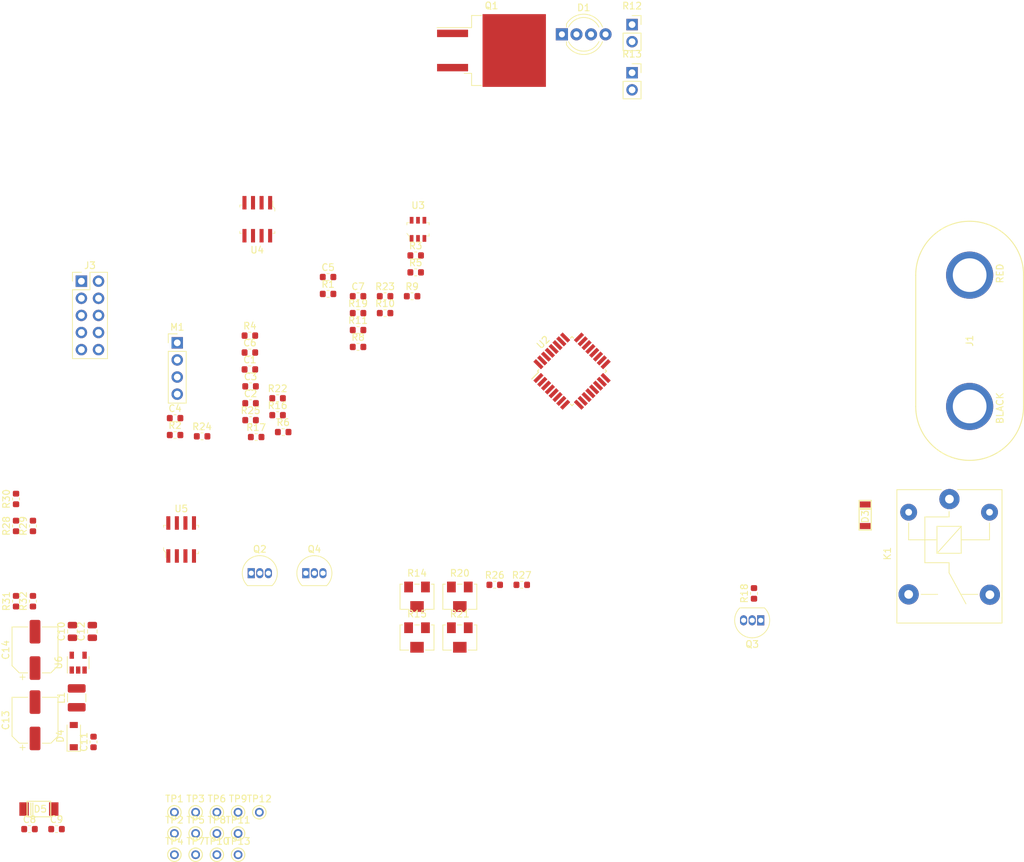
<source format=kicad_pcb>
(kicad_pcb (version 20171130) (host pcbnew "(5.1.4)-1")

  (general
    (thickness 1.6)
    (drawings 0)
    (tracks 0)
    (zones 0)
    (modules 76)
    (nets 42)
  )

  (page A4)
  (layers
    (0 F.Cu signal)
    (31 B.Cu signal)
    (32 B.Adhes user)
    (33 F.Adhes user)
    (34 B.Paste user)
    (35 F.Paste user)
    (36 B.SilkS user)
    (37 F.SilkS user)
    (38 B.Mask user)
    (39 F.Mask user)
    (40 Dwgs.User user)
    (41 Cmts.User user)
    (42 Eco1.User user)
    (43 Eco2.User user)
    (44 Edge.Cuts user)
    (45 Margin user)
    (46 B.CrtYd user)
    (47 F.CrtYd user)
    (48 B.Fab user)
    (49 F.Fab user)
  )

  (setup
    (last_trace_width 0.25)
    (trace_clearance 0.2)
    (zone_clearance 0.508)
    (zone_45_only no)
    (trace_min 0.2)
    (via_size 0.8)
    (via_drill 0.4)
    (via_min_size 0.4)
    (via_min_drill 0.3)
    (uvia_size 0.3)
    (uvia_drill 0.1)
    (uvias_allowed no)
    (uvia_min_size 0.2)
    (uvia_min_drill 0.1)
    (edge_width 0.05)
    (segment_width 0.2)
    (pcb_text_width 0.3)
    (pcb_text_size 1.5 1.5)
    (mod_edge_width 0.12)
    (mod_text_size 1 1)
    (mod_text_width 0.15)
    (pad_size 1.524 1.524)
    (pad_drill 0.762)
    (pad_to_mask_clearance 0.051)
    (solder_mask_min_width 0.25)
    (aux_axis_origin 0 0)
    (visible_elements 7FFDFFFF)
    (pcbplotparams
      (layerselection 0x010fc_ffffffff)
      (usegerberextensions false)
      (usegerberattributes false)
      (usegerberadvancedattributes false)
      (creategerberjobfile false)
      (excludeedgelayer true)
      (linewidth 0.100000)
      (plotframeref false)
      (viasonmask false)
      (mode 1)
      (useauxorigin false)
      (hpglpennumber 1)
      (hpglpenspeed 20)
      (hpglpendiameter 15.000000)
      (psnegative false)
      (psa4output false)
      (plotreference true)
      (plotvalue true)
      (plotinvisibletext false)
      (padsonsilk false)
      (subtractmaskfromsilk false)
      (outputformat 1)
      (mirror false)
      (drillshape 1)
      (scaleselection 1)
      (outputdirectory ""))
  )

  (net 0 "")
  (net 1 GND)
  (net 2 +5V)
  (net 3 /~RESET)
  (net 4 "Net-(J1-Pad2)")
  (net 5 /MISO)
  (net 6 /SCK)
  (net 7 /MOSI)
  (net 8 "Net-(K1-Pad3)")
  (net 9 "Net-(D3-Pad2)")
  (net 10 /FAN_PWM)
  (net 11 /FAN_RPM)
  (net 12 "Net-(Q2-Pad2)")
  (net 13 "Net-(Q3-Pad2)")
  (net 14 "Net-(Q4-Pad2)")
  (net 15 /SCL)
  (net 16 /SDA)
  (net 17 /V_IN)
  (net 18 "Net-(R10-Pad1)")
  (net 19 "Net-(R14-Pad1)")
  (net 20 "Net-(R17-Pad2)")
  (net 21 /RELAY_EN)
  (net 22 "Net-(R20-Pad1)")
  (net 23 "Net-(R23-Pad2)")
  (net 24 /TEMP_0)
  (net 25 /TEMP_1)
  (net 26 /CUR_SET)
  (net 27 "Net-(R15-Pad1)")
  (net 28 "Net-(R21-Pad1)")
  (net 29 /STATUS_G)
  (net 30 /STATUS_R)
  (net 31 /STATUS_B)
  (net 32 "Net-(D1-Pad1)")
  (net 33 "Net-(Q1-Pad3)")
  (net 34 "Net-(Q1-Pad1)")
  (net 35 "Net-(C11-Pad2)")
  (net 36 VCC)
  (net 37 "Net-(D4-Pad2)")
  (net 38 "Net-(R14-Pad2)")
  (net 39 "Net-(R20-Pad2)")
  (net 40 "Net-(R28-Pad2)")
  (net 41 /CUR_MEAS)

  (net_class Default "This is the default net class."
    (clearance 0.2)
    (trace_width 0.25)
    (via_dia 0.8)
    (via_drill 0.4)
    (uvia_dia 0.3)
    (uvia_drill 0.1)
    (add_net +5V)
    (add_net /CUR_MEAS)
    (add_net /CUR_SET)
    (add_net /FAN_PWM)
    (add_net /FAN_RPM)
    (add_net /LCD_DB4)
    (add_net /LCD_DB5)
    (add_net /LCD_DB6)
    (add_net /LCD_DB7)
    (add_net /LCD_EN)
    (add_net /LCD_RS)
    (add_net /LCD_RW)
    (add_net /MISO)
    (add_net /MOSI)
    (add_net /RELAY_EN)
    (add_net /SCK)
    (add_net /SCL)
    (add_net /SDA)
    (add_net /STATUS_B)
    (add_net /STATUS_G)
    (add_net /STATUS_R)
    (add_net /TEMP_0)
    (add_net /TEMP_1)
    (add_net /V_IN)
    (add_net /~RESET)
    (add_net GND)
    (add_net "Net-(C11-Pad2)")
    (add_net "Net-(D1-Pad1)")
    (add_net "Net-(D3-Pad2)")
    (add_net "Net-(D4-Pad2)")
    (add_net "Net-(J1-Pad2)")
    (add_net "Net-(J3-Pad3)")
    (add_net "Net-(K1-Pad3)")
    (add_net "Net-(K1-Pad4)")
    (add_net "Net-(Q1-Pad1)")
    (add_net "Net-(Q1-Pad3)")
    (add_net "Net-(Q2-Pad2)")
    (add_net "Net-(Q3-Pad2)")
    (add_net "Net-(Q4-Pad2)")
    (add_net "Net-(R1-Pad2)")
    (add_net "Net-(R10-Pad1)")
    (add_net "Net-(R14-Pad1)")
    (add_net "Net-(R14-Pad2)")
    (add_net "Net-(R15-Pad1)")
    (add_net "Net-(R17-Pad2)")
    (add_net "Net-(R2-Pad2)")
    (add_net "Net-(R20-Pad1)")
    (add_net "Net-(R20-Pad2)")
    (add_net "Net-(R21-Pad1)")
    (add_net "Net-(R23-Pad2)")
    (add_net "Net-(R28-Pad2)")
    (add_net "Net-(U2-Pad19)")
    (add_net "Net-(U2-Pad22)")
    (add_net "Net-(U2-Pad24)")
    (add_net "Net-(U6-Pad1)")
    (add_net VCC)
  )

  (module athir:SOD128 (layer F.Cu) (tedit 5E5781E0) (tstamp 5E74BF04)
    (at 105.394999 161.02)
    (path /5E8D69C1/5EA36565)
    (fp_text reference D5 (at 0.2 0) (layer F.SilkS)
      (effects (font (size 1 1) (thickness 0.15)))
    )
    (fp_text value PMEG4050EP,115 (at 1.4 2) (layer F.Fab)
      (effects (font (size 1 1) (thickness 0.15)))
    )
    (fp_line (start -1.2 0.9) (end -1.2 -0.9) (layer F.SilkS) (width 0.15))
    (fp_line (start 1.75 -1.15) (end -1.75 -1.15) (layer F.SilkS) (width 0.15))
    (fp_line (start -1.75 -1.15) (end -1.75 1.15) (layer F.SilkS) (width 0.15))
    (fp_line (start -1.75 1.15) (end 1.75 1.15) (layer F.SilkS) (width 0.15))
    (fp_line (start 1.75 1.15) (end 1.75 -1.15) (layer F.SilkS) (width 0.15))
    (fp_line (start -0.9 0.9) (end -0.9 -0.9) (layer F.SilkS) (width 0.15))
    (pad 2 smd rect (at 2.2 0) (size 1.4 2) (layers F.Cu F.Paste F.Mask)
      (net 37 "Net-(D4-Pad2)"))
    (pad 1 smd rect (at -2.2 0) (size 1.4 2) (layers F.Cu F.Paste F.Mask)
      (net 36 VCC))
  )

  (module Capacitor_SMD:C_0603_1608Metric (layer F.Cu) (tedit 5B301BBE) (tstamp 5E74BD60)
    (at 108.01 164)
    (descr "Capacitor SMD 0603 (1608 Metric), square (rectangular) end terminal, IPC_7351 nominal, (Body size source: http://www.tortai-tech.com/upload/download/2011102023233369053.pdf), generated with kicad-footprint-generator")
    (tags capacitor)
    (path /5E8D69C1/5E9ED1A5)
    (attr smd)
    (fp_text reference C9 (at 0 -1.43) (layer F.SilkS)
      (effects (font (size 1 1) (thickness 0.15)))
    )
    (fp_text value "100n 5V" (at 0 1.43) (layer F.Fab)
      (effects (font (size 1 1) (thickness 0.15)))
    )
    (fp_text user %R (at 0 0) (layer F.Fab)
      (effects (font (size 0.4 0.4) (thickness 0.06)))
    )
    (fp_line (start 1.48 0.73) (end -1.48 0.73) (layer F.CrtYd) (width 0.05))
    (fp_line (start 1.48 -0.73) (end 1.48 0.73) (layer F.CrtYd) (width 0.05))
    (fp_line (start -1.48 -0.73) (end 1.48 -0.73) (layer F.CrtYd) (width 0.05))
    (fp_line (start -1.48 0.73) (end -1.48 -0.73) (layer F.CrtYd) (width 0.05))
    (fp_line (start -0.162779 0.51) (end 0.162779 0.51) (layer F.SilkS) (width 0.12))
    (fp_line (start -0.162779 -0.51) (end 0.162779 -0.51) (layer F.SilkS) (width 0.12))
    (fp_line (start 0.8 0.4) (end -0.8 0.4) (layer F.Fab) (width 0.1))
    (fp_line (start 0.8 -0.4) (end 0.8 0.4) (layer F.Fab) (width 0.1))
    (fp_line (start -0.8 -0.4) (end 0.8 -0.4) (layer F.Fab) (width 0.1))
    (fp_line (start -0.8 0.4) (end -0.8 -0.4) (layer F.Fab) (width 0.1))
    (pad 2 smd roundrect (at 0.7875 0) (size 0.875 0.95) (layers F.Cu F.Paste F.Mask) (roundrect_rratio 0.25)
      (net 2 +5V))
    (pad 1 smd roundrect (at -0.7875 0) (size 0.875 0.95) (layers F.Cu F.Paste F.Mask) (roundrect_rratio 0.25)
      (net 1 GND))
    (model ${KISYS3DMOD}/Capacitor_SMD.3dshapes/C_0603_1608Metric.wrl
      (at (xyz 0 0 0))
      (scale (xyz 1 1 1))
      (rotate (xyz 0 0 0))
    )
  )

  (module Capacitor_SMD:C_0603_1608Metric (layer F.Cu) (tedit 5B301BBE) (tstamp 5E74BD4F)
    (at 104 164)
    (descr "Capacitor SMD 0603 (1608 Metric), square (rectangular) end terminal, IPC_7351 nominal, (Body size source: http://www.tortai-tech.com/upload/download/2011102023233369053.pdf), generated with kicad-footprint-generator")
    (tags capacitor)
    (path /5E8D69C1/5E9EA4CE)
    (attr smd)
    (fp_text reference C8 (at 0 -1.43) (layer F.SilkS)
      (effects (font (size 1 1) (thickness 0.15)))
    )
    (fp_text value "100n 5V" (at 0 1.43) (layer F.Fab)
      (effects (font (size 1 1) (thickness 0.15)))
    )
    (fp_text user %R (at 0 0) (layer F.Fab)
      (effects (font (size 0.4 0.4) (thickness 0.06)))
    )
    (fp_line (start 1.48 0.73) (end -1.48 0.73) (layer F.CrtYd) (width 0.05))
    (fp_line (start 1.48 -0.73) (end 1.48 0.73) (layer F.CrtYd) (width 0.05))
    (fp_line (start -1.48 -0.73) (end 1.48 -0.73) (layer F.CrtYd) (width 0.05))
    (fp_line (start -1.48 0.73) (end -1.48 -0.73) (layer F.CrtYd) (width 0.05))
    (fp_line (start -0.162779 0.51) (end 0.162779 0.51) (layer F.SilkS) (width 0.12))
    (fp_line (start -0.162779 -0.51) (end 0.162779 -0.51) (layer F.SilkS) (width 0.12))
    (fp_line (start 0.8 0.4) (end -0.8 0.4) (layer F.Fab) (width 0.1))
    (fp_line (start 0.8 -0.4) (end 0.8 0.4) (layer F.Fab) (width 0.1))
    (fp_line (start -0.8 -0.4) (end 0.8 -0.4) (layer F.Fab) (width 0.1))
    (fp_line (start -0.8 0.4) (end -0.8 -0.4) (layer F.Fab) (width 0.1))
    (pad 2 smd roundrect (at 0.7875 0) (size 0.875 0.95) (layers F.Cu F.Paste F.Mask) (roundrect_rratio 0.25)
      (net 2 +5V))
    (pad 1 smd roundrect (at -0.7875 0) (size 0.875 0.95) (layers F.Cu F.Paste F.Mask) (roundrect_rratio 0.25)
      (net 1 GND))
    (model ${KISYS3DMOD}/Capacitor_SMD.3dshapes/C_0603_1608Metric.wrl
      (at (xyz 0 0 0))
      (scale (xyz 1 1 1))
      (rotate (xyz 0 0 0))
    )
  )

  (module Package_TO_SOT_SMD:SOT-23-5 (layer F.Cu) (tedit 5A02FF57) (tstamp 5E74AF6E)
    (at 111.22 139.28 90)
    (descr "5-pin SOT23 package")
    (tags SOT-23-5)
    (path /5E8D69C1/5E8D7FC7)
    (attr smd)
    (fp_text reference U6 (at 0 -2.9 90) (layer F.SilkS)
      (effects (font (size 1 1) (thickness 0.15)))
    )
    (fp_text value NCP1406SNT1G (at 0 2.9 90) (layer F.Fab)
      (effects (font (size 1 1) (thickness 0.15)))
    )
    (fp_line (start 0.9 -1.55) (end 0.9 1.55) (layer F.Fab) (width 0.1))
    (fp_line (start 0.9 1.55) (end -0.9 1.55) (layer F.Fab) (width 0.1))
    (fp_line (start -0.9 -0.9) (end -0.9 1.55) (layer F.Fab) (width 0.1))
    (fp_line (start 0.9 -1.55) (end -0.25 -1.55) (layer F.Fab) (width 0.1))
    (fp_line (start -0.9 -0.9) (end -0.25 -1.55) (layer F.Fab) (width 0.1))
    (fp_line (start -1.9 1.8) (end -1.9 -1.8) (layer F.CrtYd) (width 0.05))
    (fp_line (start 1.9 1.8) (end -1.9 1.8) (layer F.CrtYd) (width 0.05))
    (fp_line (start 1.9 -1.8) (end 1.9 1.8) (layer F.CrtYd) (width 0.05))
    (fp_line (start -1.9 -1.8) (end 1.9 -1.8) (layer F.CrtYd) (width 0.05))
    (fp_line (start 0.9 -1.61) (end -1.55 -1.61) (layer F.SilkS) (width 0.12))
    (fp_line (start -0.9 1.61) (end 0.9 1.61) (layer F.SilkS) (width 0.12))
    (fp_text user %R (at 0 0) (layer F.Fab)
      (effects (font (size 0.5 0.5) (thickness 0.075)))
    )
    (pad 5 smd rect (at 1.1 -0.95 90) (size 1.06 0.65) (layers F.Cu F.Paste F.Mask)
      (net 37 "Net-(D4-Pad2)"))
    (pad 4 smd rect (at 1.1 0.95 90) (size 1.06 0.65) (layers F.Cu F.Paste F.Mask)
      (net 1 GND))
    (pad 3 smd rect (at -1.1 0.95 90) (size 1.06 0.65) (layers F.Cu F.Paste F.Mask)
      (net 2 +5V))
    (pad 2 smd rect (at -1.1 0 90) (size 1.06 0.65) (layers F.Cu F.Paste F.Mask)
      (net 35 "Net-(C11-Pad2)"))
    (pad 1 smd rect (at -1.1 -0.95 90) (size 1.06 0.65) (layers F.Cu F.Paste F.Mask))
    (model ${KISYS3DMOD}/Package_TO_SOT_SMD.3dshapes/SOT-23-5.wrl
      (at (xyz 0 0 0))
      (scale (xyz 1 1 1))
      (rotate (xyz 0 0 0))
    )
  )

  (module Resistor_SMD:R_0603_1608Metric (layer F.Cu) (tedit 5B301BBD) (tstamp 5E74ADBD)
    (at 104.51 130.16 90)
    (descr "Resistor SMD 0603 (1608 Metric), square (rectangular) end terminal, IPC_7351 nominal, (Body size source: http://www.tortai-tech.com/upload/download/2011102023233369053.pdf), generated with kicad-footprint-generator")
    (tags resistor)
    (path /5E8D69C1/5E8E3F59)
    (attr smd)
    (fp_text reference R32 (at 0 -1.43 90) (layer F.SilkS)
      (effects (font (size 1 1) (thickness 0.15)))
    )
    (fp_text value 110k (at 0 1.43 90) (layer F.Fab)
      (effects (font (size 1 1) (thickness 0.15)))
    )
    (fp_text user %R (at 0 0 90) (layer F.Fab)
      (effects (font (size 0.4 0.4) (thickness 0.06)))
    )
    (fp_line (start 1.48 0.73) (end -1.48 0.73) (layer F.CrtYd) (width 0.05))
    (fp_line (start 1.48 -0.73) (end 1.48 0.73) (layer F.CrtYd) (width 0.05))
    (fp_line (start -1.48 -0.73) (end 1.48 -0.73) (layer F.CrtYd) (width 0.05))
    (fp_line (start -1.48 0.73) (end -1.48 -0.73) (layer F.CrtYd) (width 0.05))
    (fp_line (start -0.162779 0.51) (end 0.162779 0.51) (layer F.SilkS) (width 0.12))
    (fp_line (start -0.162779 -0.51) (end 0.162779 -0.51) (layer F.SilkS) (width 0.12))
    (fp_line (start 0.8 0.4) (end -0.8 0.4) (layer F.Fab) (width 0.1))
    (fp_line (start 0.8 -0.4) (end 0.8 0.4) (layer F.Fab) (width 0.1))
    (fp_line (start -0.8 -0.4) (end 0.8 -0.4) (layer F.Fab) (width 0.1))
    (fp_line (start -0.8 0.4) (end -0.8 -0.4) (layer F.Fab) (width 0.1))
    (pad 2 smd roundrect (at 0.7875 0 90) (size 0.875 0.95) (layers F.Cu F.Paste F.Mask) (roundrect_rratio 0.25)
      (net 1 GND))
    (pad 1 smd roundrect (at -0.7875 0 90) (size 0.875 0.95) (layers F.Cu F.Paste F.Mask) (roundrect_rratio 0.25)
      (net 35 "Net-(C11-Pad2)"))
    (model ${KISYS3DMOD}/Resistor_SMD.3dshapes/R_0603_1608Metric.wrl
      (at (xyz 0 0 0))
      (scale (xyz 1 1 1))
      (rotate (xyz 0 0 0))
    )
  )

  (module Resistor_SMD:R_0603_1608Metric (layer F.Cu) (tedit 5B301BBD) (tstamp 5E74ADAC)
    (at 102 130.16 90)
    (descr "Resistor SMD 0603 (1608 Metric), square (rectangular) end terminal, IPC_7351 nominal, (Body size source: http://www.tortai-tech.com/upload/download/2011102023233369053.pdf), generated with kicad-footprint-generator")
    (tags resistor)
    (path /5E8D69C1/5E8E2E3F)
    (attr smd)
    (fp_text reference R31 (at 0 -1.43 90) (layer F.SilkS)
      (effects (font (size 1 1) (thickness 0.15)))
    )
    (fp_text value 2M2 (at 0 1.43 90) (layer F.Fab)
      (effects (font (size 1 1) (thickness 0.15)))
    )
    (fp_text user %R (at 0 0 90) (layer F.Fab)
      (effects (font (size 0.4 0.4) (thickness 0.06)))
    )
    (fp_line (start 1.48 0.73) (end -1.48 0.73) (layer F.CrtYd) (width 0.05))
    (fp_line (start 1.48 -0.73) (end 1.48 0.73) (layer F.CrtYd) (width 0.05))
    (fp_line (start -1.48 -0.73) (end 1.48 -0.73) (layer F.CrtYd) (width 0.05))
    (fp_line (start -1.48 0.73) (end -1.48 -0.73) (layer F.CrtYd) (width 0.05))
    (fp_line (start -0.162779 0.51) (end 0.162779 0.51) (layer F.SilkS) (width 0.12))
    (fp_line (start -0.162779 -0.51) (end 0.162779 -0.51) (layer F.SilkS) (width 0.12))
    (fp_line (start 0.8 0.4) (end -0.8 0.4) (layer F.Fab) (width 0.1))
    (fp_line (start 0.8 -0.4) (end 0.8 0.4) (layer F.Fab) (width 0.1))
    (fp_line (start -0.8 -0.4) (end 0.8 -0.4) (layer F.Fab) (width 0.1))
    (fp_line (start -0.8 0.4) (end -0.8 -0.4) (layer F.Fab) (width 0.1))
    (pad 2 smd roundrect (at 0.7875 0 90) (size 0.875 0.95) (layers F.Cu F.Paste F.Mask) (roundrect_rratio 0.25)
      (net 35 "Net-(C11-Pad2)"))
    (pad 1 smd roundrect (at -0.7875 0 90) (size 0.875 0.95) (layers F.Cu F.Paste F.Mask) (roundrect_rratio 0.25)
      (net 36 VCC))
    (model ${KISYS3DMOD}/Resistor_SMD.3dshapes/R_0603_1608Metric.wrl
      (at (xyz 0 0 0))
      (scale (xyz 1 1 1))
      (rotate (xyz 0 0 0))
    )
  )

  (module Resistor_SMD:R_0603_1608Metric (layer F.Cu) (tedit 5B301BBD) (tstamp 5E74AD9B)
    (at 102 114.98 90)
    (descr "Resistor SMD 0603 (1608 Metric), square (rectangular) end terminal, IPC_7351 nominal, (Body size source: http://www.tortai-tech.com/upload/download/2011102023233369053.pdf), generated with kicad-footprint-generator")
    (tags resistor)
    (path /5E84BBCF)
    (attr smd)
    (fp_text reference R30 (at 0 -1.43 90) (layer F.SilkS)
      (effects (font (size 1 1) (thickness 0.15)))
    )
    (fp_text value 1k (at 0 1.43 90) (layer F.Fab)
      (effects (font (size 1 1) (thickness 0.15)))
    )
    (fp_text user %R (at 0 0 90) (layer F.Fab)
      (effects (font (size 0.4 0.4) (thickness 0.06)))
    )
    (fp_line (start 1.48 0.73) (end -1.48 0.73) (layer F.CrtYd) (width 0.05))
    (fp_line (start 1.48 -0.73) (end 1.48 0.73) (layer F.CrtYd) (width 0.05))
    (fp_line (start -1.48 -0.73) (end 1.48 -0.73) (layer F.CrtYd) (width 0.05))
    (fp_line (start -1.48 0.73) (end -1.48 -0.73) (layer F.CrtYd) (width 0.05))
    (fp_line (start -0.162779 0.51) (end 0.162779 0.51) (layer F.SilkS) (width 0.12))
    (fp_line (start -0.162779 -0.51) (end 0.162779 -0.51) (layer F.SilkS) (width 0.12))
    (fp_line (start 0.8 0.4) (end -0.8 0.4) (layer F.Fab) (width 0.1))
    (fp_line (start 0.8 -0.4) (end 0.8 0.4) (layer F.Fab) (width 0.1))
    (fp_line (start -0.8 -0.4) (end 0.8 -0.4) (layer F.Fab) (width 0.1))
    (fp_line (start -0.8 0.4) (end -0.8 -0.4) (layer F.Fab) (width 0.1))
    (pad 2 smd roundrect (at 0.7875 0 90) (size 0.875 0.95) (layers F.Cu F.Paste F.Mask) (roundrect_rratio 0.25)
      (net 39 "Net-(R20-Pad2)"))
    (pad 1 smd roundrect (at -0.7875 0 90) (size 0.875 0.95) (layers F.Cu F.Paste F.Mask) (roundrect_rratio 0.25)
      (net 25 /TEMP_1))
    (model ${KISYS3DMOD}/Resistor_SMD.3dshapes/R_0603_1608Metric.wrl
      (at (xyz 0 0 0))
      (scale (xyz 1 1 1))
      (rotate (xyz 0 0 0))
    )
  )

  (module Resistor_SMD:R_0603_1608Metric (layer F.Cu) (tedit 5B301BBD) (tstamp 5E74AD8A)
    (at 104.51 118.99 90)
    (descr "Resistor SMD 0603 (1608 Metric), square (rectangular) end terminal, IPC_7351 nominal, (Body size source: http://www.tortai-tech.com/upload/download/2011102023233369053.pdf), generated with kicad-footprint-generator")
    (tags resistor)
    (path /5E83AC11)
    (attr smd)
    (fp_text reference R29 (at 0 -1.43 90) (layer F.SilkS)
      (effects (font (size 1 1) (thickness 0.15)))
    )
    (fp_text value 1k (at 0 1.43 90) (layer F.Fab)
      (effects (font (size 1 1) (thickness 0.15)))
    )
    (fp_text user %R (at 0 0 90) (layer F.Fab)
      (effects (font (size 0.4 0.4) (thickness 0.06)))
    )
    (fp_line (start 1.48 0.73) (end -1.48 0.73) (layer F.CrtYd) (width 0.05))
    (fp_line (start 1.48 -0.73) (end 1.48 0.73) (layer F.CrtYd) (width 0.05))
    (fp_line (start -1.48 -0.73) (end 1.48 -0.73) (layer F.CrtYd) (width 0.05))
    (fp_line (start -1.48 0.73) (end -1.48 -0.73) (layer F.CrtYd) (width 0.05))
    (fp_line (start -0.162779 0.51) (end 0.162779 0.51) (layer F.SilkS) (width 0.12))
    (fp_line (start -0.162779 -0.51) (end 0.162779 -0.51) (layer F.SilkS) (width 0.12))
    (fp_line (start 0.8 0.4) (end -0.8 0.4) (layer F.Fab) (width 0.1))
    (fp_line (start 0.8 -0.4) (end 0.8 0.4) (layer F.Fab) (width 0.1))
    (fp_line (start -0.8 -0.4) (end 0.8 -0.4) (layer F.Fab) (width 0.1))
    (fp_line (start -0.8 0.4) (end -0.8 -0.4) (layer F.Fab) (width 0.1))
    (pad 2 smd roundrect (at 0.7875 0 90) (size 0.875 0.95) (layers F.Cu F.Paste F.Mask) (roundrect_rratio 0.25)
      (net 38 "Net-(R14-Pad2)"))
    (pad 1 smd roundrect (at -0.7875 0 90) (size 0.875 0.95) (layers F.Cu F.Paste F.Mask) (roundrect_rratio 0.25)
      (net 24 /TEMP_0))
    (model ${KISYS3DMOD}/Resistor_SMD.3dshapes/R_0603_1608Metric.wrl
      (at (xyz 0 0 0))
      (scale (xyz 1 1 1))
      (rotate (xyz 0 0 0))
    )
  )

  (module Resistor_SMD:R_0603_1608Metric (layer F.Cu) (tedit 5B301BBD) (tstamp 5E74AD79)
    (at 102 118.99 90)
    (descr "Resistor SMD 0603 (1608 Metric), square (rectangular) end terminal, IPC_7351 nominal, (Body size source: http://www.tortai-tech.com/upload/download/2011102023233369053.pdf), generated with kicad-footprint-generator")
    (tags resistor)
    (path /5E82AD00)
    (attr smd)
    (fp_text reference R28 (at 0 -1.43 90) (layer F.SilkS)
      (effects (font (size 1 1) (thickness 0.15)))
    )
    (fp_text value 1k (at 0 1.43 90) (layer F.Fab)
      (effects (font (size 1 1) (thickness 0.15)))
    )
    (fp_text user %R (at 0 0 90) (layer F.Fab)
      (effects (font (size 0.4 0.4) (thickness 0.06)))
    )
    (fp_line (start 1.48 0.73) (end -1.48 0.73) (layer F.CrtYd) (width 0.05))
    (fp_line (start 1.48 -0.73) (end 1.48 0.73) (layer F.CrtYd) (width 0.05))
    (fp_line (start -1.48 -0.73) (end 1.48 -0.73) (layer F.CrtYd) (width 0.05))
    (fp_line (start -1.48 0.73) (end -1.48 -0.73) (layer F.CrtYd) (width 0.05))
    (fp_line (start -0.162779 0.51) (end 0.162779 0.51) (layer F.SilkS) (width 0.12))
    (fp_line (start -0.162779 -0.51) (end 0.162779 -0.51) (layer F.SilkS) (width 0.12))
    (fp_line (start 0.8 0.4) (end -0.8 0.4) (layer F.Fab) (width 0.1))
    (fp_line (start 0.8 -0.4) (end 0.8 0.4) (layer F.Fab) (width 0.1))
    (fp_line (start -0.8 -0.4) (end 0.8 -0.4) (layer F.Fab) (width 0.1))
    (fp_line (start -0.8 0.4) (end -0.8 -0.4) (layer F.Fab) (width 0.1))
    (pad 2 smd roundrect (at 0.7875 0 90) (size 0.875 0.95) (layers F.Cu F.Paste F.Mask) (roundrect_rratio 0.25)
      (net 40 "Net-(R28-Pad2)"))
    (pad 1 smd roundrect (at -0.7875 0 90) (size 0.875 0.95) (layers F.Cu F.Paste F.Mask) (roundrect_rratio 0.25)
      (net 41 /CUR_MEAS))
    (model ${KISYS3DMOD}/Resistor_SMD.3dshapes/R_0603_1608Metric.wrl
      (at (xyz 0 0 0))
      (scale (xyz 1 1 1))
      (rotate (xyz 0 0 0))
    )
  )

  (module Inductor_SMD:L_1210_3225Metric (layer F.Cu) (tedit 5B301BBE) (tstamp 5E74A8D2)
    (at 111 144.51 90)
    (descr "Inductor SMD 1210 (3225 Metric), square (rectangular) end terminal, IPC_7351 nominal, (Body size source: http://www.tortai-tech.com/upload/download/2011102023233369053.pdf), generated with kicad-footprint-generator")
    (tags inductor)
    (path /5E8D69C1/5E8D8E80)
    (attr smd)
    (fp_text reference L1 (at 0 -2.28 90) (layer F.SilkS)
      (effects (font (size 1 1) (thickness 0.15)))
    )
    (fp_text value "10u CBC3225T100KR" (at 0 2.28 90) (layer F.Fab)
      (effects (font (size 1 1) (thickness 0.15)))
    )
    (fp_text user %R (at 0 0 90) (layer F.Fab)
      (effects (font (size 0.8 0.8) (thickness 0.12)))
    )
    (fp_line (start 2.28 1.58) (end -2.28 1.58) (layer F.CrtYd) (width 0.05))
    (fp_line (start 2.28 -1.58) (end 2.28 1.58) (layer F.CrtYd) (width 0.05))
    (fp_line (start -2.28 -1.58) (end 2.28 -1.58) (layer F.CrtYd) (width 0.05))
    (fp_line (start -2.28 1.58) (end -2.28 -1.58) (layer F.CrtYd) (width 0.05))
    (fp_line (start -0.602064 1.36) (end 0.602064 1.36) (layer F.SilkS) (width 0.12))
    (fp_line (start -0.602064 -1.36) (end 0.602064 -1.36) (layer F.SilkS) (width 0.12))
    (fp_line (start 1.6 1.25) (end -1.6 1.25) (layer F.Fab) (width 0.1))
    (fp_line (start 1.6 -1.25) (end 1.6 1.25) (layer F.Fab) (width 0.1))
    (fp_line (start -1.6 -1.25) (end 1.6 -1.25) (layer F.Fab) (width 0.1))
    (fp_line (start -1.6 1.25) (end -1.6 -1.25) (layer F.Fab) (width 0.1))
    (pad 2 smd roundrect (at 1.4 0 90) (size 1.25 2.65) (layers F.Cu F.Paste F.Mask) (roundrect_rratio 0.2)
      (net 37 "Net-(D4-Pad2)"))
    (pad 1 smd roundrect (at -1.4 0 90) (size 1.25 2.65) (layers F.Cu F.Paste F.Mask) (roundrect_rratio 0.2)
      (net 2 +5V))
    (model ${KISYS3DMOD}/Inductor_SMD.3dshapes/L_1210_3225Metric.wrl
      (at (xyz 0 0 0))
      (scale (xyz 1 1 1))
      (rotate (xyz 0 0 0))
    )
  )

  (module Diode_SMD:D_SOD-123 (layer F.Cu) (tedit 58645DC7) (tstamp 5E74A81D)
    (at 110.57 150.19 90)
    (descr SOD-123)
    (tags SOD-123)
    (path /5E8D69C1/5E8D8703)
    (attr smd)
    (fp_text reference D4 (at 0 -2 90) (layer F.SilkS)
      (effects (font (size 1 1) (thickness 0.15)))
    )
    (fp_text value MBR0530 (at 0 2.1 90) (layer F.Fab)
      (effects (font (size 1 1) (thickness 0.15)))
    )
    (fp_line (start -2.25 -1) (end 1.65 -1) (layer F.SilkS) (width 0.12))
    (fp_line (start -2.25 1) (end 1.65 1) (layer F.SilkS) (width 0.12))
    (fp_line (start -2.35 -1.15) (end -2.35 1.15) (layer F.CrtYd) (width 0.05))
    (fp_line (start 2.35 1.15) (end -2.35 1.15) (layer F.CrtYd) (width 0.05))
    (fp_line (start 2.35 -1.15) (end 2.35 1.15) (layer F.CrtYd) (width 0.05))
    (fp_line (start -2.35 -1.15) (end 2.35 -1.15) (layer F.CrtYd) (width 0.05))
    (fp_line (start -1.4 -0.9) (end 1.4 -0.9) (layer F.Fab) (width 0.1))
    (fp_line (start 1.4 -0.9) (end 1.4 0.9) (layer F.Fab) (width 0.1))
    (fp_line (start 1.4 0.9) (end -1.4 0.9) (layer F.Fab) (width 0.1))
    (fp_line (start -1.4 0.9) (end -1.4 -0.9) (layer F.Fab) (width 0.1))
    (fp_line (start -0.75 0) (end -0.35 0) (layer F.Fab) (width 0.1))
    (fp_line (start -0.35 0) (end -0.35 -0.55) (layer F.Fab) (width 0.1))
    (fp_line (start -0.35 0) (end -0.35 0.55) (layer F.Fab) (width 0.1))
    (fp_line (start -0.35 0) (end 0.25 -0.4) (layer F.Fab) (width 0.1))
    (fp_line (start 0.25 -0.4) (end 0.25 0.4) (layer F.Fab) (width 0.1))
    (fp_line (start 0.25 0.4) (end -0.35 0) (layer F.Fab) (width 0.1))
    (fp_line (start 0.25 0) (end 0.75 0) (layer F.Fab) (width 0.1))
    (fp_line (start -2.25 -1) (end -2.25 1) (layer F.SilkS) (width 0.12))
    (fp_text user %R (at 0 -2 90) (layer F.Fab)
      (effects (font (size 1 1) (thickness 0.15)))
    )
    (pad 2 smd rect (at 1.65 0 90) (size 0.9 1.2) (layers F.Cu F.Paste F.Mask)
      (net 37 "Net-(D4-Pad2)"))
    (pad 1 smd rect (at -1.65 0 90) (size 0.9 1.2) (layers F.Cu F.Paste F.Mask)
      (net 36 VCC))
    (model ${KISYS3DMOD}/Diode_SMD.3dshapes/D_SOD-123.wrl
      (at (xyz 0 0 0))
      (scale (xyz 1 1 1))
      (rotate (xyz 0 0 0))
    )
  )

  (module Capacitor_SMD:CP_Elec_6.3x7.7 (layer F.Cu) (tedit 5BCA39D0) (tstamp 5E74A798)
    (at 104.82 137.39 90)
    (descr "SMD capacitor, aluminum electrolytic, Nichicon, 6.3x7.7mm")
    (tags "capacitor electrolytic")
    (path /5E8D69C1/5E94376D)
    (attr smd)
    (fp_text reference C14 (at 0 -4.35 90) (layer F.SilkS)
      (effects (font (size 1 1) (thickness 0.15)))
    )
    (fp_text value 100u (at 0 4.35 90) (layer F.Fab)
      (effects (font (size 1 1) (thickness 0.15)))
    )
    (fp_text user %R (at 0 0 90) (layer F.Fab)
      (effects (font (size 1 1) (thickness 0.15)))
    )
    (fp_line (start -4.7 1.05) (end -3.55 1.05) (layer F.CrtYd) (width 0.05))
    (fp_line (start -4.7 -1.05) (end -4.7 1.05) (layer F.CrtYd) (width 0.05))
    (fp_line (start -3.55 -1.05) (end -4.7 -1.05) (layer F.CrtYd) (width 0.05))
    (fp_line (start -3.55 1.05) (end -3.55 2.4) (layer F.CrtYd) (width 0.05))
    (fp_line (start -3.55 -2.4) (end -3.55 -1.05) (layer F.CrtYd) (width 0.05))
    (fp_line (start -3.55 -2.4) (end -2.4 -3.55) (layer F.CrtYd) (width 0.05))
    (fp_line (start -3.55 2.4) (end -2.4 3.55) (layer F.CrtYd) (width 0.05))
    (fp_line (start -2.4 -3.55) (end 3.55 -3.55) (layer F.CrtYd) (width 0.05))
    (fp_line (start -2.4 3.55) (end 3.55 3.55) (layer F.CrtYd) (width 0.05))
    (fp_line (start 3.55 1.05) (end 3.55 3.55) (layer F.CrtYd) (width 0.05))
    (fp_line (start 4.7 1.05) (end 3.55 1.05) (layer F.CrtYd) (width 0.05))
    (fp_line (start 4.7 -1.05) (end 4.7 1.05) (layer F.CrtYd) (width 0.05))
    (fp_line (start 3.55 -1.05) (end 4.7 -1.05) (layer F.CrtYd) (width 0.05))
    (fp_line (start 3.55 -3.55) (end 3.55 -1.05) (layer F.CrtYd) (width 0.05))
    (fp_line (start -4.04375 -2.24125) (end -4.04375 -1.45375) (layer F.SilkS) (width 0.12))
    (fp_line (start -4.4375 -1.8475) (end -3.65 -1.8475) (layer F.SilkS) (width 0.12))
    (fp_line (start -3.41 2.345563) (end -2.345563 3.41) (layer F.SilkS) (width 0.12))
    (fp_line (start -3.41 -2.345563) (end -2.345563 -3.41) (layer F.SilkS) (width 0.12))
    (fp_line (start -3.41 -2.345563) (end -3.41 -1.06) (layer F.SilkS) (width 0.12))
    (fp_line (start -3.41 2.345563) (end -3.41 1.06) (layer F.SilkS) (width 0.12))
    (fp_line (start -2.345563 3.41) (end 3.41 3.41) (layer F.SilkS) (width 0.12))
    (fp_line (start -2.345563 -3.41) (end 3.41 -3.41) (layer F.SilkS) (width 0.12))
    (fp_line (start 3.41 -3.41) (end 3.41 -1.06) (layer F.SilkS) (width 0.12))
    (fp_line (start 3.41 3.41) (end 3.41 1.06) (layer F.SilkS) (width 0.12))
    (fp_line (start -2.389838 -1.645) (end -2.389838 -1.015) (layer F.Fab) (width 0.1))
    (fp_line (start -2.704838 -1.33) (end -2.074838 -1.33) (layer F.Fab) (width 0.1))
    (fp_line (start -3.3 2.3) (end -2.3 3.3) (layer F.Fab) (width 0.1))
    (fp_line (start -3.3 -2.3) (end -2.3 -3.3) (layer F.Fab) (width 0.1))
    (fp_line (start -3.3 -2.3) (end -3.3 2.3) (layer F.Fab) (width 0.1))
    (fp_line (start -2.3 3.3) (end 3.3 3.3) (layer F.Fab) (width 0.1))
    (fp_line (start -2.3 -3.3) (end 3.3 -3.3) (layer F.Fab) (width 0.1))
    (fp_line (start 3.3 -3.3) (end 3.3 3.3) (layer F.Fab) (width 0.1))
    (fp_circle (center 0 0) (end 3.15 0) (layer F.Fab) (width 0.1))
    (pad 2 smd roundrect (at 2.7 0 90) (size 3.5 1.6) (layers F.Cu F.Paste F.Mask) (roundrect_rratio 0.15625)
      (net 1 GND))
    (pad 1 smd roundrect (at -2.7 0 90) (size 3.5 1.6) (layers F.Cu F.Paste F.Mask) (roundrect_rratio 0.15625)
      (net 2 +5V))
    (model ${KISYS3DMOD}/Capacitor_SMD.3dshapes/CP_Elec_6.3x7.7.wrl
      (at (xyz 0 0 0))
      (scale (xyz 1 1 1))
      (rotate (xyz 0 0 0))
    )
  )

  (module Capacitor_SMD:CP_Elec_6.3x7.7 (layer F.Cu) (tedit 5BCA39D0) (tstamp 5E74A770)
    (at 104.82 147.84 90)
    (descr "SMD capacitor, aluminum electrolytic, Nichicon, 6.3x7.7mm")
    (tags "capacitor electrolytic")
    (path /5E8D69C1/5E94375D)
    (attr smd)
    (fp_text reference C13 (at 0 -4.35 90) (layer F.SilkS)
      (effects (font (size 1 1) (thickness 0.15)))
    )
    (fp_text value 100u (at 0 4.35 90) (layer F.Fab)
      (effects (font (size 1 1) (thickness 0.15)))
    )
    (fp_text user %R (at 0 0 90) (layer F.Fab)
      (effects (font (size 1 1) (thickness 0.15)))
    )
    (fp_line (start -4.7 1.05) (end -3.55 1.05) (layer F.CrtYd) (width 0.05))
    (fp_line (start -4.7 -1.05) (end -4.7 1.05) (layer F.CrtYd) (width 0.05))
    (fp_line (start -3.55 -1.05) (end -4.7 -1.05) (layer F.CrtYd) (width 0.05))
    (fp_line (start -3.55 1.05) (end -3.55 2.4) (layer F.CrtYd) (width 0.05))
    (fp_line (start -3.55 -2.4) (end -3.55 -1.05) (layer F.CrtYd) (width 0.05))
    (fp_line (start -3.55 -2.4) (end -2.4 -3.55) (layer F.CrtYd) (width 0.05))
    (fp_line (start -3.55 2.4) (end -2.4 3.55) (layer F.CrtYd) (width 0.05))
    (fp_line (start -2.4 -3.55) (end 3.55 -3.55) (layer F.CrtYd) (width 0.05))
    (fp_line (start -2.4 3.55) (end 3.55 3.55) (layer F.CrtYd) (width 0.05))
    (fp_line (start 3.55 1.05) (end 3.55 3.55) (layer F.CrtYd) (width 0.05))
    (fp_line (start 4.7 1.05) (end 3.55 1.05) (layer F.CrtYd) (width 0.05))
    (fp_line (start 4.7 -1.05) (end 4.7 1.05) (layer F.CrtYd) (width 0.05))
    (fp_line (start 3.55 -1.05) (end 4.7 -1.05) (layer F.CrtYd) (width 0.05))
    (fp_line (start 3.55 -3.55) (end 3.55 -1.05) (layer F.CrtYd) (width 0.05))
    (fp_line (start -4.04375 -2.24125) (end -4.04375 -1.45375) (layer F.SilkS) (width 0.12))
    (fp_line (start -4.4375 -1.8475) (end -3.65 -1.8475) (layer F.SilkS) (width 0.12))
    (fp_line (start -3.41 2.345563) (end -2.345563 3.41) (layer F.SilkS) (width 0.12))
    (fp_line (start -3.41 -2.345563) (end -2.345563 -3.41) (layer F.SilkS) (width 0.12))
    (fp_line (start -3.41 -2.345563) (end -3.41 -1.06) (layer F.SilkS) (width 0.12))
    (fp_line (start -3.41 2.345563) (end -3.41 1.06) (layer F.SilkS) (width 0.12))
    (fp_line (start -2.345563 3.41) (end 3.41 3.41) (layer F.SilkS) (width 0.12))
    (fp_line (start -2.345563 -3.41) (end 3.41 -3.41) (layer F.SilkS) (width 0.12))
    (fp_line (start 3.41 -3.41) (end 3.41 -1.06) (layer F.SilkS) (width 0.12))
    (fp_line (start 3.41 3.41) (end 3.41 1.06) (layer F.SilkS) (width 0.12))
    (fp_line (start -2.389838 -1.645) (end -2.389838 -1.015) (layer F.Fab) (width 0.1))
    (fp_line (start -2.704838 -1.33) (end -2.074838 -1.33) (layer F.Fab) (width 0.1))
    (fp_line (start -3.3 2.3) (end -2.3 3.3) (layer F.Fab) (width 0.1))
    (fp_line (start -3.3 -2.3) (end -2.3 -3.3) (layer F.Fab) (width 0.1))
    (fp_line (start -3.3 -2.3) (end -3.3 2.3) (layer F.Fab) (width 0.1))
    (fp_line (start -2.3 3.3) (end 3.3 3.3) (layer F.Fab) (width 0.1))
    (fp_line (start -2.3 -3.3) (end 3.3 -3.3) (layer F.Fab) (width 0.1))
    (fp_line (start 3.3 -3.3) (end 3.3 3.3) (layer F.Fab) (width 0.1))
    (fp_circle (center 0 0) (end 3.15 0) (layer F.Fab) (width 0.1))
    (pad 2 smd roundrect (at 2.7 0 90) (size 3.5 1.6) (layers F.Cu F.Paste F.Mask) (roundrect_rratio 0.15625)
      (net 1 GND))
    (pad 1 smd roundrect (at -2.7 0 90) (size 3.5 1.6) (layers F.Cu F.Paste F.Mask) (roundrect_rratio 0.15625)
      (net 2 +5V))
    (model ${KISYS3DMOD}/Capacitor_SMD.3dshapes/CP_Elec_6.3x7.7.wrl
      (at (xyz 0 0 0))
      (scale (xyz 1 1 1))
      (rotate (xyz 0 0 0))
    )
  )

  (module Capacitor_SMD:C_0805_2012Metric (layer F.Cu) (tedit 5B36C52B) (tstamp 5E74A748)
    (at 113.32 134.65 90)
    (descr "Capacitor SMD 0805 (2012 Metric), square (rectangular) end terminal, IPC_7351 nominal, (Body size source: https://docs.google.com/spreadsheets/d/1BsfQQcO9C6DZCsRaXUlFlo91Tg2WpOkGARC1WS5S8t0/edit?usp=sharing), generated with kicad-footprint-generator")
    (tags capacitor)
    (path /5E8D69C1/5E8DA00D)
    (attr smd)
    (fp_text reference C12 (at 0 -1.65 90) (layer F.SilkS)
      (effects (font (size 1 1) (thickness 0.15)))
    )
    (fp_text value "3u3 25V" (at 0 1.65 90) (layer F.Fab)
      (effects (font (size 1 1) (thickness 0.15)))
    )
    (fp_text user %R (at 0 0 90) (layer F.Fab)
      (effects (font (size 0.5 0.5) (thickness 0.08)))
    )
    (fp_line (start 1.68 0.95) (end -1.68 0.95) (layer F.CrtYd) (width 0.05))
    (fp_line (start 1.68 -0.95) (end 1.68 0.95) (layer F.CrtYd) (width 0.05))
    (fp_line (start -1.68 -0.95) (end 1.68 -0.95) (layer F.CrtYd) (width 0.05))
    (fp_line (start -1.68 0.95) (end -1.68 -0.95) (layer F.CrtYd) (width 0.05))
    (fp_line (start -0.258578 0.71) (end 0.258578 0.71) (layer F.SilkS) (width 0.12))
    (fp_line (start -0.258578 -0.71) (end 0.258578 -0.71) (layer F.SilkS) (width 0.12))
    (fp_line (start 1 0.6) (end -1 0.6) (layer F.Fab) (width 0.1))
    (fp_line (start 1 -0.6) (end 1 0.6) (layer F.Fab) (width 0.1))
    (fp_line (start -1 -0.6) (end 1 -0.6) (layer F.Fab) (width 0.1))
    (fp_line (start -1 0.6) (end -1 -0.6) (layer F.Fab) (width 0.1))
    (pad 2 smd roundrect (at 0.9375 0 90) (size 0.975 1.4) (layers F.Cu F.Paste F.Mask) (roundrect_rratio 0.25)
      (net 1 GND))
    (pad 1 smd roundrect (at -0.9375 0 90) (size 0.975 1.4) (layers F.Cu F.Paste F.Mask) (roundrect_rratio 0.25)
      (net 36 VCC))
    (model ${KISYS3DMOD}/Capacitor_SMD.3dshapes/C_0805_2012Metric.wrl
      (at (xyz 0 0 0))
      (scale (xyz 1 1 1))
      (rotate (xyz 0 0 0))
    )
  )

  (module Capacitor_SMD:C_0603_1608Metric (layer F.Cu) (tedit 5B301BBE) (tstamp 5E74A737)
    (at 113.5 151.06 90)
    (descr "Capacitor SMD 0603 (1608 Metric), square (rectangular) end terminal, IPC_7351 nominal, (Body size source: http://www.tortai-tech.com/upload/download/2011102023233369053.pdf), generated with kicad-footprint-generator")
    (tags capacitor)
    (path /5E8D69C1/5E8DCE2B)
    (attr smd)
    (fp_text reference C11 (at 0 -1.43 90) (layer F.SilkS)
      (effects (font (size 1 1) (thickness 0.15)))
    )
    (fp_text value "82p 25V" (at 0 1.43 90) (layer F.Fab)
      (effects (font (size 1 1) (thickness 0.15)))
    )
    (fp_text user %R (at 0 0 90) (layer F.Fab)
      (effects (font (size 0.4 0.4) (thickness 0.06)))
    )
    (fp_line (start 1.48 0.73) (end -1.48 0.73) (layer F.CrtYd) (width 0.05))
    (fp_line (start 1.48 -0.73) (end 1.48 0.73) (layer F.CrtYd) (width 0.05))
    (fp_line (start -1.48 -0.73) (end 1.48 -0.73) (layer F.CrtYd) (width 0.05))
    (fp_line (start -1.48 0.73) (end -1.48 -0.73) (layer F.CrtYd) (width 0.05))
    (fp_line (start -0.162779 0.51) (end 0.162779 0.51) (layer F.SilkS) (width 0.12))
    (fp_line (start -0.162779 -0.51) (end 0.162779 -0.51) (layer F.SilkS) (width 0.12))
    (fp_line (start 0.8 0.4) (end -0.8 0.4) (layer F.Fab) (width 0.1))
    (fp_line (start 0.8 -0.4) (end 0.8 0.4) (layer F.Fab) (width 0.1))
    (fp_line (start -0.8 -0.4) (end 0.8 -0.4) (layer F.Fab) (width 0.1))
    (fp_line (start -0.8 0.4) (end -0.8 -0.4) (layer F.Fab) (width 0.1))
    (pad 2 smd roundrect (at 0.7875 0 90) (size 0.875 0.95) (layers F.Cu F.Paste F.Mask) (roundrect_rratio 0.25)
      (net 35 "Net-(C11-Pad2)"))
    (pad 1 smd roundrect (at -0.7875 0 90) (size 0.875 0.95) (layers F.Cu F.Paste F.Mask) (roundrect_rratio 0.25)
      (net 36 VCC))
    (model ${KISYS3DMOD}/Capacitor_SMD.3dshapes/C_0603_1608Metric.wrl
      (at (xyz 0 0 0))
      (scale (xyz 1 1 1))
      (rotate (xyz 0 0 0))
    )
  )

  (module Capacitor_SMD:C_0805_2012Metric (layer F.Cu) (tedit 5B36C52B) (tstamp 5E74A726)
    (at 110.37 134.65 90)
    (descr "Capacitor SMD 0805 (2012 Metric), square (rectangular) end terminal, IPC_7351 nominal, (Body size source: https://docs.google.com/spreadsheets/d/1BsfQQcO9C6DZCsRaXUlFlo91Tg2WpOkGARC1WS5S8t0/edit?usp=sharing), generated with kicad-footprint-generator")
    (tags capacitor)
    (path /5E8D69C1/5E8EC971)
    (attr smd)
    (fp_text reference C10 (at 0 -1.65 90) (layer F.SilkS)
      (effects (font (size 1 1) (thickness 0.15)))
    )
    (fp_text value "10u 5V" (at 0 1.65 90) (layer F.Fab)
      (effects (font (size 1 1) (thickness 0.15)))
    )
    (fp_text user %R (at 0 0 90) (layer F.Fab)
      (effects (font (size 0.5 0.5) (thickness 0.08)))
    )
    (fp_line (start 1.68 0.95) (end -1.68 0.95) (layer F.CrtYd) (width 0.05))
    (fp_line (start 1.68 -0.95) (end 1.68 0.95) (layer F.CrtYd) (width 0.05))
    (fp_line (start -1.68 -0.95) (end 1.68 -0.95) (layer F.CrtYd) (width 0.05))
    (fp_line (start -1.68 0.95) (end -1.68 -0.95) (layer F.CrtYd) (width 0.05))
    (fp_line (start -0.258578 0.71) (end 0.258578 0.71) (layer F.SilkS) (width 0.12))
    (fp_line (start -0.258578 -0.71) (end 0.258578 -0.71) (layer F.SilkS) (width 0.12))
    (fp_line (start 1 0.6) (end -1 0.6) (layer F.Fab) (width 0.1))
    (fp_line (start 1 -0.6) (end 1 0.6) (layer F.Fab) (width 0.1))
    (fp_line (start -1 -0.6) (end 1 -0.6) (layer F.Fab) (width 0.1))
    (fp_line (start -1 0.6) (end -1 -0.6) (layer F.Fab) (width 0.1))
    (pad 2 smd roundrect (at 0.9375 0 90) (size 0.975 1.4) (layers F.Cu F.Paste F.Mask) (roundrect_rratio 0.25)
      (net 1 GND))
    (pad 1 smd roundrect (at -0.9375 0 90) (size 0.975 1.4) (layers F.Cu F.Paste F.Mask) (roundrect_rratio 0.25)
      (net 2 +5V))
    (model ${KISYS3DMOD}/Capacitor_SMD.3dshapes/C_0805_2012Metric.wrl
      (at (xyz 0 0 0))
      (scale (xyz 1 1 1))
      (rotate (xyz 0 0 0))
    )
  )

  (module Connector_PinSocket_2.54mm:PinSocket_1x02_P2.54mm_Vertical (layer F.Cu) (tedit 5A19A420) (tstamp 5E740F8F)
    (at 193.41 51.7)
    (descr "Through hole straight socket strip, 1x02, 2.54mm pitch, single row (from Kicad 4.0.7), script generated")
    (tags "Through hole socket strip THT 1x02 2.54mm single row")
    (path /5E74A685)
    (fp_text reference R13 (at 0 -2.77) (layer F.SilkS)
      (effects (font (size 1 1) (thickness 0.15)))
    )
    (fp_text value "2ohm 128++W" (at 0 5.31) (layer F.Fab)
      (effects (font (size 1 1) (thickness 0.15)))
    )
    (fp_text user %R (at 0 1.27 90) (layer F.Fab)
      (effects (font (size 1 1) (thickness 0.15)))
    )
    (fp_line (start -1.8 4.3) (end -1.8 -1.8) (layer F.CrtYd) (width 0.05))
    (fp_line (start 1.75 4.3) (end -1.8 4.3) (layer F.CrtYd) (width 0.05))
    (fp_line (start 1.75 -1.8) (end 1.75 4.3) (layer F.CrtYd) (width 0.05))
    (fp_line (start -1.8 -1.8) (end 1.75 -1.8) (layer F.CrtYd) (width 0.05))
    (fp_line (start 0 -1.33) (end 1.33 -1.33) (layer F.SilkS) (width 0.12))
    (fp_line (start 1.33 -1.33) (end 1.33 0) (layer F.SilkS) (width 0.12))
    (fp_line (start 1.33 1.27) (end 1.33 3.87) (layer F.SilkS) (width 0.12))
    (fp_line (start -1.33 3.87) (end 1.33 3.87) (layer F.SilkS) (width 0.12))
    (fp_line (start -1.33 1.27) (end -1.33 3.87) (layer F.SilkS) (width 0.12))
    (fp_line (start -1.33 1.27) (end 1.33 1.27) (layer F.SilkS) (width 0.12))
    (fp_line (start -1.27 3.81) (end -1.27 -1.27) (layer F.Fab) (width 0.1))
    (fp_line (start 1.27 3.81) (end -1.27 3.81) (layer F.Fab) (width 0.1))
    (fp_line (start 1.27 -0.635) (end 1.27 3.81) (layer F.Fab) (width 0.1))
    (fp_line (start 0.635 -1.27) (end 1.27 -0.635) (layer F.Fab) (width 0.1))
    (fp_line (start -1.27 -1.27) (end 0.635 -1.27) (layer F.Fab) (width 0.1))
    (pad 2 thru_hole oval (at 0 2.54) (size 1.7 1.7) (drill 1) (layers *.Cu *.Mask)
      (net 33 "Net-(Q1-Pad3)"))
    (pad 1 thru_hole rect (at 0 0) (size 1.7 1.7) (drill 1) (layers *.Cu *.Mask)
      (net 1 GND))
    (model ${KISYS3DMOD}/Connector_PinSocket_2.54mm.3dshapes/PinSocket_1x02_P2.54mm_Vertical.wrl
      (at (xyz 0 0 0))
      (scale (xyz 1 1 1))
      (rotate (xyz 0 0 0))
    )
  )

  (module Connector_PinSocket_2.54mm:PinSocket_1x02_P2.54mm_Vertical (layer F.Cu) (tedit 5A19A420) (tstamp 5E740F79)
    (at 193.41 44.55)
    (descr "Through hole straight socket strip, 1x02, 2.54mm pitch, single row (from Kicad 4.0.7), script generated")
    (tags "Through hole socket strip THT 1x02 2.54mm single row")
    (path /5E6E7D86)
    (fp_text reference R12 (at 0 -2.77) (layer F.SilkS)
      (effects (font (size 1 1) (thickness 0.15)))
    )
    (fp_text value "2R 128++W" (at 0 5.31) (layer F.Fab)
      (effects (font (size 1 1) (thickness 0.15)))
    )
    (fp_text user %R (at 0 1.27 90) (layer F.Fab)
      (effects (font (size 1 1) (thickness 0.15)))
    )
    (fp_line (start -1.8 4.3) (end -1.8 -1.8) (layer F.CrtYd) (width 0.05))
    (fp_line (start 1.75 4.3) (end -1.8 4.3) (layer F.CrtYd) (width 0.05))
    (fp_line (start 1.75 -1.8) (end 1.75 4.3) (layer F.CrtYd) (width 0.05))
    (fp_line (start -1.8 -1.8) (end 1.75 -1.8) (layer F.CrtYd) (width 0.05))
    (fp_line (start 0 -1.33) (end 1.33 -1.33) (layer F.SilkS) (width 0.12))
    (fp_line (start 1.33 -1.33) (end 1.33 0) (layer F.SilkS) (width 0.12))
    (fp_line (start 1.33 1.27) (end 1.33 3.87) (layer F.SilkS) (width 0.12))
    (fp_line (start -1.33 3.87) (end 1.33 3.87) (layer F.SilkS) (width 0.12))
    (fp_line (start -1.33 1.27) (end -1.33 3.87) (layer F.SilkS) (width 0.12))
    (fp_line (start -1.33 1.27) (end 1.33 1.27) (layer F.SilkS) (width 0.12))
    (fp_line (start -1.27 3.81) (end -1.27 -1.27) (layer F.Fab) (width 0.1))
    (fp_line (start 1.27 3.81) (end -1.27 3.81) (layer F.Fab) (width 0.1))
    (fp_line (start 1.27 -0.635) (end 1.27 3.81) (layer F.Fab) (width 0.1))
    (fp_line (start 0.635 -1.27) (end 1.27 -0.635) (layer F.Fab) (width 0.1))
    (fp_line (start -1.27 -1.27) (end 0.635 -1.27) (layer F.Fab) (width 0.1))
    (pad 2 thru_hole oval (at 0 2.54) (size 1.7 1.7) (drill 1) (layers *.Cu *.Mask)
      (net 33 "Net-(Q1-Pad3)"))
    (pad 1 thru_hole rect (at 0 0) (size 1.7 1.7) (drill 1) (layers *.Cu *.Mask)
      (net 1 GND))
    (model ${KISYS3DMOD}/Connector_PinSocket_2.54mm.3dshapes/PinSocket_1x02_P2.54mm_Vertical.wrl
      (at (xyz 0 0 0))
      (scale (xyz 1 1 1))
      (rotate (xyz 0 0 0))
    )
  )

  (module Package_TO_SOT_SMD:TO-263-2 (layer F.Cu) (tedit 5A70FB7B) (tstamp 5E740D9D)
    (at 172.55 48.4)
    (descr "TO-263 / D2PAK / DDPAK SMD package, http://www.infineon.com/cms/en/product/packages/PG-TO263/PG-TO263-3-1/")
    (tags "D2PAK DDPAK TO-263 D2PAK-3 TO-263-3 SOT-404")
    (path /5E6D6E56)
    (attr smd)
    (fp_text reference Q1 (at 0 -6.65) (layer F.SilkS)
      (effects (font (size 1 1) (thickness 0.15)))
    )
    (fp_text value Q_NJFET_GDS (at 0 6.65) (layer F.Fab)
      (effects (font (size 1 1) (thickness 0.15)))
    )
    (fp_text user %R (at 0 0) (layer F.Fab)
      (effects (font (size 1 1) (thickness 0.15)))
    )
    (fp_line (start 8.32 -5.65) (end -8.32 -5.65) (layer F.CrtYd) (width 0.05))
    (fp_line (start 8.32 5.65) (end 8.32 -5.65) (layer F.CrtYd) (width 0.05))
    (fp_line (start -8.32 5.65) (end 8.32 5.65) (layer F.CrtYd) (width 0.05))
    (fp_line (start -8.32 -5.65) (end -8.32 5.65) (layer F.CrtYd) (width 0.05))
    (fp_line (start -2.95 3.39) (end -4.05 3.39) (layer F.SilkS) (width 0.12))
    (fp_line (start -2.95 5.2) (end -2.95 3.39) (layer F.SilkS) (width 0.12))
    (fp_line (start -1.45 5.2) (end -2.95 5.2) (layer F.SilkS) (width 0.12))
    (fp_line (start -2.95 -3.39) (end -8.075 -3.39) (layer F.SilkS) (width 0.12))
    (fp_line (start -2.95 -5.2) (end -2.95 -3.39) (layer F.SilkS) (width 0.12))
    (fp_line (start -1.45 -5.2) (end -2.95 -5.2) (layer F.SilkS) (width 0.12))
    (fp_line (start -7.45 3.04) (end -2.75 3.04) (layer F.Fab) (width 0.1))
    (fp_line (start -7.45 2.04) (end -7.45 3.04) (layer F.Fab) (width 0.1))
    (fp_line (start -2.75 2.04) (end -7.45 2.04) (layer F.Fab) (width 0.1))
    (fp_line (start -7.45 -2.04) (end -2.75 -2.04) (layer F.Fab) (width 0.1))
    (fp_line (start -7.45 -3.04) (end -7.45 -2.04) (layer F.Fab) (width 0.1))
    (fp_line (start -2.75 -3.04) (end -7.45 -3.04) (layer F.Fab) (width 0.1))
    (fp_line (start -1.75 -5) (end 6.5 -5) (layer F.Fab) (width 0.1))
    (fp_line (start -2.75 -4) (end -1.75 -5) (layer F.Fab) (width 0.1))
    (fp_line (start -2.75 5) (end -2.75 -4) (layer F.Fab) (width 0.1))
    (fp_line (start 6.5 5) (end -2.75 5) (layer F.Fab) (width 0.1))
    (fp_line (start 6.5 -5) (end 6.5 5) (layer F.Fab) (width 0.1))
    (fp_line (start 7.5 5) (end 6.5 5) (layer F.Fab) (width 0.1))
    (fp_line (start 7.5 -5) (end 7.5 5) (layer F.Fab) (width 0.1))
    (fp_line (start 6.5 -5) (end 7.5 -5) (layer F.Fab) (width 0.1))
    (pad "" smd rect (at 0.95 2.775) (size 4.55 5.25) (layers F.Paste))
    (pad "" smd rect (at 5.8 -2.775) (size 4.55 5.25) (layers F.Paste))
    (pad "" smd rect (at 0.95 -2.775) (size 4.55 5.25) (layers F.Paste))
    (pad "" smd rect (at 5.8 2.775) (size 4.55 5.25) (layers F.Paste))
    (pad 2 smd rect (at 3.375 0) (size 9.4 10.8) (layers F.Cu F.Mask)
      (net 8 "Net-(K1-Pad3)"))
    (pad 3 smd rect (at -5.775 2.54) (size 4.6 1.1) (layers F.Cu F.Paste F.Mask)
      (net 33 "Net-(Q1-Pad3)"))
    (pad 1 smd rect (at -5.775 -2.54) (size 4.6 1.1) (layers F.Cu F.Paste F.Mask)
      (net 34 "Net-(Q1-Pad1)"))
    (model ${KISYS3DMOD}/Package_TO_SOT_SMD.3dshapes/TO-263-2.wrl
      (at (xyz 0 0 0))
      (scale (xyz 1 1 1))
      (rotate (xyz 0 0 0))
    )
  )

  (module "athir:SOD80C(Reflow)" (layer F.Cu) (tedit 5A3B87C6) (tstamp 5E740CA7)
    (at 228 117.4 270)
    (path /5E767653)
    (fp_text reference D3 (at 0.2 0 90) (layer F.SilkS)
      (effects (font (size 1 1) (thickness 0.15)))
    )
    (fp_text value D_Schottky (at 1.4 2 90) (layer F.Fab)
      (effects (font (size 1 1) (thickness 0.15)))
    )
    (fp_line (start -0.9 0.9) (end -0.9 -0.9) (layer F.SilkS) (width 0.15))
    (fp_line (start -1 -0.8) (end -1 0.9) (layer F.SilkS) (width 0.15))
    (fp_line (start 2.2 -0.9) (end 2.1 -0.9) (layer F.SilkS) (width 0.15))
    (fp_line (start 2.2 0.9) (end 2.2 -0.9) (layer F.SilkS) (width 0.15))
    (fp_line (start -2.2 0.9) (end 2.2 0.9) (layer F.SilkS) (width 0.15))
    (fp_line (start -2.2 -0.9) (end -2.2 0.9) (layer F.SilkS) (width 0.15))
    (fp_line (start 2.1 -0.9) (end -2.2 -0.9) (layer F.SilkS) (width 0.15))
    (pad 1 smd rect (at -1.6 0 270) (size 0.9 1.6) (layers F.Cu F.Paste F.Mask)
      (net 2 +5V))
    (pad 2 smd rect (at 1.6 0 270) (size 0.9 1.6) (layers F.Cu F.Paste F.Mask)
      (net 9 "Net-(D3-Pad2)"))
  )

  (module LED_THT:LED_D5.0mm-4_RGB_Wide_Pins (layer F.Cu) (tedit 5B74F76E) (tstamp 5E740C84)
    (at 183 46)
    (descr "LED, diameter 5.0mm, 2 pins, diameter 5.0mm, 3 pins, diameter 5.0mm, 4 pins, http://www.kingbright.com/attachments/file/psearch/000/00/00/L-154A4SUREQBFZGEW(Ver.9A).pdf")
    (tags "LED diameter 5.0mm 2 pins diameter 5.0mm 3 pins diameter 5.0mm 4 pins RGB RGBLED")
    (path /5E781808)
    (fp_text reference D1 (at 3.2385 -3.96) (layer F.SilkS)
      (effects (font (size 1 1) (thickness 0.15)))
    )
    (fp_text value STATUS (at 3.2385 3.96) (layer F.Fab)
      (effects (font (size 1 1) (thickness 0.15)))
    )
    (fp_text user %R (at 3.2385 -3.96) (layer F.Fab)
      (effects (font (size 1 1) (thickness 0.15)))
    )
    (fp_line (start 7.56 -3.25) (end -1.08 -3.25) (layer F.CrtYd) (width 0.05))
    (fp_line (start 7.56 3.25) (end 7.56 -3.25) (layer F.CrtYd) (width 0.05))
    (fp_line (start -1.08 3.25) (end 7.56 3.25) (layer F.CrtYd) (width 0.05))
    (fp_line (start -1.08 -3.25) (end -1.08 3.25) (layer F.CrtYd) (width 0.05))
    (fp_line (start 0.6785 1.08) (end 0.6785 1.545) (layer F.SilkS) (width 0.12))
    (fp_line (start 0.6785 -1.545) (end 0.6785 -1.08) (layer F.SilkS) (width 0.12))
    (fp_line (start 0.7385 -1.469694) (end 0.7385 1.469694) (layer F.Fab) (width 0.1))
    (fp_circle (center 3.2385 0) (end 5.7385 0) (layer F.Fab) (width 0.1))
    (fp_arc (start 3.2385 0) (end 0.983816 1.08) (angle -128.8) (layer F.SilkS) (width 0.12))
    (fp_arc (start 3.2385 0) (end 0.983816 -1.08) (angle 128.8) (layer F.SilkS) (width 0.12))
    (fp_arc (start 3.2385 0) (end 0.6785 1.54483) (angle -127.7) (layer F.SilkS) (width 0.12))
    (fp_arc (start 3.2385 0) (end 0.6785 -1.54483) (angle 127.7) (layer F.SilkS) (width 0.12))
    (fp_arc (start 3.2385 0) (end 0.7385 -1.469694) (angle 299.1) (layer F.Fab) (width 0.1))
    (pad 4 thru_hole circle (at 6.477 0) (size 1.8 1.8) (drill 0.9) (layers *.Cu *.Mask)
      (net 29 /STATUS_G))
    (pad 3 thru_hole circle (at 4.318 0) (size 1.8 1.8) (drill 0.9) (layers *.Cu *.Mask)
      (net 30 /STATUS_R))
    (pad 2 thru_hole circle (at 2.159 0) (size 1.8 1.8) (drill 0.9) (layers *.Cu *.Mask)
      (net 31 /STATUS_B))
    (pad 1 thru_hole rect (at 0 0) (size 1.8 1.8) (drill 0.9) (layers *.Cu *.Mask)
      (net 32 "Net-(D1-Pad1)"))
    (model ${KISYS3DMOD}/LED_THT.3dshapes/LED_D5.0mm-4_RGB_Wide_Pins.wrl
      (at (xyz 0 0 0))
      (scale (xyz 1 1 1))
      (rotate (xyz 0 0 0))
    )
  )

  (module athir:testpoint_probe (layer F.Cu) (tedit 5E6BDC7B) (tstamp 5E73E106)
    (at 134.95 167.8)
    (path /5E972AE8)
    (fp_text reference TP13 (at 0 -2) (layer F.SilkS)
      (effects (font (size 1 1) (thickness 0.15)))
    )
    (fp_text value TestPoint (at 0 2) (layer F.Fab)
      (effects (font (size 1 1) (thickness 0.15)))
    )
    (fp_circle (center 0 0) (end 1 0) (layer F.SilkS) (width 0.15))
    (pad 1 thru_hole circle (at 0 0) (size 1.3 1.3) (drill 0.8) (layers *.Cu *.Mask)
      (net 28 "Net-(R21-Pad1)"))
  )

  (module athir:testpoint_probe (layer F.Cu) (tedit 5E6BDC7B) (tstamp 5E73E100)
    (at 138.1 161.5)
    (path /5E9B3574)
    (fp_text reference TP12 (at 0 -2) (layer F.SilkS)
      (effects (font (size 1 1) (thickness 0.15)))
    )
    (fp_text value TestPoint (at 0 2) (layer F.Fab)
      (effects (font (size 1 1) (thickness 0.15)))
    )
    (fp_circle (center 0 0) (end 1 0) (layer F.SilkS) (width 0.15))
    (pad 1 thru_hole circle (at 0 0) (size 1.3 1.3) (drill 0.8) (layers *.Cu *.Mask)
      (net 11 /FAN_RPM))
  )

  (module athir:testpoint_probe (layer F.Cu) (tedit 5E6BDC7B) (tstamp 5E73E0FA)
    (at 134.95 164.65)
    (path /5E9C1F6D)
    (fp_text reference TP11 (at 0 -2) (layer F.SilkS)
      (effects (font (size 1 1) (thickness 0.15)))
    )
    (fp_text value TestPoint (at 0 2) (layer F.Fab)
      (effects (font (size 1 1) (thickness 0.15)))
    )
    (fp_circle (center 0 0) (end 1 0) (layer F.SilkS) (width 0.15))
    (pad 1 thru_hole circle (at 0 0) (size 1.3 1.3) (drill 0.8) (layers *.Cu *.Mask)
      (net 10 /FAN_PWM))
  )

  (module athir:testpoint_probe (layer F.Cu) (tedit 5E6BDC7B) (tstamp 5E73E0F4)
    (at 131.8 167.8)
    (path /5E96790C)
    (fp_text reference TP10 (at 0 -2) (layer F.SilkS)
      (effects (font (size 1 1) (thickness 0.15)))
    )
    (fp_text value TestPoint (at 0 2) (layer F.Fab)
      (effects (font (size 1 1) (thickness 0.15)))
    )
    (fp_circle (center 0 0) (end 1 0) (layer F.SilkS) (width 0.15))
    (pad 1 thru_hole circle (at 0 0) (size 1.3 1.3) (drill 0.8) (layers *.Cu *.Mask)
      (net 39 "Net-(R20-Pad2)"))
  )

  (module athir:testpoint_probe (layer F.Cu) (tedit 5E6BDC7B) (tstamp 5E73E0EE)
    (at 134.95 161.5)
    (path /5E9CD3F3)
    (fp_text reference TP9 (at 0 -2) (layer F.SilkS)
      (effects (font (size 1 1) (thickness 0.15)))
    )
    (fp_text value TestPoint (at 0 2) (layer F.Fab)
      (effects (font (size 1 1) (thickness 0.15)))
    )
    (fp_circle (center 0 0) (end 1 0) (layer F.SilkS) (width 0.15))
    (pad 1 thru_hole circle (at 0 0) (size 1.3 1.3) (drill 0.8) (layers *.Cu *.Mask)
      (net 21 /RELAY_EN))
  )

  (module athir:testpoint_probe (layer F.Cu) (tedit 5E6BDC7B) (tstamp 5E73E0E8)
    (at 131.8 164.65)
    (path /5E95BD66)
    (fp_text reference TP8 (at 0 -2) (layer F.SilkS)
      (effects (font (size 1 1) (thickness 0.15)))
    )
    (fp_text value TestPoint (at 0 2) (layer F.Fab)
      (effects (font (size 1 1) (thickness 0.15)))
    )
    (fp_circle (center 0 0) (end 1 0) (layer F.SilkS) (width 0.15))
    (pad 1 thru_hole circle (at 0 0) (size 1.3 1.3) (drill 0.8) (layers *.Cu *.Mask)
      (net 27 "Net-(R15-Pad1)"))
  )

  (module athir:testpoint_probe (layer F.Cu) (tedit 5E6BDC7B) (tstamp 5E73E0E2)
    (at 128.65 167.8)
    (path /5E950B39)
    (fp_text reference TP7 (at 0 -2) (layer F.SilkS)
      (effects (font (size 1 1) (thickness 0.15)))
    )
    (fp_text value TestPoint (at 0 2) (layer F.Fab)
      (effects (font (size 1 1) (thickness 0.15)))
    )
    (fp_circle (center 0 0) (end 1 0) (layer F.SilkS) (width 0.15))
    (pad 1 thru_hole circle (at 0 0) (size 1.3 1.3) (drill 0.8) (layers *.Cu *.Mask)
      (net 38 "Net-(R14-Pad2)"))
  )

  (module athir:testpoint_probe (layer F.Cu) (tedit 5E6BDC7B) (tstamp 5E73E0DC)
    (at 131.8 161.5)
    (path /5E98D935)
    (fp_text reference TP6 (at 0 -2) (layer F.SilkS)
      (effects (font (size 1 1) (thickness 0.15)))
    )
    (fp_text value TestPoint (at 0 2) (layer F.Fab)
      (effects (font (size 1 1) (thickness 0.15)))
    )
    (fp_circle (center 0 0) (end 1 0) (layer F.SilkS) (width 0.15))
    (pad 1 thru_hole circle (at 0 0) (size 1.3 1.3) (drill 0.8) (layers *.Cu *.Mask)
      (net 26 /CUR_SET))
  )

  (module athir:testpoint_probe (layer F.Cu) (tedit 5E6BDC7B) (tstamp 5E73E0D6)
    (at 128.65 164.65)
    (path /5E9F30ED)
    (fp_text reference TP5 (at 0 -2) (layer F.SilkS)
      (effects (font (size 1 1) (thickness 0.15)))
    )
    (fp_text value TestPoint (at 0 2) (layer F.Fab)
      (effects (font (size 1 1) (thickness 0.15)))
    )
    (fp_circle (center 0 0) (end 1 0) (layer F.SilkS) (width 0.15))
    (pad 1 thru_hole circle (at 0 0) (size 1.3 1.3) (drill 0.8) (layers *.Cu *.Mask)
      (net 17 /V_IN))
  )

  (module athir:testpoint_probe (layer F.Cu) (tedit 5E6BDC7B) (tstamp 5E73E0D0)
    (at 125.5 167.8)
    (path /5E97D9DD)
    (fp_text reference TP4 (at 0 -2) (layer F.SilkS)
      (effects (font (size 1 1) (thickness 0.15)))
    )
    (fp_text value TestPoint (at 0 2) (layer F.Fab)
      (effects (font (size 1 1) (thickness 0.15)))
    )
    (fp_circle (center 0 0) (end 1 0) (layer F.SilkS) (width 0.15))
    (pad 1 thru_hole circle (at 0 0) (size 1.3 1.3) (drill 0.8) (layers *.Cu *.Mask)
      (net 40 "Net-(R28-Pad2)"))
  )

  (module athir:testpoint_probe (layer F.Cu) (tedit 5E6BDC7B) (tstamp 5E73E0CA)
    (at 128.65 161.5)
    (path /5E9DB920)
    (fp_text reference TP3 (at 0 -2) (layer F.SilkS)
      (effects (font (size 1 1) (thickness 0.15)))
    )
    (fp_text value TestPoint (at 0 2) (layer F.Fab)
      (effects (font (size 1 1) (thickness 0.15)))
    )
    (fp_circle (center 0 0) (end 1 0) (layer F.SilkS) (width 0.15))
    (pad 1 thru_hole circle (at 0 0) (size 1.3 1.3) (drill 0.8) (layers *.Cu *.Mask)
      (net 2 +5V))
  )

  (module athir:testpoint_probe (layer F.Cu) (tedit 5E6BDC7B) (tstamp 5E73E0C4)
    (at 125.5 164.65)
    (path /5E99A583)
    (fp_text reference TP2 (at 0 -2) (layer F.SilkS)
      (effects (font (size 1 1) (thickness 0.15)))
    )
    (fp_text value TestPoint (at 0 2) (layer F.Fab)
      (effects (font (size 1 1) (thickness 0.15)))
    )
    (fp_circle (center 0 0) (end 1 0) (layer F.SilkS) (width 0.15))
    (pad 1 thru_hole circle (at 0 0) (size 1.3 1.3) (drill 0.8) (layers *.Cu *.Mask)
      (net 2 +5V))
  )

  (module athir:testpoint_probe (layer F.Cu) (tedit 5E6BDC7B) (tstamp 5E73E0BE)
    (at 125.5 161.5)
    (path /5E9A7122)
    (fp_text reference TP1 (at 0 -2) (layer F.SilkS)
      (effects (font (size 1 1) (thickness 0.15)))
    )
    (fp_text value TestPoint (at 0 2) (layer F.Fab)
      (effects (font (size 1 1) (thickness 0.15)))
    )
    (fp_circle (center 0 0) (end 1 0) (layer F.SilkS) (width 0.15))
    (pad 1 thru_hole circle (at 0 0) (size 1.3 1.3) (drill 0.8) (layers *.Cu *.Mask)
      (net 2 +5V))
  )

  (module Resistor_SMD:R_0603_1608Metric (layer F.Cu) (tedit 5B301BBD) (tstamp 5E73D1AD)
    (at 177.04 127.73)
    (descr "Resistor SMD 0603 (1608 Metric), square (rectangular) end terminal, IPC_7351 nominal, (Body size source: http://www.tortai-tech.com/upload/download/2011102023233369053.pdf), generated with kicad-footprint-generator")
    (tags resistor)
    (path /5E92CD18)
    (attr smd)
    (fp_text reference R27 (at 0 -1.43) (layer F.SilkS)
      (effects (font (size 1 1) (thickness 0.15)))
    )
    (fp_text value 10k (at 0 1.43) (layer F.Fab)
      (effects (font (size 1 1) (thickness 0.15)))
    )
    (fp_text user %R (at 0 0) (layer F.Fab)
      (effects (font (size 0.4 0.4) (thickness 0.06)))
    )
    (fp_line (start 1.48 0.73) (end -1.48 0.73) (layer F.CrtYd) (width 0.05))
    (fp_line (start 1.48 -0.73) (end 1.48 0.73) (layer F.CrtYd) (width 0.05))
    (fp_line (start -1.48 -0.73) (end 1.48 -0.73) (layer F.CrtYd) (width 0.05))
    (fp_line (start -1.48 0.73) (end -1.48 -0.73) (layer F.CrtYd) (width 0.05))
    (fp_line (start -0.162779 0.51) (end 0.162779 0.51) (layer F.SilkS) (width 0.12))
    (fp_line (start -0.162779 -0.51) (end 0.162779 -0.51) (layer F.SilkS) (width 0.12))
    (fp_line (start 0.8 0.4) (end -0.8 0.4) (layer F.Fab) (width 0.1))
    (fp_line (start 0.8 -0.4) (end 0.8 0.4) (layer F.Fab) (width 0.1))
    (fp_line (start -0.8 -0.4) (end 0.8 -0.4) (layer F.Fab) (width 0.1))
    (fp_line (start -0.8 0.4) (end -0.8 -0.4) (layer F.Fab) (width 0.1))
    (pad 2 smd roundrect (at 0.7875 0) (size 0.875 0.95) (layers F.Cu F.Paste F.Mask) (roundrect_rratio 0.25)
      (net 22 "Net-(R20-Pad1)"))
    (pad 1 smd roundrect (at -0.7875 0) (size 0.875 0.95) (layers F.Cu F.Paste F.Mask) (roundrect_rratio 0.25)
      (net 28 "Net-(R21-Pad1)"))
    (model ${KISYS3DMOD}/Resistor_SMD.3dshapes/R_0603_1608Metric.wrl
      (at (xyz 0 0 0))
      (scale (xyz 1 1 1))
      (rotate (xyz 0 0 0))
    )
  )

  (module Resistor_SMD:R_0603_1608Metric (layer F.Cu) (tedit 5B301BBD) (tstamp 5E73D19C)
    (at 173.03 127.73)
    (descr "Resistor SMD 0603 (1608 Metric), square (rectangular) end terminal, IPC_7351 nominal, (Body size source: http://www.tortai-tech.com/upload/download/2011102023233369053.pdf), generated with kicad-footprint-generator")
    (tags resistor)
    (path /5E90E1EB)
    (attr smd)
    (fp_text reference R26 (at 0 -1.43) (layer F.SilkS)
      (effects (font (size 1 1) (thickness 0.15)))
    )
    (fp_text value 10k (at 0 1.43) (layer F.Fab)
      (effects (font (size 1 1) (thickness 0.15)))
    )
    (fp_text user %R (at 0 0) (layer F.Fab)
      (effects (font (size 0.4 0.4) (thickness 0.06)))
    )
    (fp_line (start 1.48 0.73) (end -1.48 0.73) (layer F.CrtYd) (width 0.05))
    (fp_line (start 1.48 -0.73) (end 1.48 0.73) (layer F.CrtYd) (width 0.05))
    (fp_line (start -1.48 -0.73) (end 1.48 -0.73) (layer F.CrtYd) (width 0.05))
    (fp_line (start -1.48 0.73) (end -1.48 -0.73) (layer F.CrtYd) (width 0.05))
    (fp_line (start -0.162779 0.51) (end 0.162779 0.51) (layer F.SilkS) (width 0.12))
    (fp_line (start -0.162779 -0.51) (end 0.162779 -0.51) (layer F.SilkS) (width 0.12))
    (fp_line (start 0.8 0.4) (end -0.8 0.4) (layer F.Fab) (width 0.1))
    (fp_line (start 0.8 -0.4) (end 0.8 0.4) (layer F.Fab) (width 0.1))
    (fp_line (start -0.8 -0.4) (end 0.8 -0.4) (layer F.Fab) (width 0.1))
    (fp_line (start -0.8 0.4) (end -0.8 -0.4) (layer F.Fab) (width 0.1))
    (pad 2 smd roundrect (at 0.7875 0) (size 0.875 0.95) (layers F.Cu F.Paste F.Mask) (roundrect_rratio 0.25)
      (net 19 "Net-(R14-Pad1)"))
    (pad 1 smd roundrect (at -0.7875 0) (size 0.875 0.95) (layers F.Cu F.Paste F.Mask) (roundrect_rratio 0.25)
      (net 27 "Net-(R15-Pad1)"))
    (model ${KISYS3DMOD}/Resistor_SMD.3dshapes/R_0603_1608Metric.wrl
      (at (xyz 0 0 0))
      (scale (xyz 1 1 1))
      (rotate (xyz 0 0 0))
    )
  )

  (module Potentiometer_SMD:Potentiometer_Bourns_3214W_Vertical (layer F.Cu) (tedit 5A3D7171) (tstamp 5E73D10B)
    (at 167.85 135.55)
    (descr "Potentiometer, vertical, Bourns 3214W, https://www.bourns.com/docs/Product-Datasheets/3214.pdf")
    (tags "Potentiometer vertical Bourns 3214W")
    (path /5E7D3E2D)
    (attr smd)
    (fp_text reference R21 (at 0 -3.5) (layer F.SilkS)
      (effects (font (size 1 1) (thickness 0.15)))
    )
    (fp_text value "10k POT" (at 0 3.5) (layer F.Fab)
      (effects (font (size 1 1) (thickness 0.15)))
    )
    (fp_text user %R (at 0.6 0) (layer F.Fab)
      (effects (font (size 0.6 0.6) (thickness 0.15)))
    )
    (fp_line (start 2.65 -2.5) (end -2.65 -2.5) (layer F.CrtYd) (width 0.05))
    (fp_line (start 2.65 2.5) (end 2.65 -2.5) (layer F.CrtYd) (width 0.05))
    (fp_line (start -2.65 2.5) (end 2.65 2.5) (layer F.CrtYd) (width 0.05))
    (fp_line (start -2.65 -2.5) (end -2.65 2.5) (layer F.CrtYd) (width 0.05))
    (fp_line (start 2.52 -1.87) (end 2.52 1.87) (layer F.SilkS) (width 0.12))
    (fp_line (start -2.52 -1.87) (end -2.52 1.87) (layer F.SilkS) (width 0.12))
    (fp_line (start 1.24 1.87) (end 2.52 1.87) (layer F.SilkS) (width 0.12))
    (fp_line (start -2.52 1.87) (end -1.24 1.87) (layer F.SilkS) (width 0.12))
    (fp_line (start -0.36 -1.87) (end 0.36 -1.87) (layer F.SilkS) (width 0.12))
    (fp_line (start -2.52 -1.87) (end -2.14 -1.87) (layer F.SilkS) (width 0.12))
    (fp_line (start 2.14 -1.87) (end 2.52 -1.87) (layer F.SilkS) (width 0.12))
    (fp_line (start -1.2 1.393) (end -1.199 -0.092) (layer F.Fab) (width 0.1))
    (fp_line (start -1.2 1.393) (end -1.199 -0.092) (layer F.Fab) (width 0.1))
    (fp_line (start 2.4 -1.75) (end -2.4 -1.75) (layer F.Fab) (width 0.1))
    (fp_line (start 2.4 1.75) (end 2.4 -1.75) (layer F.Fab) (width 0.1))
    (fp_line (start -2.4 1.75) (end 2.4 1.75) (layer F.Fab) (width 0.1))
    (fp_line (start -2.4 -1.75) (end -2.4 1.75) (layer F.Fab) (width 0.1))
    (fp_circle (center -1.2 0.65) (end -0.45 0.65) (layer F.Fab) (width 0.1))
    (pad 3 smd rect (at -1.25 -1.45) (size 1.3 1.6) (layers F.Cu F.Paste F.Mask))
    (pad 2 smd rect (at 0 1.45) (size 2 1.6) (layers F.Cu F.Paste F.Mask)
      (net 2 +5V))
    (pad 1 smd rect (at 1.25 -1.45) (size 1.3 1.6) (layers F.Cu F.Paste F.Mask)
      (net 28 "Net-(R21-Pad1)"))
    (model ${KISYS3DMOD}/Potentiometer_SMD.3dshapes/Potentiometer_Bourns_3214W_Vertical.wrl
      (at (xyz 0 0 0))
      (scale (xyz 1 1 1))
      (rotate (xyz 0 0 0))
    )
  )

  (module Potentiometer_SMD:Potentiometer_Bourns_3214W_Vertical (layer F.Cu) (tedit 5A3D7171) (tstamp 5E73D0F1)
    (at 167.85 129.5)
    (descr "Potentiometer, vertical, Bourns 3214W, https://www.bourns.com/docs/Product-Datasheets/3214.pdf")
    (tags "Potentiometer vertical Bourns 3214W")
    (path /5E7D3E48)
    (attr smd)
    (fp_text reference R20 (at 0 -3.5) (layer F.SilkS)
      (effects (font (size 1 1) (thickness 0.15)))
    )
    (fp_text value "10k POT" (at 0 3.5) (layer F.Fab)
      (effects (font (size 1 1) (thickness 0.15)))
    )
    (fp_text user %R (at 0.6 0) (layer F.Fab)
      (effects (font (size 0.6 0.6) (thickness 0.15)))
    )
    (fp_line (start 2.65 -2.5) (end -2.65 -2.5) (layer F.CrtYd) (width 0.05))
    (fp_line (start 2.65 2.5) (end 2.65 -2.5) (layer F.CrtYd) (width 0.05))
    (fp_line (start -2.65 2.5) (end 2.65 2.5) (layer F.CrtYd) (width 0.05))
    (fp_line (start -2.65 -2.5) (end -2.65 2.5) (layer F.CrtYd) (width 0.05))
    (fp_line (start 2.52 -1.87) (end 2.52 1.87) (layer F.SilkS) (width 0.12))
    (fp_line (start -2.52 -1.87) (end -2.52 1.87) (layer F.SilkS) (width 0.12))
    (fp_line (start 1.24 1.87) (end 2.52 1.87) (layer F.SilkS) (width 0.12))
    (fp_line (start -2.52 1.87) (end -1.24 1.87) (layer F.SilkS) (width 0.12))
    (fp_line (start -0.36 -1.87) (end 0.36 -1.87) (layer F.SilkS) (width 0.12))
    (fp_line (start -2.52 -1.87) (end -2.14 -1.87) (layer F.SilkS) (width 0.12))
    (fp_line (start 2.14 -1.87) (end 2.52 -1.87) (layer F.SilkS) (width 0.12))
    (fp_line (start -1.2 1.393) (end -1.199 -0.092) (layer F.Fab) (width 0.1))
    (fp_line (start -1.2 1.393) (end -1.199 -0.092) (layer F.Fab) (width 0.1))
    (fp_line (start 2.4 -1.75) (end -2.4 -1.75) (layer F.Fab) (width 0.1))
    (fp_line (start 2.4 1.75) (end 2.4 -1.75) (layer F.Fab) (width 0.1))
    (fp_line (start -2.4 1.75) (end 2.4 1.75) (layer F.Fab) (width 0.1))
    (fp_line (start -2.4 -1.75) (end -2.4 1.75) (layer F.Fab) (width 0.1))
    (fp_circle (center -1.2 0.65) (end -0.45 0.65) (layer F.Fab) (width 0.1))
    (pad 3 smd rect (at -1.25 -1.45) (size 1.3 1.6) (layers F.Cu F.Paste F.Mask))
    (pad 2 smd rect (at 0 1.45) (size 2 1.6) (layers F.Cu F.Paste F.Mask)
      (net 39 "Net-(R20-Pad2)"))
    (pad 1 smd rect (at 1.25 -1.45) (size 1.3 1.6) (layers F.Cu F.Paste F.Mask)
      (net 22 "Net-(R20-Pad1)"))
    (model ${KISYS3DMOD}/Potentiometer_SMD.3dshapes/Potentiometer_Bourns_3214W_Vertical.wrl
      (at (xyz 0 0 0))
      (scale (xyz 1 1 1))
      (rotate (xyz 0 0 0))
    )
  )

  (module Potentiometer_SMD:Potentiometer_Bourns_3214W_Vertical (layer F.Cu) (tedit 5A3D7171) (tstamp 5E73D057)
    (at 161.5 135.55)
    (descr "Potentiometer, vertical, Bourns 3214W, https://www.bourns.com/docs/Product-Datasheets/3214.pdf")
    (tags "Potentiometer vertical Bourns 3214W")
    (path /5E7B566B)
    (attr smd)
    (fp_text reference R15 (at 0 -3.5) (layer F.SilkS)
      (effects (font (size 1 1) (thickness 0.15)))
    )
    (fp_text value "10k POT" (at 0 3.5) (layer F.Fab)
      (effects (font (size 1 1) (thickness 0.15)))
    )
    (fp_text user %R (at 0.6 0) (layer F.Fab)
      (effects (font (size 0.6 0.6) (thickness 0.15)))
    )
    (fp_line (start 2.65 -2.5) (end -2.65 -2.5) (layer F.CrtYd) (width 0.05))
    (fp_line (start 2.65 2.5) (end 2.65 -2.5) (layer F.CrtYd) (width 0.05))
    (fp_line (start -2.65 2.5) (end 2.65 2.5) (layer F.CrtYd) (width 0.05))
    (fp_line (start -2.65 -2.5) (end -2.65 2.5) (layer F.CrtYd) (width 0.05))
    (fp_line (start 2.52 -1.87) (end 2.52 1.87) (layer F.SilkS) (width 0.12))
    (fp_line (start -2.52 -1.87) (end -2.52 1.87) (layer F.SilkS) (width 0.12))
    (fp_line (start 1.24 1.87) (end 2.52 1.87) (layer F.SilkS) (width 0.12))
    (fp_line (start -2.52 1.87) (end -1.24 1.87) (layer F.SilkS) (width 0.12))
    (fp_line (start -0.36 -1.87) (end 0.36 -1.87) (layer F.SilkS) (width 0.12))
    (fp_line (start -2.52 -1.87) (end -2.14 -1.87) (layer F.SilkS) (width 0.12))
    (fp_line (start 2.14 -1.87) (end 2.52 -1.87) (layer F.SilkS) (width 0.12))
    (fp_line (start -1.2 1.393) (end -1.199 -0.092) (layer F.Fab) (width 0.1))
    (fp_line (start -1.2 1.393) (end -1.199 -0.092) (layer F.Fab) (width 0.1))
    (fp_line (start 2.4 -1.75) (end -2.4 -1.75) (layer F.Fab) (width 0.1))
    (fp_line (start 2.4 1.75) (end 2.4 -1.75) (layer F.Fab) (width 0.1))
    (fp_line (start -2.4 1.75) (end 2.4 1.75) (layer F.Fab) (width 0.1))
    (fp_line (start -2.4 -1.75) (end -2.4 1.75) (layer F.Fab) (width 0.1))
    (fp_circle (center -1.2 0.65) (end -0.45 0.65) (layer F.Fab) (width 0.1))
    (pad 3 smd rect (at -1.25 -1.45) (size 1.3 1.6) (layers F.Cu F.Paste F.Mask))
    (pad 2 smd rect (at 0 1.45) (size 2 1.6) (layers F.Cu F.Paste F.Mask)
      (net 2 +5V))
    (pad 1 smd rect (at 1.25 -1.45) (size 1.3 1.6) (layers F.Cu F.Paste F.Mask)
      (net 27 "Net-(R15-Pad1)"))
    (model ${KISYS3DMOD}/Potentiometer_SMD.3dshapes/Potentiometer_Bourns_3214W_Vertical.wrl
      (at (xyz 0 0 0))
      (scale (xyz 1 1 1))
      (rotate (xyz 0 0 0))
    )
  )

  (module Potentiometer_SMD:Potentiometer_Bourns_3214W_Vertical (layer F.Cu) (tedit 5A3D7171) (tstamp 5E73D03D)
    (at 161.5 129.5)
    (descr "Potentiometer, vertical, Bourns 3214W, https://www.bourns.com/docs/Product-Datasheets/3214.pdf")
    (tags "Potentiometer vertical Bourns 3214W")
    (path /5E7BD662)
    (attr smd)
    (fp_text reference R14 (at 0 -3.5) (layer F.SilkS)
      (effects (font (size 1 1) (thickness 0.15)))
    )
    (fp_text value "10k POT" (at 0 3.5) (layer F.Fab)
      (effects (font (size 1 1) (thickness 0.15)))
    )
    (fp_text user %R (at 0.6 0) (layer F.Fab)
      (effects (font (size 0.6 0.6) (thickness 0.15)))
    )
    (fp_line (start 2.65 -2.5) (end -2.65 -2.5) (layer F.CrtYd) (width 0.05))
    (fp_line (start 2.65 2.5) (end 2.65 -2.5) (layer F.CrtYd) (width 0.05))
    (fp_line (start -2.65 2.5) (end 2.65 2.5) (layer F.CrtYd) (width 0.05))
    (fp_line (start -2.65 -2.5) (end -2.65 2.5) (layer F.CrtYd) (width 0.05))
    (fp_line (start 2.52 -1.87) (end 2.52 1.87) (layer F.SilkS) (width 0.12))
    (fp_line (start -2.52 -1.87) (end -2.52 1.87) (layer F.SilkS) (width 0.12))
    (fp_line (start 1.24 1.87) (end 2.52 1.87) (layer F.SilkS) (width 0.12))
    (fp_line (start -2.52 1.87) (end -1.24 1.87) (layer F.SilkS) (width 0.12))
    (fp_line (start -0.36 -1.87) (end 0.36 -1.87) (layer F.SilkS) (width 0.12))
    (fp_line (start -2.52 -1.87) (end -2.14 -1.87) (layer F.SilkS) (width 0.12))
    (fp_line (start 2.14 -1.87) (end 2.52 -1.87) (layer F.SilkS) (width 0.12))
    (fp_line (start -1.2 1.393) (end -1.199 -0.092) (layer F.Fab) (width 0.1))
    (fp_line (start -1.2 1.393) (end -1.199 -0.092) (layer F.Fab) (width 0.1))
    (fp_line (start 2.4 -1.75) (end -2.4 -1.75) (layer F.Fab) (width 0.1))
    (fp_line (start 2.4 1.75) (end 2.4 -1.75) (layer F.Fab) (width 0.1))
    (fp_line (start -2.4 1.75) (end 2.4 1.75) (layer F.Fab) (width 0.1))
    (fp_line (start -2.4 -1.75) (end -2.4 1.75) (layer F.Fab) (width 0.1))
    (fp_circle (center -1.2 0.65) (end -0.45 0.65) (layer F.Fab) (width 0.1))
    (pad 3 smd rect (at -1.25 -1.45) (size 1.3 1.6) (layers F.Cu F.Paste F.Mask))
    (pad 2 smd rect (at 0 1.45) (size 2 1.6) (layers F.Cu F.Paste F.Mask)
      (net 38 "Net-(R14-Pad2)"))
    (pad 1 smd rect (at 1.25 -1.45) (size 1.3 1.6) (layers F.Cu F.Paste F.Mask)
      (net 19 "Net-(R14-Pad1)"))
    (model ${KISYS3DMOD}/Potentiometer_SMD.3dshapes/Potentiometer_Bourns_3214W_Vertical.wrl
      (at (xyz 0 0 0))
      (scale (xyz 1 1 1))
      (rotate (xyz 0 0 0))
    )
  )

  (module Package_TO_SOT_THT:TO-92_Inline (layer F.Cu) (tedit 5A1DD157) (tstamp 5E73AE81)
    (at 145 126)
    (descr "TO-92 leads in-line, narrow, oval pads, drill 0.75mm (see NXP sot054_po.pdf)")
    (tags "to-92 sc-43 sc-43a sot54 PA33 transistor")
    (path /5E7D3DE1)
    (fp_text reference Q4 (at 1.27 -3.56) (layer F.SilkS)
      (effects (font (size 1 1) (thickness 0.15)))
    )
    (fp_text value 2N2222A (at 1.27 2.79) (layer F.Fab)
      (effects (font (size 1 1) (thickness 0.15)))
    )
    (fp_arc (start 1.27 0) (end 1.27 -2.6) (angle 135) (layer F.SilkS) (width 0.12))
    (fp_arc (start 1.27 0) (end 1.27 -2.48) (angle -135) (layer F.Fab) (width 0.1))
    (fp_arc (start 1.27 0) (end 1.27 -2.6) (angle -135) (layer F.SilkS) (width 0.12))
    (fp_arc (start 1.27 0) (end 1.27 -2.48) (angle 135) (layer F.Fab) (width 0.1))
    (fp_line (start 4 2.01) (end -1.46 2.01) (layer F.CrtYd) (width 0.05))
    (fp_line (start 4 2.01) (end 4 -2.73) (layer F.CrtYd) (width 0.05))
    (fp_line (start -1.46 -2.73) (end -1.46 2.01) (layer F.CrtYd) (width 0.05))
    (fp_line (start -1.46 -2.73) (end 4 -2.73) (layer F.CrtYd) (width 0.05))
    (fp_line (start -0.5 1.75) (end 3 1.75) (layer F.Fab) (width 0.1))
    (fp_line (start -0.53 1.85) (end 3.07 1.85) (layer F.SilkS) (width 0.12))
    (fp_text user %R (at 1.27 -3.56) (layer F.Fab)
      (effects (font (size 1 1) (thickness 0.15)))
    )
    (pad 1 thru_hole rect (at 0 0) (size 1.05 1.5) (drill 0.75) (layers *.Cu *.Mask)
      (net 1 GND))
    (pad 3 thru_hole oval (at 2.54 0) (size 1.05 1.5) (drill 0.75) (layers *.Cu *.Mask)
      (net 14 "Net-(Q4-Pad2)"))
    (pad 2 thru_hole oval (at 1.27 0) (size 1.05 1.5) (drill 0.75) (layers *.Cu *.Mask)
      (net 14 "Net-(Q4-Pad2)"))
    (model ${KISYS3DMOD}/Package_TO_SOT_THT.3dshapes/TO-92_Inline.wrl
      (at (xyz 0 0 0))
      (scale (xyz 1 1 1))
      (rotate (xyz 0 0 0))
    )
  )

  (module Package_TO_SOT_THT:TO-92_Inline (layer F.Cu) (tedit 5A1DD157) (tstamp 5E73AE70)
    (at 212.5 133 180)
    (descr "TO-92 leads in-line, narrow, oval pads, drill 0.75mm (see NXP sot054_po.pdf)")
    (tags "to-92 sc-43 sc-43a sot54 PA33 transistor")
    (path /5E76A918)
    (fp_text reference Q3 (at 1.27 -3.56) (layer F.SilkS)
      (effects (font (size 1 1) (thickness 0.15)))
    )
    (fp_text value 2N2222 (at 1.27 2.79) (layer F.Fab)
      (effects (font (size 1 1) (thickness 0.15)))
    )
    (fp_arc (start 1.27 0) (end 1.27 -2.6) (angle 135) (layer F.SilkS) (width 0.12))
    (fp_arc (start 1.27 0) (end 1.27 -2.48) (angle -135) (layer F.Fab) (width 0.1))
    (fp_arc (start 1.27 0) (end 1.27 -2.6) (angle -135) (layer F.SilkS) (width 0.12))
    (fp_arc (start 1.27 0) (end 1.27 -2.48) (angle 135) (layer F.Fab) (width 0.1))
    (fp_line (start 4 2.01) (end -1.46 2.01) (layer F.CrtYd) (width 0.05))
    (fp_line (start 4 2.01) (end 4 -2.73) (layer F.CrtYd) (width 0.05))
    (fp_line (start -1.46 -2.73) (end -1.46 2.01) (layer F.CrtYd) (width 0.05))
    (fp_line (start -1.46 -2.73) (end 4 -2.73) (layer F.CrtYd) (width 0.05))
    (fp_line (start -0.5 1.75) (end 3 1.75) (layer F.Fab) (width 0.1))
    (fp_line (start -0.53 1.85) (end 3.07 1.85) (layer F.SilkS) (width 0.12))
    (fp_text user %R (at 1.27 -3.56) (layer F.Fab)
      (effects (font (size 1 1) (thickness 0.15)))
    )
    (pad 1 thru_hole rect (at 0 0 180) (size 1.05 1.5) (drill 0.75) (layers *.Cu *.Mask)
      (net 9 "Net-(D3-Pad2)"))
    (pad 3 thru_hole oval (at 2.54 0 180) (size 1.05 1.5) (drill 0.75) (layers *.Cu *.Mask)
      (net 1 GND))
    (pad 2 thru_hole oval (at 1.27 0 180) (size 1.05 1.5) (drill 0.75) (layers *.Cu *.Mask)
      (net 13 "Net-(Q3-Pad2)"))
    (model ${KISYS3DMOD}/Package_TO_SOT_THT.3dshapes/TO-92_Inline.wrl
      (at (xyz 0 0 0))
      (scale (xyz 1 1 1))
      (rotate (xyz 0 0 0))
    )
  )

  (module Package_TO_SOT_THT:TO-92_Inline (layer F.Cu) (tedit 5A1DD157) (tstamp 5E73AE5F)
    (at 136.9 126)
    (descr "TO-92 leads in-line, narrow, oval pads, drill 0.75mm (see NXP sot054_po.pdf)")
    (tags "to-92 sc-43 sc-43a sot54 PA33 transistor")
    (path /5E79B731)
    (fp_text reference Q2 (at 1.27 -3.56) (layer F.SilkS)
      (effects (font (size 1 1) (thickness 0.15)))
    )
    (fp_text value 2N2222A (at 1.27 2.79) (layer F.Fab)
      (effects (font (size 1 1) (thickness 0.15)))
    )
    (fp_arc (start 1.27 0) (end 1.27 -2.6) (angle 135) (layer F.SilkS) (width 0.12))
    (fp_arc (start 1.27 0) (end 1.27 -2.48) (angle -135) (layer F.Fab) (width 0.1))
    (fp_arc (start 1.27 0) (end 1.27 -2.6) (angle -135) (layer F.SilkS) (width 0.12))
    (fp_arc (start 1.27 0) (end 1.27 -2.48) (angle 135) (layer F.Fab) (width 0.1))
    (fp_line (start 4 2.01) (end -1.46 2.01) (layer F.CrtYd) (width 0.05))
    (fp_line (start 4 2.01) (end 4 -2.73) (layer F.CrtYd) (width 0.05))
    (fp_line (start -1.46 -2.73) (end -1.46 2.01) (layer F.CrtYd) (width 0.05))
    (fp_line (start -1.46 -2.73) (end 4 -2.73) (layer F.CrtYd) (width 0.05))
    (fp_line (start -0.5 1.75) (end 3 1.75) (layer F.Fab) (width 0.1))
    (fp_line (start -0.53 1.85) (end 3.07 1.85) (layer F.SilkS) (width 0.12))
    (fp_text user %R (at 1.27 -3.56) (layer F.Fab)
      (effects (font (size 1 1) (thickness 0.15)))
    )
    (pad 1 thru_hole rect (at 0 0) (size 1.05 1.5) (drill 0.75) (layers *.Cu *.Mask)
      (net 1 GND))
    (pad 3 thru_hole oval (at 2.54 0) (size 1.05 1.5) (drill 0.75) (layers *.Cu *.Mask)
      (net 12 "Net-(Q2-Pad2)"))
    (pad 2 thru_hole oval (at 1.27 0) (size 1.05 1.5) (drill 0.75) (layers *.Cu *.Mask)
      (net 12 "Net-(Q2-Pad2)"))
    (model ${KISYS3DMOD}/Package_TO_SOT_THT.3dshapes/TO-92_Inline.wrl
      (at (xyz 0 0 0))
      (scale (xyz 1 1 1))
      (rotate (xyz 0 0 0))
    )
  )

  (module digikey-footprints:SOIC-8_W3.9mm (layer F.Cu) (tedit 5ACD0D7F) (tstamp 5E73B055)
    (at 126.5 121)
    (path /5E7A352B)
    (fp_text reference U5 (at 0.01778 -4.56946) (layer F.SilkS)
      (effects (font (size 1 1) (thickness 0.15)))
    )
    (fp_text value LM358DR (at 0.06604 4.80314) (layer F.Fab)
      (effects (font (size 1 1) (thickness 0.15)))
    )
    (fp_line (start 2.45 -1.95) (end 2.45 1.95) (layer F.Fab) (width 0.1))
    (fp_line (start -2.45 -1.95) (end 2.45 -1.95) (layer F.Fab) (width 0.1))
    (fp_text user %R (at 0 0) (layer F.Fab)
      (effects (font (size 1 1) (thickness 0.15)))
    )
    (fp_line (start 2.6 -2.1) (end 2.6 -1.8) (layer F.SilkS) (width 0.1))
    (fp_line (start 2.3 -2.1) (end 2.6 -2.1) (layer F.SilkS) (width 0.1))
    (fp_line (start -2.6 -2.1) (end -2.6 -1.8) (layer F.SilkS) (width 0.1))
    (fp_line (start -2.3 -2.1) (end -2.6 -2.1) (layer F.SilkS) (width 0.1))
    (fp_line (start 2.6 2.1) (end 2.6 1.8) (layer F.SilkS) (width 0.1))
    (fp_line (start 2.3 2.1) (end 2.6 2.1) (layer F.SilkS) (width 0.1))
    (fp_line (start -2.45 1.55) (end -2.05 1.95) (layer F.Fab) (width 0.1))
    (fp_line (start -2.05 1.95) (end 2.45 1.95) (layer F.Fab) (width 0.1))
    (fp_line (start -2.45 1.55) (end -2.45 -1.95) (layer F.Fab) (width 0.1))
    (fp_line (start -2.3 1.9) (end -2.3 2.7) (layer F.SilkS) (width 0.1))
    (fp_line (start -2.6 1.6) (end -2.3 1.9) (layer F.SilkS) (width 0.1))
    (fp_line (start -2.6 1.2) (end -2.6 1.6) (layer F.SilkS) (width 0.1))
    (fp_line (start 2.7 -3.7) (end 2.7 3.7) (layer F.CrtYd) (width 0.05))
    (fp_line (start -2.7 -3.7) (end -2.7 3.7) (layer F.CrtYd) (width 0.05))
    (fp_line (start -2.7 3.7) (end 2.7 3.7) (layer F.CrtYd) (width 0.05))
    (fp_line (start -2.7 -3.7) (end 2.7 -3.7) (layer F.CrtYd) (width 0.05))
    (pad 3 smd rect (at 0.635 2.45) (size 0.6 2) (layers F.Cu F.Paste F.Mask)
      (net 12 "Net-(Q2-Pad2)"))
    (pad 8 smd rect (at -1.905 -2.45) (size 0.6 2) (layers F.Cu F.Paste F.Mask)
      (net 2 +5V))
    (pad 7 smd rect (at -0.635 -2.45) (size 0.6 2) (layers F.Cu F.Paste F.Mask)
      (net 39 "Net-(R20-Pad2)"))
    (pad 6 smd rect (at 0.635 -2.45) (size 0.6 2) (layers F.Cu F.Paste F.Mask)
      (net 23 "Net-(R23-Pad2)"))
    (pad 5 smd rect (at 1.905 -2.45) (size 0.6 2) (layers F.Cu F.Paste F.Mask)
      (net 14 "Net-(Q4-Pad2)"))
    (pad 4 smd rect (at 1.905 2.45) (size 0.6 2) (layers F.Cu F.Paste F.Mask)
      (net 1 GND))
    (pad 2 smd rect (at -0.635 2.45) (size 0.6 2) (layers F.Cu F.Paste F.Mask)
      (net 20 "Net-(R17-Pad2)"))
    (pad 1 smd rect (at -1.905 2.45) (size 0.6 2) (layers F.Cu F.Paste F.Mask)
      (net 38 "Net-(R14-Pad2)"))
  )

  (module digikey-footprints:SOIC-8_W3.9mm (layer F.Cu) (tedit 5ACD0D7F) (tstamp 5E73B036)
    (at 137.8 73.45 180)
    (path /5E729C7F)
    (fp_text reference U4 (at 0.01778 -4.56946) (layer F.SilkS)
      (effects (font (size 1 1) (thickness 0.15)))
    )
    (fp_text value LM358DR (at 0.06604 4.80314) (layer F.Fab)
      (effects (font (size 1 1) (thickness 0.15)))
    )
    (fp_line (start 2.45 -1.95) (end 2.45 1.95) (layer F.Fab) (width 0.1))
    (fp_line (start -2.45 -1.95) (end 2.45 -1.95) (layer F.Fab) (width 0.1))
    (fp_text user %R (at 0 0) (layer F.Fab)
      (effects (font (size 1 1) (thickness 0.15)))
    )
    (fp_line (start 2.6 -2.1) (end 2.6 -1.8) (layer F.SilkS) (width 0.1))
    (fp_line (start 2.3 -2.1) (end 2.6 -2.1) (layer F.SilkS) (width 0.1))
    (fp_line (start -2.6 -2.1) (end -2.6 -1.8) (layer F.SilkS) (width 0.1))
    (fp_line (start -2.3 -2.1) (end -2.6 -2.1) (layer F.SilkS) (width 0.1))
    (fp_line (start 2.6 2.1) (end 2.6 1.8) (layer F.SilkS) (width 0.1))
    (fp_line (start 2.3 2.1) (end 2.6 2.1) (layer F.SilkS) (width 0.1))
    (fp_line (start -2.45 1.55) (end -2.05 1.95) (layer F.Fab) (width 0.1))
    (fp_line (start -2.05 1.95) (end 2.45 1.95) (layer F.Fab) (width 0.1))
    (fp_line (start -2.45 1.55) (end -2.45 -1.95) (layer F.Fab) (width 0.1))
    (fp_line (start -2.3 1.9) (end -2.3 2.7) (layer F.SilkS) (width 0.1))
    (fp_line (start -2.6 1.6) (end -2.3 1.9) (layer F.SilkS) (width 0.1))
    (fp_line (start -2.6 1.2) (end -2.6 1.6) (layer F.SilkS) (width 0.1))
    (fp_line (start 2.7 -3.7) (end 2.7 3.7) (layer F.CrtYd) (width 0.05))
    (fp_line (start -2.7 -3.7) (end -2.7 3.7) (layer F.CrtYd) (width 0.05))
    (fp_line (start -2.7 3.7) (end 2.7 3.7) (layer F.CrtYd) (width 0.05))
    (fp_line (start -2.7 -3.7) (end 2.7 -3.7) (layer F.CrtYd) (width 0.05))
    (pad 3 smd rect (at 0.635 2.45 180) (size 0.6 2) (layers F.Cu F.Paste F.Mask)
      (net 18 "Net-(R10-Pad1)"))
    (pad 8 smd rect (at -1.905 -2.45 180) (size 0.6 2) (layers F.Cu F.Paste F.Mask)
      (net 36 VCC))
    (pad 7 smd rect (at -0.635 -2.45 180) (size 0.6 2) (layers F.Cu F.Paste F.Mask)
      (net 40 "Net-(R28-Pad2)"))
    (pad 6 smd rect (at 0.635 -2.45 180) (size 0.6 2) (layers F.Cu F.Paste F.Mask)
      (net 40 "Net-(R28-Pad2)"))
    (pad 5 smd rect (at 1.905 -2.45 180) (size 0.6 2) (layers F.Cu F.Paste F.Mask)
      (net 18 "Net-(R10-Pad1)"))
    (pad 4 smd rect (at 1.905 2.45 180) (size 0.6 2) (layers F.Cu F.Paste F.Mask)
      (net 1 GND))
    (pad 2 smd rect (at -0.635 2.45 180) (size 0.6 2) (layers F.Cu F.Paste F.Mask)
      (net 26 /CUR_SET))
    (pad 1 smd rect (at -1.905 2.45 180) (size 0.6 2) (layers F.Cu F.Paste F.Mask)
      (net 34 "Net-(Q1-Pad1)"))
  )

  (module digikey-footprints:SOT-23-6 (layer F.Cu) (tedit 59CD696B) (tstamp 5E73B017)
    (at 161.645 74.95)
    (path /5E72B314)
    (fp_text reference U3 (at 0.025 -3.55) (layer F.SilkS)
      (effects (font (size 1 1) (thickness 0.15)))
    )
    (fp_text value MCP4725A0T-E_CH (at -0.025 3.575) (layer F.Fab)
      (effects (font (size 1 1) (thickness 0.15)))
    )
    (fp_line (start 1.525 0.875) (end 1.525 -0.875) (layer F.Fab) (width 0.1))
    (fp_line (start 1.525 -0.875) (end -1.525 -0.875) (layer F.Fab) (width 0.1))
    (fp_line (start 1.65 -1) (end 1.65 -0.65) (layer F.SilkS) (width 0.1))
    (fp_line (start 1.3 -1) (end 1.65 -1) (layer F.SilkS) (width 0.1))
    (fp_line (start 1.65 1) (end 1.3 1) (layer F.SilkS) (width 0.1))
    (fp_line (start 1.65 0.65) (end 1.65 1) (layer F.SilkS) (width 0.1))
    (fp_line (start -1.65 -1) (end -1.65 -0.65) (layer F.SilkS) (width 0.1))
    (fp_line (start -1.3 -1) (end -1.65 -1) (layer F.SilkS) (width 0.1))
    (fp_line (start -1.525 0.55) (end -1.275 0.875) (layer F.Fab) (width 0.1))
    (fp_line (start -1.525 0.55) (end -1.525 -0.875) (layer F.Fab) (width 0.1))
    (fp_line (start 1.525 0.875) (end -1.275 0.875) (layer F.Fab) (width 0.1))
    (fp_line (start -1.3 1.05) (end -1.65 0.6) (layer F.SilkS) (width 0.1))
    (fp_line (start -1.3 1.65) (end -1.3 1.05) (layer F.SilkS) (width 0.1))
    (fp_line (start -1.825 -2.1) (end 1.825 -2.1) (layer F.CrtYd) (width 0.05))
    (fp_line (start 1.825 -2.1) (end 1.825 2.1) (layer F.CrtYd) (width 0.05))
    (fp_line (start 1.825 2.1) (end -1.825 2.1) (layer F.CrtYd) (width 0.05))
    (fp_line (start -1.825 2.1) (end -1.825 -2.1) (layer F.CrtYd) (width 0.05))
    (fp_text user %R (at 0.025 0) (layer F.Fab)
      (effects (font (size 0.75 0.75) (thickness 0.075)))
    )
    (pad 6 smd rect (at -0.95 -1.35) (size 0.55 1) (layers F.Cu F.Paste F.Mask)
      (net 1 GND))
    (pad 5 smd rect (at 0 -1.35) (size 0.55 1) (layers F.Cu F.Paste F.Mask)
      (net 15 /SCL))
    (pad 4 smd rect (at 0.95 -1.35) (size 0.55 1) (layers F.Cu F.Paste F.Mask)
      (net 16 /SDA))
    (pad 1 smd rect (at -0.95 1.35) (size 0.55 1) (layers F.Cu F.Paste F.Mask)
      (net 26 /CUR_SET))
    (pad 2 smd rect (at 0 1.35) (size 0.55 1) (layers F.Cu F.Paste F.Mask)
      (net 1 GND))
    (pad 3 smd rect (at 0.95 1.35) (size 0.55 1) (layers F.Cu F.Paste F.Mask)
      (net 2 +5V))
  )

  (module Package_QFP:TQFP-32_7x7mm_P0.8mm (layer F.Cu) (tedit 5A02F146) (tstamp 5E73AFFB)
    (at 184.5 96 45)
    (descr "32-Lead Plastic Thin Quad Flatpack (PT) - 7x7x1.0 mm Body, 2.00 mm [TQFP] (see Microchip Packaging Specification 00000049BS.pdf)")
    (tags "QFP 0.8")
    (path /5E726E75)
    (attr smd)
    (fp_text reference U2 (at 0 -6.05 45) (layer F.SilkS)
      (effects (font (size 1 1) (thickness 0.15)))
    )
    (fp_text value ATmega328P-AU (at 0 6.05 45) (layer F.Fab)
      (effects (font (size 1 1) (thickness 0.15)))
    )
    (fp_line (start -3.625 -3.4) (end -5.05 -3.4) (layer F.SilkS) (width 0.15))
    (fp_line (start 3.625 -3.625) (end 3.3 -3.625) (layer F.SilkS) (width 0.15))
    (fp_line (start 3.625 3.625) (end 3.3 3.625) (layer F.SilkS) (width 0.15))
    (fp_line (start -3.625 3.625) (end -3.3 3.625) (layer F.SilkS) (width 0.15))
    (fp_line (start -3.625 -3.625) (end -3.3 -3.625) (layer F.SilkS) (width 0.15))
    (fp_line (start -3.625 3.625) (end -3.625 3.3) (layer F.SilkS) (width 0.15))
    (fp_line (start 3.625 3.625) (end 3.625 3.3) (layer F.SilkS) (width 0.15))
    (fp_line (start 3.625 -3.625) (end 3.625 -3.3) (layer F.SilkS) (width 0.15))
    (fp_line (start -3.625 -3.625) (end -3.625 -3.4) (layer F.SilkS) (width 0.15))
    (fp_line (start -5.3 5.3) (end 5.3 5.3) (layer F.CrtYd) (width 0.05))
    (fp_line (start -5.3 -5.3) (end 5.3 -5.3) (layer F.CrtYd) (width 0.05))
    (fp_line (start 5.3 -5.3) (end 5.3 5.3) (layer F.CrtYd) (width 0.05))
    (fp_line (start -5.3 -5.3) (end -5.3 5.3) (layer F.CrtYd) (width 0.05))
    (fp_line (start -3.5 -2.5) (end -2.5 -3.5) (layer F.Fab) (width 0.15))
    (fp_line (start -3.5 3.5) (end -3.5 -2.5) (layer F.Fab) (width 0.15))
    (fp_line (start 3.5 3.5) (end -3.5 3.5) (layer F.Fab) (width 0.15))
    (fp_line (start 3.5 -3.5) (end 3.5 3.5) (layer F.Fab) (width 0.15))
    (fp_line (start -2.5 -3.5) (end 3.5 -3.5) (layer F.Fab) (width 0.15))
    (fp_text user %R (at 0 0 45) (layer F.Fab)
      (effects (font (size 1 1) (thickness 0.15)))
    )
    (pad 32 smd rect (at -2.8 -4.25 135) (size 1.6 0.55) (layers F.Cu F.Paste F.Mask))
    (pad 31 smd rect (at -2 -4.25 135) (size 1.6 0.55) (layers F.Cu F.Paste F.Mask))
    (pad 30 smd rect (at -1.2 -4.25 135) (size 1.6 0.55) (layers F.Cu F.Paste F.Mask)
      (net 31 /STATUS_B))
    (pad 29 smd rect (at -0.4 -4.25 135) (size 1.6 0.55) (layers F.Cu F.Paste F.Mask)
      (net 3 /~RESET))
    (pad 28 smd rect (at 0.4 -4.25 135) (size 1.6 0.55) (layers F.Cu F.Paste F.Mask)
      (net 15 /SCL))
    (pad 27 smd rect (at 1.2 -4.25 135) (size 1.6 0.55) (layers F.Cu F.Paste F.Mask)
      (net 16 /SDA))
    (pad 26 smd rect (at 2 -4.25 135) (size 1.6 0.55) (layers F.Cu F.Paste F.Mask)
      (net 24 /TEMP_0))
    (pad 25 smd rect (at 2.8 -4.25 135) (size 1.6 0.55) (layers F.Cu F.Paste F.Mask)
      (net 25 /TEMP_1))
    (pad 24 smd rect (at 4.25 -2.8 45) (size 1.6 0.55) (layers F.Cu F.Paste F.Mask))
    (pad 23 smd rect (at 4.25 -2 45) (size 1.6 0.55) (layers F.Cu F.Paste F.Mask)
      (net 41 /CUR_MEAS))
    (pad 22 smd rect (at 4.25 -1.2 45) (size 1.6 0.55) (layers F.Cu F.Paste F.Mask))
    (pad 21 smd rect (at 4.25 -0.4 45) (size 1.6 0.55) (layers F.Cu F.Paste F.Mask)
      (net 1 GND))
    (pad 20 smd rect (at 4.25 0.4 45) (size 1.6 0.55) (layers F.Cu F.Paste F.Mask)
      (net 2 +5V))
    (pad 19 smd rect (at 4.25 1.2 45) (size 1.6 0.55) (layers F.Cu F.Paste F.Mask))
    (pad 18 smd rect (at 4.25 2 45) (size 1.6 0.55) (layers F.Cu F.Paste F.Mask)
      (net 2 +5V))
    (pad 17 smd rect (at 4.25 2.8 45) (size 1.6 0.55) (layers F.Cu F.Paste F.Mask)
      (net 6 /SCK))
    (pad 16 smd rect (at 2.8 4.25 135) (size 1.6 0.55) (layers F.Cu F.Paste F.Mask)
      (net 5 /MISO))
    (pad 15 smd rect (at 2 4.25 135) (size 1.6 0.55) (layers F.Cu F.Paste F.Mask)
      (net 7 /MOSI))
    (pad 14 smd rect (at 1.2 4.25 135) (size 1.6 0.55) (layers F.Cu F.Paste F.Mask)
      (net 21 /RELAY_EN))
    (pad 13 smd rect (at 0.4 4.25 135) (size 1.6 0.55) (layers F.Cu F.Paste F.Mask)
      (net 10 /FAN_PWM))
    (pad 12 smd rect (at -0.4 4.25 135) (size 1.6 0.55) (layers F.Cu F.Paste F.Mask)
      (net 11 /FAN_RPM))
    (pad 11 smd rect (at -1.2 4.25 135) (size 1.6 0.55) (layers F.Cu F.Paste F.Mask))
    (pad 10 smd rect (at -2 4.25 135) (size 1.6 0.55) (layers F.Cu F.Paste F.Mask))
    (pad 9 smd rect (at -2.8 4.25 135) (size 1.6 0.55) (layers F.Cu F.Paste F.Mask))
    (pad 8 smd rect (at -4.25 2.8 45) (size 1.6 0.55) (layers F.Cu F.Paste F.Mask)
      (net 29 /STATUS_G))
    (pad 7 smd rect (at -4.25 2 45) (size 1.6 0.55) (layers F.Cu F.Paste F.Mask)
      (net 30 /STATUS_R))
    (pad 6 smd rect (at -4.25 1.2 45) (size 1.6 0.55) (layers F.Cu F.Paste F.Mask)
      (net 2 +5V))
    (pad 5 smd rect (at -4.25 0.4 45) (size 1.6 0.55) (layers F.Cu F.Paste F.Mask)
      (net 1 GND))
    (pad 4 smd rect (at -4.25 -0.4 45) (size 1.6 0.55) (layers F.Cu F.Paste F.Mask)
      (net 2 +5V))
    (pad 3 smd rect (at -4.25 -1.2 45) (size 1.6 0.55) (layers F.Cu F.Paste F.Mask)
      (net 1 GND))
    (pad 2 smd rect (at -4.25 -2 45) (size 1.6 0.55) (layers F.Cu F.Paste F.Mask))
    (pad 1 smd rect (at -4.25 -2.8 45) (size 1.6 0.55) (layers F.Cu F.Paste F.Mask))
    (model ${KISYS3DMOD}/Package_QFP.3dshapes/TQFP-32_7x7mm_P0.8mm.wrl
      (at (xyz 0 0 0))
      (scale (xyz 1 1 1))
      (rotate (xyz 0 0 0))
    )
  )

  (module Resistor_SMD:R_0603_1608Metric (layer F.Cu) (tedit 5B301BBD) (tstamp 5E73AFC4)
    (at 136.8 103.28)
    (descr "Resistor SMD 0603 (1608 Metric), square (rectangular) end terminal, IPC_7351 nominal, (Body size source: http://www.tortai-tech.com/upload/download/2011102023233369053.pdf), generated with kicad-footprint-generator")
    (tags resistor)
    (path /5E7D3DEB)
    (attr smd)
    (fp_text reference R25 (at 0 -1.43) (layer F.SilkS)
      (effects (font (size 1 1) (thickness 0.15)))
    )
    (fp_text value 3k3 (at 0 1.43) (layer F.Fab)
      (effects (font (size 1 1) (thickness 0.15)))
    )
    (fp_text user %R (at 0 0) (layer F.Fab)
      (effects (font (size 0.4 0.4) (thickness 0.06)))
    )
    (fp_line (start 1.48 0.73) (end -1.48 0.73) (layer F.CrtYd) (width 0.05))
    (fp_line (start 1.48 -0.73) (end 1.48 0.73) (layer F.CrtYd) (width 0.05))
    (fp_line (start -1.48 -0.73) (end 1.48 -0.73) (layer F.CrtYd) (width 0.05))
    (fp_line (start -1.48 0.73) (end -1.48 -0.73) (layer F.CrtYd) (width 0.05))
    (fp_line (start -0.162779 0.51) (end 0.162779 0.51) (layer F.SilkS) (width 0.12))
    (fp_line (start -0.162779 -0.51) (end 0.162779 -0.51) (layer F.SilkS) (width 0.12))
    (fp_line (start 0.8 0.4) (end -0.8 0.4) (layer F.Fab) (width 0.1))
    (fp_line (start 0.8 -0.4) (end 0.8 0.4) (layer F.Fab) (width 0.1))
    (fp_line (start -0.8 -0.4) (end 0.8 -0.4) (layer F.Fab) (width 0.1))
    (fp_line (start -0.8 0.4) (end -0.8 -0.4) (layer F.Fab) (width 0.1))
    (pad 2 smd roundrect (at 0.7875 0) (size 0.875 0.95) (layers F.Cu F.Paste F.Mask) (roundrect_rratio 0.25)
      (net 14 "Net-(Q4-Pad2)"))
    (pad 1 smd roundrect (at -0.7875 0) (size 0.875 0.95) (layers F.Cu F.Paste F.Mask) (roundrect_rratio 0.25)
      (net 2 +5V))
    (model ${KISYS3DMOD}/Resistor_SMD.3dshapes/R_0603_1608Metric.wrl
      (at (xyz 0 0 0))
      (scale (xyz 1 1 1))
      (rotate (xyz 0 0 0))
    )
  )

  (module Resistor_SMD:R_0603_1608Metric (layer F.Cu) (tedit 5B301BBD) (tstamp 5E73AFB3)
    (at 129.61 105.68)
    (descr "Resistor SMD 0603 (1608 Metric), square (rectangular) end terminal, IPC_7351 nominal, (Body size source: http://www.tortai-tech.com/upload/download/2011102023233369053.pdf), generated with kicad-footprint-generator")
    (tags resistor)
    (path /5E7B45CA)
    (attr smd)
    (fp_text reference R24 (at 0 -1.43) (layer F.SilkS)
      (effects (font (size 1 1) (thickness 0.15)))
    )
    (fp_text value 1k (at 0 1.43) (layer F.Fab)
      (effects (font (size 1 1) (thickness 0.15)))
    )
    (fp_text user %R (at 0 0) (layer F.Fab)
      (effects (font (size 0.4 0.4) (thickness 0.06)))
    )
    (fp_line (start 1.48 0.73) (end -1.48 0.73) (layer F.CrtYd) (width 0.05))
    (fp_line (start 1.48 -0.73) (end 1.48 0.73) (layer F.CrtYd) (width 0.05))
    (fp_line (start -1.48 -0.73) (end 1.48 -0.73) (layer F.CrtYd) (width 0.05))
    (fp_line (start -1.48 0.73) (end -1.48 -0.73) (layer F.CrtYd) (width 0.05))
    (fp_line (start -0.162779 0.51) (end 0.162779 0.51) (layer F.SilkS) (width 0.12))
    (fp_line (start -0.162779 -0.51) (end 0.162779 -0.51) (layer F.SilkS) (width 0.12))
    (fp_line (start 0.8 0.4) (end -0.8 0.4) (layer F.Fab) (width 0.1))
    (fp_line (start 0.8 -0.4) (end 0.8 0.4) (layer F.Fab) (width 0.1))
    (fp_line (start -0.8 -0.4) (end 0.8 -0.4) (layer F.Fab) (width 0.1))
    (fp_line (start -0.8 0.4) (end -0.8 -0.4) (layer F.Fab) (width 0.1))
    (pad 2 smd roundrect (at 0.7875 0) (size 0.875 0.95) (layers F.Cu F.Paste F.Mask) (roundrect_rratio 0.25)
      (net 11 /FAN_RPM))
    (pad 1 smd roundrect (at -0.7875 0) (size 0.875 0.95) (layers F.Cu F.Paste F.Mask) (roundrect_rratio 0.25)
      (net 2 +5V))
    (model ${KISYS3DMOD}/Resistor_SMD.3dshapes/R_0603_1608Metric.wrl
      (at (xyz 0 0 0))
      (scale (xyz 1 1 1))
      (rotate (xyz 0 0 0))
    )
  )

  (module Resistor_SMD:R_0603_1608Metric (layer F.Cu) (tedit 5B301BBD) (tstamp 5E73AFA2)
    (at 156.76 84.88)
    (descr "Resistor SMD 0603 (1608 Metric), square (rectangular) end terminal, IPC_7351 nominal, (Body size source: http://www.tortai-tech.com/upload/download/2011102023233369053.pdf), generated with kicad-footprint-generator")
    (tags resistor)
    (path /5E7D3E18)
    (attr smd)
    (fp_text reference R23 (at 0 -1.43) (layer F.SilkS)
      (effects (font (size 1 1) (thickness 0.15)))
    )
    (fp_text value 1k (at 0 1.43) (layer F.Fab)
      (effects (font (size 1 1) (thickness 0.15)))
    )
    (fp_text user %R (at 0 0) (layer F.Fab)
      (effects (font (size 0.4 0.4) (thickness 0.06)))
    )
    (fp_line (start 1.48 0.73) (end -1.48 0.73) (layer F.CrtYd) (width 0.05))
    (fp_line (start 1.48 -0.73) (end 1.48 0.73) (layer F.CrtYd) (width 0.05))
    (fp_line (start -1.48 -0.73) (end 1.48 -0.73) (layer F.CrtYd) (width 0.05))
    (fp_line (start -1.48 0.73) (end -1.48 -0.73) (layer F.CrtYd) (width 0.05))
    (fp_line (start -0.162779 0.51) (end 0.162779 0.51) (layer F.SilkS) (width 0.12))
    (fp_line (start -0.162779 -0.51) (end 0.162779 -0.51) (layer F.SilkS) (width 0.12))
    (fp_line (start 0.8 0.4) (end -0.8 0.4) (layer F.Fab) (width 0.1))
    (fp_line (start 0.8 -0.4) (end 0.8 0.4) (layer F.Fab) (width 0.1))
    (fp_line (start -0.8 -0.4) (end 0.8 -0.4) (layer F.Fab) (width 0.1))
    (fp_line (start -0.8 0.4) (end -0.8 -0.4) (layer F.Fab) (width 0.1))
    (pad 2 smd roundrect (at 0.7875 0) (size 0.875 0.95) (layers F.Cu F.Paste F.Mask) (roundrect_rratio 0.25)
      (net 23 "Net-(R23-Pad2)"))
    (pad 1 smd roundrect (at -0.7875 0) (size 0.875 0.95) (layers F.Cu F.Paste F.Mask) (roundrect_rratio 0.25)
      (net 28 "Net-(R21-Pad1)"))
    (model ${KISYS3DMOD}/Resistor_SMD.3dshapes/R_0603_1608Metric.wrl
      (at (xyz 0 0 0))
      (scale (xyz 1 1 1))
      (rotate (xyz 0 0 0))
    )
  )

  (module Resistor_SMD:R_0603_1608Metric (layer F.Cu) (tedit 5B301BBD) (tstamp 5E73AF91)
    (at 140.81 100.03)
    (descr "Resistor SMD 0603 (1608 Metric), square (rectangular) end terminal, IPC_7351 nominal, (Body size source: http://www.tortai-tech.com/upload/download/2011102023233369053.pdf), generated with kicad-footprint-generator")
    (tags resistor)
    (path /5E7D3E23)
    (attr smd)
    (fp_text reference R22 (at 0 -1.43) (layer F.SilkS)
      (effects (font (size 1 1) (thickness 0.15)))
    )
    (fp_text value 1k (at 0 1.43) (layer F.Fab)
      (effects (font (size 1 1) (thickness 0.15)))
    )
    (fp_text user %R (at 0 0) (layer F.Fab)
      (effects (font (size 0.4 0.4) (thickness 0.06)))
    )
    (fp_line (start 1.48 0.73) (end -1.48 0.73) (layer F.CrtYd) (width 0.05))
    (fp_line (start 1.48 -0.73) (end 1.48 0.73) (layer F.CrtYd) (width 0.05))
    (fp_line (start -1.48 -0.73) (end 1.48 -0.73) (layer F.CrtYd) (width 0.05))
    (fp_line (start -1.48 0.73) (end -1.48 -0.73) (layer F.CrtYd) (width 0.05))
    (fp_line (start -0.162779 0.51) (end 0.162779 0.51) (layer F.SilkS) (width 0.12))
    (fp_line (start -0.162779 -0.51) (end 0.162779 -0.51) (layer F.SilkS) (width 0.12))
    (fp_line (start 0.8 0.4) (end -0.8 0.4) (layer F.Fab) (width 0.1))
    (fp_line (start 0.8 -0.4) (end 0.8 0.4) (layer F.Fab) (width 0.1))
    (fp_line (start -0.8 -0.4) (end 0.8 -0.4) (layer F.Fab) (width 0.1))
    (fp_line (start -0.8 0.4) (end -0.8 -0.4) (layer F.Fab) (width 0.1))
    (pad 2 smd roundrect (at 0.7875 0) (size 0.875 0.95) (layers F.Cu F.Paste F.Mask) (roundrect_rratio 0.25)
      (net 28 "Net-(R21-Pad1)"))
    (pad 1 smd roundrect (at -0.7875 0) (size 0.875 0.95) (layers F.Cu F.Paste F.Mask) (roundrect_rratio 0.25)
      (net 1 GND))
    (model ${KISYS3DMOD}/Resistor_SMD.3dshapes/R_0603_1608Metric.wrl
      (at (xyz 0 0 0))
      (scale (xyz 1 1 1))
      (rotate (xyz 0 0 0))
    )
  )

  (module Resistor_SMD:R_0603_1608Metric (layer F.Cu) (tedit 5B301BBD) (tstamp 5E73AF80)
    (at 152.75 87.39)
    (descr "Resistor SMD 0603 (1608 Metric), square (rectangular) end terminal, IPC_7351 nominal, (Body size source: http://www.tortai-tech.com/upload/download/2011102023233369053.pdf), generated with kicad-footprint-generator")
    (tags resistor)
    (path /5E79D3BF)
    (attr smd)
    (fp_text reference R19 (at 0 -1.43) (layer F.SilkS)
      (effects (font (size 1 1) (thickness 0.15)))
    )
    (fp_text value 3k3 (at 0 1.43) (layer F.Fab)
      (effects (font (size 1 1) (thickness 0.15)))
    )
    (fp_text user %R (at 0 0) (layer F.Fab)
      (effects (font (size 0.4 0.4) (thickness 0.06)))
    )
    (fp_line (start 1.48 0.73) (end -1.48 0.73) (layer F.CrtYd) (width 0.05))
    (fp_line (start 1.48 -0.73) (end 1.48 0.73) (layer F.CrtYd) (width 0.05))
    (fp_line (start -1.48 -0.73) (end 1.48 -0.73) (layer F.CrtYd) (width 0.05))
    (fp_line (start -1.48 0.73) (end -1.48 -0.73) (layer F.CrtYd) (width 0.05))
    (fp_line (start -0.162779 0.51) (end 0.162779 0.51) (layer F.SilkS) (width 0.12))
    (fp_line (start -0.162779 -0.51) (end 0.162779 -0.51) (layer F.SilkS) (width 0.12))
    (fp_line (start 0.8 0.4) (end -0.8 0.4) (layer F.Fab) (width 0.1))
    (fp_line (start 0.8 -0.4) (end 0.8 0.4) (layer F.Fab) (width 0.1))
    (fp_line (start -0.8 -0.4) (end 0.8 -0.4) (layer F.Fab) (width 0.1))
    (fp_line (start -0.8 0.4) (end -0.8 -0.4) (layer F.Fab) (width 0.1))
    (pad 2 smd roundrect (at 0.7875 0) (size 0.875 0.95) (layers F.Cu F.Paste F.Mask) (roundrect_rratio 0.25)
      (net 12 "Net-(Q2-Pad2)"))
    (pad 1 smd roundrect (at -0.7875 0) (size 0.875 0.95) (layers F.Cu F.Paste F.Mask) (roundrect_rratio 0.25)
      (net 2 +5V))
    (model ${KISYS3DMOD}/Resistor_SMD.3dshapes/R_0603_1608Metric.wrl
      (at (xyz 0 0 0))
      (scale (xyz 1 1 1))
      (rotate (xyz 0 0 0))
    )
  )

  (module Resistor_SMD:R_0603_1608Metric (layer F.Cu) (tedit 5B301BBD) (tstamp 5E73AF6F)
    (at 211.5 129 90)
    (descr "Resistor SMD 0603 (1608 Metric), square (rectangular) end terminal, IPC_7351 nominal, (Body size source: http://www.tortai-tech.com/upload/download/2011102023233369053.pdf), generated with kicad-footprint-generator")
    (tags resistor)
    (path /5E82E362)
    (attr smd)
    (fp_text reference R18 (at 0 -1.43 90) (layer F.SilkS)
      (effects (font (size 1 1) (thickness 0.15)))
    )
    (fp_text value 4k7 (at 0 1.43 90) (layer F.Fab)
      (effects (font (size 1 1) (thickness 0.15)))
    )
    (fp_text user %R (at 0 0 90) (layer F.Fab)
      (effects (font (size 0.4 0.4) (thickness 0.06)))
    )
    (fp_line (start 1.48 0.73) (end -1.48 0.73) (layer F.CrtYd) (width 0.05))
    (fp_line (start 1.48 -0.73) (end 1.48 0.73) (layer F.CrtYd) (width 0.05))
    (fp_line (start -1.48 -0.73) (end 1.48 -0.73) (layer F.CrtYd) (width 0.05))
    (fp_line (start -1.48 0.73) (end -1.48 -0.73) (layer F.CrtYd) (width 0.05))
    (fp_line (start -0.162779 0.51) (end 0.162779 0.51) (layer F.SilkS) (width 0.12))
    (fp_line (start -0.162779 -0.51) (end 0.162779 -0.51) (layer F.SilkS) (width 0.12))
    (fp_line (start 0.8 0.4) (end -0.8 0.4) (layer F.Fab) (width 0.1))
    (fp_line (start 0.8 -0.4) (end 0.8 0.4) (layer F.Fab) (width 0.1))
    (fp_line (start -0.8 -0.4) (end 0.8 -0.4) (layer F.Fab) (width 0.1))
    (fp_line (start -0.8 0.4) (end -0.8 -0.4) (layer F.Fab) (width 0.1))
    (pad 2 smd roundrect (at 0.7875 0 90) (size 0.875 0.95) (layers F.Cu F.Paste F.Mask) (roundrect_rratio 0.25)
      (net 21 /RELAY_EN))
    (pad 1 smd roundrect (at -0.7875 0 90) (size 0.875 0.95) (layers F.Cu F.Paste F.Mask) (roundrect_rratio 0.25)
      (net 13 "Net-(Q3-Pad2)"))
    (model ${KISYS3DMOD}/Resistor_SMD.3dshapes/R_0603_1608Metric.wrl
      (at (xyz 0 0 0))
      (scale (xyz 1 1 1))
      (rotate (xyz 0 0 0))
    )
  )

  (module Resistor_SMD:R_0603_1608Metric (layer F.Cu) (tedit 5B301BBD) (tstamp 5E73AF5E)
    (at 137.63 105.79)
    (descr "Resistor SMD 0603 (1608 Metric), square (rectangular) end terminal, IPC_7351 nominal, (Body size source: http://www.tortai-tech.com/upload/download/2011102023233369053.pdf), generated with kicad-footprint-generator")
    (tags resistor)
    (path /5E7ACAA4)
    (attr smd)
    (fp_text reference R17 (at 0 -1.43) (layer F.SilkS)
      (effects (font (size 1 1) (thickness 0.15)))
    )
    (fp_text value 1k (at 0 1.43) (layer F.Fab)
      (effects (font (size 1 1) (thickness 0.15)))
    )
    (fp_text user %R (at 0 0) (layer F.Fab)
      (effects (font (size 0.4 0.4) (thickness 0.06)))
    )
    (fp_line (start 1.48 0.73) (end -1.48 0.73) (layer F.CrtYd) (width 0.05))
    (fp_line (start 1.48 -0.73) (end 1.48 0.73) (layer F.CrtYd) (width 0.05))
    (fp_line (start -1.48 -0.73) (end 1.48 -0.73) (layer F.CrtYd) (width 0.05))
    (fp_line (start -1.48 0.73) (end -1.48 -0.73) (layer F.CrtYd) (width 0.05))
    (fp_line (start -0.162779 0.51) (end 0.162779 0.51) (layer F.SilkS) (width 0.12))
    (fp_line (start -0.162779 -0.51) (end 0.162779 -0.51) (layer F.SilkS) (width 0.12))
    (fp_line (start 0.8 0.4) (end -0.8 0.4) (layer F.Fab) (width 0.1))
    (fp_line (start 0.8 -0.4) (end 0.8 0.4) (layer F.Fab) (width 0.1))
    (fp_line (start -0.8 -0.4) (end 0.8 -0.4) (layer F.Fab) (width 0.1))
    (fp_line (start -0.8 0.4) (end -0.8 -0.4) (layer F.Fab) (width 0.1))
    (pad 2 smd roundrect (at 0.7875 0) (size 0.875 0.95) (layers F.Cu F.Paste F.Mask) (roundrect_rratio 0.25)
      (net 20 "Net-(R17-Pad2)"))
    (pad 1 smd roundrect (at -0.7875 0) (size 0.875 0.95) (layers F.Cu F.Paste F.Mask) (roundrect_rratio 0.25)
      (net 27 "Net-(R15-Pad1)"))
    (model ${KISYS3DMOD}/Resistor_SMD.3dshapes/R_0603_1608Metric.wrl
      (at (xyz 0 0 0))
      (scale (xyz 1 1 1))
      (rotate (xyz 0 0 0))
    )
  )

  (module Resistor_SMD:R_0603_1608Metric (layer F.Cu) (tedit 5B301BBD) (tstamp 5E73AF4D)
    (at 140.81 102.54)
    (descr "Resistor SMD 0603 (1608 Metric), square (rectangular) end terminal, IPC_7351 nominal, (Body size source: http://www.tortai-tech.com/upload/download/2011102023233369053.pdf), generated with kicad-footprint-generator")
    (tags resistor)
    (path /5E7B4C3C)
    (attr smd)
    (fp_text reference R16 (at 0 -1.43) (layer F.SilkS)
      (effects (font (size 1 1) (thickness 0.15)))
    )
    (fp_text value 1k (at 0 1.43) (layer F.Fab)
      (effects (font (size 1 1) (thickness 0.15)))
    )
    (fp_text user %R (at 0 0) (layer F.Fab)
      (effects (font (size 0.4 0.4) (thickness 0.06)))
    )
    (fp_line (start 1.48 0.73) (end -1.48 0.73) (layer F.CrtYd) (width 0.05))
    (fp_line (start 1.48 -0.73) (end 1.48 0.73) (layer F.CrtYd) (width 0.05))
    (fp_line (start -1.48 -0.73) (end 1.48 -0.73) (layer F.CrtYd) (width 0.05))
    (fp_line (start -1.48 0.73) (end -1.48 -0.73) (layer F.CrtYd) (width 0.05))
    (fp_line (start -0.162779 0.51) (end 0.162779 0.51) (layer F.SilkS) (width 0.12))
    (fp_line (start -0.162779 -0.51) (end 0.162779 -0.51) (layer F.SilkS) (width 0.12))
    (fp_line (start 0.8 0.4) (end -0.8 0.4) (layer F.Fab) (width 0.1))
    (fp_line (start 0.8 -0.4) (end 0.8 0.4) (layer F.Fab) (width 0.1))
    (fp_line (start -0.8 -0.4) (end 0.8 -0.4) (layer F.Fab) (width 0.1))
    (fp_line (start -0.8 0.4) (end -0.8 -0.4) (layer F.Fab) (width 0.1))
    (pad 2 smd roundrect (at 0.7875 0) (size 0.875 0.95) (layers F.Cu F.Paste F.Mask) (roundrect_rratio 0.25)
      (net 27 "Net-(R15-Pad1)"))
    (pad 1 smd roundrect (at -0.7875 0) (size 0.875 0.95) (layers F.Cu F.Paste F.Mask) (roundrect_rratio 0.25)
      (net 1 GND))
    (model ${KISYS3DMOD}/Resistor_SMD.3dshapes/R_0603_1608Metric.wrl
      (at (xyz 0 0 0))
      (scale (xyz 1 1 1))
      (rotate (xyz 0 0 0))
    )
  )

  (module Resistor_SMD:R_0603_1608Metric (layer F.Cu) (tedit 5B301BBD) (tstamp 5E73AF3C)
    (at 152.75 89.9)
    (descr "Resistor SMD 0603 (1608 Metric), square (rectangular) end terminal, IPC_7351 nominal, (Body size source: http://www.tortai-tech.com/upload/download/2011102023233369053.pdf), generated with kicad-footprint-generator")
    (tags resistor)
    (path /5E73A44E)
    (attr smd)
    (fp_text reference R11 (at 0 -1.43) (layer F.SilkS)
      (effects (font (size 1 1) (thickness 0.15)))
    )
    (fp_text value 825k (at 0 1.43) (layer F.Fab)
      (effects (font (size 1 1) (thickness 0.15)))
    )
    (fp_text user %R (at 0 0) (layer F.Fab)
      (effects (font (size 0.4 0.4) (thickness 0.06)))
    )
    (fp_line (start 1.48 0.73) (end -1.48 0.73) (layer F.CrtYd) (width 0.05))
    (fp_line (start 1.48 -0.73) (end 1.48 0.73) (layer F.CrtYd) (width 0.05))
    (fp_line (start -1.48 -0.73) (end 1.48 -0.73) (layer F.CrtYd) (width 0.05))
    (fp_line (start -1.48 0.73) (end -1.48 -0.73) (layer F.CrtYd) (width 0.05))
    (fp_line (start -0.162779 0.51) (end 0.162779 0.51) (layer F.SilkS) (width 0.12))
    (fp_line (start -0.162779 -0.51) (end 0.162779 -0.51) (layer F.SilkS) (width 0.12))
    (fp_line (start 0.8 0.4) (end -0.8 0.4) (layer F.Fab) (width 0.1))
    (fp_line (start 0.8 -0.4) (end 0.8 0.4) (layer F.Fab) (width 0.1))
    (fp_line (start -0.8 -0.4) (end 0.8 -0.4) (layer F.Fab) (width 0.1))
    (fp_line (start -0.8 0.4) (end -0.8 -0.4) (layer F.Fab) (width 0.1))
    (pad 2 smd roundrect (at 0.7875 0) (size 0.875 0.95) (layers F.Cu F.Paste F.Mask) (roundrect_rratio 0.25)
      (net 18 "Net-(R10-Pad1)"))
    (pad 1 smd roundrect (at -0.7875 0) (size 0.875 0.95) (layers F.Cu F.Paste F.Mask) (roundrect_rratio 0.25)
      (net 1 GND))
    (model ${KISYS3DMOD}/Resistor_SMD.3dshapes/R_0603_1608Metric.wrl
      (at (xyz 0 0 0))
      (scale (xyz 1 1 1))
      (rotate (xyz 0 0 0))
    )
  )

  (module Resistor_SMD:R_0603_1608Metric (layer F.Cu) (tedit 5B301BBD) (tstamp 5E73AF2B)
    (at 156.76 87.39)
    (descr "Resistor SMD 0603 (1608 Metric), square (rectangular) end terminal, IPC_7351 nominal, (Body size source: http://www.tortai-tech.com/upload/download/2011102023233369053.pdf), generated with kicad-footprint-generator")
    (tags resistor)
    (path /5E6DC921)
    (attr smd)
    (fp_text reference R10 (at 0 -1.43) (layer F.SilkS)
      (effects (font (size 1 1) (thickness 0.15)))
    )
    (fp_text value 2M (at 0 1.43) (layer F.Fab)
      (effects (font (size 1 1) (thickness 0.15)))
    )
    (fp_text user %R (at 0 0) (layer F.Fab)
      (effects (font (size 0.4 0.4) (thickness 0.06)))
    )
    (fp_line (start 1.48 0.73) (end -1.48 0.73) (layer F.CrtYd) (width 0.05))
    (fp_line (start 1.48 -0.73) (end 1.48 0.73) (layer F.CrtYd) (width 0.05))
    (fp_line (start -1.48 -0.73) (end 1.48 -0.73) (layer F.CrtYd) (width 0.05))
    (fp_line (start -1.48 0.73) (end -1.48 -0.73) (layer F.CrtYd) (width 0.05))
    (fp_line (start -0.162779 0.51) (end 0.162779 0.51) (layer F.SilkS) (width 0.12))
    (fp_line (start -0.162779 -0.51) (end 0.162779 -0.51) (layer F.SilkS) (width 0.12))
    (fp_line (start 0.8 0.4) (end -0.8 0.4) (layer F.Fab) (width 0.1))
    (fp_line (start 0.8 -0.4) (end 0.8 0.4) (layer F.Fab) (width 0.1))
    (fp_line (start -0.8 -0.4) (end 0.8 -0.4) (layer F.Fab) (width 0.1))
    (fp_line (start -0.8 0.4) (end -0.8 -0.4) (layer F.Fab) (width 0.1))
    (pad 2 smd roundrect (at 0.7875 0) (size 0.875 0.95) (layers F.Cu F.Paste F.Mask) (roundrect_rratio 0.25)
      (net 33 "Net-(Q1-Pad3)"))
    (pad 1 smd roundrect (at -0.7875 0) (size 0.875 0.95) (layers F.Cu F.Paste F.Mask) (roundrect_rratio 0.25)
      (net 18 "Net-(R10-Pad1)"))
    (model ${KISYS3DMOD}/Resistor_SMD.3dshapes/R_0603_1608Metric.wrl
      (at (xyz 0 0 0))
      (scale (xyz 1 1 1))
      (rotate (xyz 0 0 0))
    )
  )

  (module Resistor_SMD:R_0603_1608Metric (layer F.Cu) (tedit 5B301BBD) (tstamp 5E73AF1A)
    (at 160.77 84.88)
    (descr "Resistor SMD 0603 (1608 Metric), square (rectangular) end terminal, IPC_7351 nominal, (Body size source: http://www.tortai-tech.com/upload/download/2011102023233369053.pdf), generated with kicad-footprint-generator")
    (tags resistor)
    (path /5E84C3D9)
    (attr smd)
    (fp_text reference R9 (at 0 -1.43) (layer F.SilkS)
      (effects (font (size 1 1) (thickness 0.15)))
    )
    (fp_text value "1M5 1%" (at 0 1.43) (layer F.Fab)
      (effects (font (size 1 1) (thickness 0.15)))
    )
    (fp_text user %R (at 0 0) (layer F.Fab)
      (effects (font (size 0.4 0.4) (thickness 0.06)))
    )
    (fp_line (start 1.48 0.73) (end -1.48 0.73) (layer F.CrtYd) (width 0.05))
    (fp_line (start 1.48 -0.73) (end 1.48 0.73) (layer F.CrtYd) (width 0.05))
    (fp_line (start -1.48 -0.73) (end 1.48 -0.73) (layer F.CrtYd) (width 0.05))
    (fp_line (start -1.48 0.73) (end -1.48 -0.73) (layer F.CrtYd) (width 0.05))
    (fp_line (start -0.162779 0.51) (end 0.162779 0.51) (layer F.SilkS) (width 0.12))
    (fp_line (start -0.162779 -0.51) (end 0.162779 -0.51) (layer F.SilkS) (width 0.12))
    (fp_line (start 0.8 0.4) (end -0.8 0.4) (layer F.Fab) (width 0.1))
    (fp_line (start 0.8 -0.4) (end 0.8 0.4) (layer F.Fab) (width 0.1))
    (fp_line (start -0.8 -0.4) (end 0.8 -0.4) (layer F.Fab) (width 0.1))
    (fp_line (start -0.8 0.4) (end -0.8 -0.4) (layer F.Fab) (width 0.1))
    (pad 2 smd roundrect (at 0.7875 0) (size 0.875 0.95) (layers F.Cu F.Paste F.Mask) (roundrect_rratio 0.25)
      (net 17 /V_IN))
    (pad 1 smd roundrect (at -0.7875 0) (size 0.875 0.95) (layers F.Cu F.Paste F.Mask) (roundrect_rratio 0.25)
      (net 1 GND))
    (model ${KISYS3DMOD}/Resistor_SMD.3dshapes/R_0603_1608Metric.wrl
      (at (xyz 0 0 0))
      (scale (xyz 1 1 1))
      (rotate (xyz 0 0 0))
    )
  )

  (module Resistor_SMD:R_0603_1608Metric (layer F.Cu) (tedit 5B301BBD) (tstamp 5E73AF09)
    (at 152.75 92.41)
    (descr "Resistor SMD 0603 (1608 Metric), square (rectangular) end terminal, IPC_7351 nominal, (Body size source: http://www.tortai-tech.com/upload/download/2011102023233369053.pdf), generated with kicad-footprint-generator")
    (tags resistor)
    (path /5E84D596)
    (attr smd)
    (fp_text reference R8 (at 0 -1.43) (layer F.SilkS)
      (effects (font (size 1 1) (thickness 0.15)))
    )
    (fp_text value "10M 1%" (at 0 1.43) (layer F.Fab)
      (effects (font (size 1 1) (thickness 0.15)))
    )
    (fp_text user %R (at 0 0) (layer F.Fab)
      (effects (font (size 0.4 0.4) (thickness 0.06)))
    )
    (fp_line (start 1.48 0.73) (end -1.48 0.73) (layer F.CrtYd) (width 0.05))
    (fp_line (start 1.48 -0.73) (end 1.48 0.73) (layer F.CrtYd) (width 0.05))
    (fp_line (start -1.48 -0.73) (end 1.48 -0.73) (layer F.CrtYd) (width 0.05))
    (fp_line (start -1.48 0.73) (end -1.48 -0.73) (layer F.CrtYd) (width 0.05))
    (fp_line (start -0.162779 0.51) (end 0.162779 0.51) (layer F.SilkS) (width 0.12))
    (fp_line (start -0.162779 -0.51) (end 0.162779 -0.51) (layer F.SilkS) (width 0.12))
    (fp_line (start 0.8 0.4) (end -0.8 0.4) (layer F.Fab) (width 0.1))
    (fp_line (start 0.8 -0.4) (end 0.8 0.4) (layer F.Fab) (width 0.1))
    (fp_line (start -0.8 -0.4) (end 0.8 -0.4) (layer F.Fab) (width 0.1))
    (fp_line (start -0.8 0.4) (end -0.8 -0.4) (layer F.Fab) (width 0.1))
    (pad 2 smd roundrect (at 0.7875 0) (size 0.875 0.95) (layers F.Cu F.Paste F.Mask) (roundrect_rratio 0.25)
      (net 8 "Net-(K1-Pad3)"))
    (pad 1 smd roundrect (at -0.7875 0) (size 0.875 0.95) (layers F.Cu F.Paste F.Mask) (roundrect_rratio 0.25)
      (net 17 /V_IN))
    (model ${KISYS3DMOD}/Resistor_SMD.3dshapes/R_0603_1608Metric.wrl
      (at (xyz 0 0 0))
      (scale (xyz 1 1 1))
      (rotate (xyz 0 0 0))
    )
  )

  (module Resistor_SMD:R_0603_1608Metric (layer F.Cu) (tedit 5B301BBD) (tstamp 5E73AEE7)
    (at 141.64 105.05)
    (descr "Resistor SMD 0603 (1608 Metric), square (rectangular) end terminal, IPC_7351 nominal, (Body size source: http://www.tortai-tech.com/upload/download/2011102023233369053.pdf), generated with kicad-footprint-generator")
    (tags resistor)
    (path /5E78B053)
    (attr smd)
    (fp_text reference R6 (at 0 -1.43) (layer F.SilkS)
      (effects (font (size 1 1) (thickness 0.15)))
    )
    (fp_text value 200 (at 0 1.43) (layer F.Fab)
      (effects (font (size 1 1) (thickness 0.15)))
    )
    (fp_text user %R (at 0 0) (layer F.Fab)
      (effects (font (size 0.4 0.4) (thickness 0.06)))
    )
    (fp_line (start 1.48 0.73) (end -1.48 0.73) (layer F.CrtYd) (width 0.05))
    (fp_line (start 1.48 -0.73) (end 1.48 0.73) (layer F.CrtYd) (width 0.05))
    (fp_line (start -1.48 -0.73) (end 1.48 -0.73) (layer F.CrtYd) (width 0.05))
    (fp_line (start -1.48 0.73) (end -1.48 -0.73) (layer F.CrtYd) (width 0.05))
    (fp_line (start -0.162779 0.51) (end 0.162779 0.51) (layer F.SilkS) (width 0.12))
    (fp_line (start -0.162779 -0.51) (end 0.162779 -0.51) (layer F.SilkS) (width 0.12))
    (fp_line (start 0.8 0.4) (end -0.8 0.4) (layer F.Fab) (width 0.1))
    (fp_line (start 0.8 -0.4) (end 0.8 0.4) (layer F.Fab) (width 0.1))
    (fp_line (start -0.8 -0.4) (end 0.8 -0.4) (layer F.Fab) (width 0.1))
    (fp_line (start -0.8 0.4) (end -0.8 -0.4) (layer F.Fab) (width 0.1))
    (pad 2 smd roundrect (at 0.7875 0) (size 0.875 0.95) (layers F.Cu F.Paste F.Mask) (roundrect_rratio 0.25)
      (net 32 "Net-(D1-Pad1)"))
    (pad 1 smd roundrect (at -0.7875 0) (size 0.875 0.95) (layers F.Cu F.Paste F.Mask) (roundrect_rratio 0.25)
      (net 2 +5V))
    (model ${KISYS3DMOD}/Resistor_SMD.3dshapes/R_0603_1608Metric.wrl
      (at (xyz 0 0 0))
      (scale (xyz 1 1 1))
      (rotate (xyz 0 0 0))
    )
  )

  (module Resistor_SMD:R_0603_1608Metric (layer F.Cu) (tedit 5B301BBD) (tstamp 5E73AED6)
    (at 161.3 81.34)
    (descr "Resistor SMD 0603 (1608 Metric), square (rectangular) end terminal, IPC_7351 nominal, (Body size source: http://www.tortai-tech.com/upload/download/2011102023233369053.pdf), generated with kicad-footprint-generator")
    (tags resistor)
    (path /5E807C49)
    (attr smd)
    (fp_text reference R5 (at 0 -1.43) (layer F.SilkS)
      (effects (font (size 1 1) (thickness 0.15)))
    )
    (fp_text value 4k7 (at 0 1.43) (layer F.Fab)
      (effects (font (size 1 1) (thickness 0.15)))
    )
    (fp_text user %R (at 0 0) (layer F.Fab)
      (effects (font (size 0.4 0.4) (thickness 0.06)))
    )
    (fp_line (start 1.48 0.73) (end -1.48 0.73) (layer F.CrtYd) (width 0.05))
    (fp_line (start 1.48 -0.73) (end 1.48 0.73) (layer F.CrtYd) (width 0.05))
    (fp_line (start -1.48 -0.73) (end 1.48 -0.73) (layer F.CrtYd) (width 0.05))
    (fp_line (start -1.48 0.73) (end -1.48 -0.73) (layer F.CrtYd) (width 0.05))
    (fp_line (start -0.162779 0.51) (end 0.162779 0.51) (layer F.SilkS) (width 0.12))
    (fp_line (start -0.162779 -0.51) (end 0.162779 -0.51) (layer F.SilkS) (width 0.12))
    (fp_line (start 0.8 0.4) (end -0.8 0.4) (layer F.Fab) (width 0.1))
    (fp_line (start 0.8 -0.4) (end 0.8 0.4) (layer F.Fab) (width 0.1))
    (fp_line (start -0.8 -0.4) (end 0.8 -0.4) (layer F.Fab) (width 0.1))
    (fp_line (start -0.8 0.4) (end -0.8 -0.4) (layer F.Fab) (width 0.1))
    (pad 2 smd roundrect (at 0.7875 0) (size 0.875 0.95) (layers F.Cu F.Paste F.Mask) (roundrect_rratio 0.25)
      (net 2 +5V))
    (pad 1 smd roundrect (at -0.7875 0) (size 0.875 0.95) (layers F.Cu F.Paste F.Mask) (roundrect_rratio 0.25)
      (net 16 /SDA))
    (model ${KISYS3DMOD}/Resistor_SMD.3dshapes/R_0603_1608Metric.wrl
      (at (xyz 0 0 0))
      (scale (xyz 1 1 1))
      (rotate (xyz 0 0 0))
    )
  )

  (module Resistor_SMD:R_0603_1608Metric (layer F.Cu) (tedit 5B301BBD) (tstamp 5E73AEC5)
    (at 136.7 90.73)
    (descr "Resistor SMD 0603 (1608 Metric), square (rectangular) end terminal, IPC_7351 nominal, (Body size source: http://www.tortai-tech.com/upload/download/2011102023233369053.pdf), generated with kicad-footprint-generator")
    (tags resistor)
    (path /5E808A9A)
    (attr smd)
    (fp_text reference R4 (at 0 -1.43) (layer F.SilkS)
      (effects (font (size 1 1) (thickness 0.15)))
    )
    (fp_text value 4k7 (at 0 1.43) (layer F.Fab)
      (effects (font (size 1 1) (thickness 0.15)))
    )
    (fp_text user %R (at 0 0) (layer F.Fab)
      (effects (font (size 0.4 0.4) (thickness 0.06)))
    )
    (fp_line (start 1.48 0.73) (end -1.48 0.73) (layer F.CrtYd) (width 0.05))
    (fp_line (start 1.48 -0.73) (end 1.48 0.73) (layer F.CrtYd) (width 0.05))
    (fp_line (start -1.48 -0.73) (end 1.48 -0.73) (layer F.CrtYd) (width 0.05))
    (fp_line (start -1.48 0.73) (end -1.48 -0.73) (layer F.CrtYd) (width 0.05))
    (fp_line (start -0.162779 0.51) (end 0.162779 0.51) (layer F.SilkS) (width 0.12))
    (fp_line (start -0.162779 -0.51) (end 0.162779 -0.51) (layer F.SilkS) (width 0.12))
    (fp_line (start 0.8 0.4) (end -0.8 0.4) (layer F.Fab) (width 0.1))
    (fp_line (start 0.8 -0.4) (end 0.8 0.4) (layer F.Fab) (width 0.1))
    (fp_line (start -0.8 -0.4) (end 0.8 -0.4) (layer F.Fab) (width 0.1))
    (fp_line (start -0.8 0.4) (end -0.8 -0.4) (layer F.Fab) (width 0.1))
    (pad 2 smd roundrect (at 0.7875 0) (size 0.875 0.95) (layers F.Cu F.Paste F.Mask) (roundrect_rratio 0.25)
      (net 2 +5V))
    (pad 1 smd roundrect (at -0.7875 0) (size 0.875 0.95) (layers F.Cu F.Paste F.Mask) (roundrect_rratio 0.25)
      (net 15 /SCL))
    (model ${KISYS3DMOD}/Resistor_SMD.3dshapes/R_0603_1608Metric.wrl
      (at (xyz 0 0 0))
      (scale (xyz 1 1 1))
      (rotate (xyz 0 0 0))
    )
  )

  (module Resistor_SMD:R_0603_1608Metric (layer F.Cu) (tedit 5B301BBD) (tstamp 5E73AEB4)
    (at 161.3 78.83)
    (descr "Resistor SMD 0603 (1608 Metric), square (rectangular) end terminal, IPC_7351 nominal, (Body size source: http://www.tortai-tech.com/upload/download/2011102023233369053.pdf), generated with kicad-footprint-generator")
    (tags resistor)
    (path /5E85B88D)
    (attr smd)
    (fp_text reference R3 (at 0 -1.43) (layer F.SilkS)
      (effects (font (size 1 1) (thickness 0.15)))
    )
    (fp_text value 10k (at 0 1.43) (layer F.Fab)
      (effects (font (size 1 1) (thickness 0.15)))
    )
    (fp_text user %R (at 0 0) (layer F.Fab)
      (effects (font (size 0.4 0.4) (thickness 0.06)))
    )
    (fp_line (start 1.48 0.73) (end -1.48 0.73) (layer F.CrtYd) (width 0.05))
    (fp_line (start 1.48 -0.73) (end 1.48 0.73) (layer F.CrtYd) (width 0.05))
    (fp_line (start -1.48 -0.73) (end 1.48 -0.73) (layer F.CrtYd) (width 0.05))
    (fp_line (start -1.48 0.73) (end -1.48 -0.73) (layer F.CrtYd) (width 0.05))
    (fp_line (start -0.162779 0.51) (end 0.162779 0.51) (layer F.SilkS) (width 0.12))
    (fp_line (start -0.162779 -0.51) (end 0.162779 -0.51) (layer F.SilkS) (width 0.12))
    (fp_line (start 0.8 0.4) (end -0.8 0.4) (layer F.Fab) (width 0.1))
    (fp_line (start 0.8 -0.4) (end 0.8 0.4) (layer F.Fab) (width 0.1))
    (fp_line (start -0.8 -0.4) (end 0.8 -0.4) (layer F.Fab) (width 0.1))
    (fp_line (start -0.8 0.4) (end -0.8 -0.4) (layer F.Fab) (width 0.1))
    (pad 2 smd roundrect (at 0.7875 0) (size 0.875 0.95) (layers F.Cu F.Paste F.Mask) (roundrect_rratio 0.25)
      (net 3 /~RESET))
    (pad 1 smd roundrect (at -0.7875 0) (size 0.875 0.95) (layers F.Cu F.Paste F.Mask) (roundrect_rratio 0.25)
      (net 2 +5V))
    (model ${KISYS3DMOD}/Resistor_SMD.3dshapes/R_0603_1608Metric.wrl
      (at (xyz 0 0 0))
      (scale (xyz 1 1 1))
      (rotate (xyz 0 0 0))
    )
  )

  (module Resistor_SMD:R_0603_1608Metric (layer F.Cu) (tedit 5B301BBD) (tstamp 5E73AEA3)
    (at 125.6 105.49)
    (descr "Resistor SMD 0603 (1608 Metric), square (rectangular) end terminal, IPC_7351 nominal, (Body size source: http://www.tortai-tech.com/upload/download/2011102023233369053.pdf), generated with kicad-footprint-generator")
    (tags resistor)
    (path /5E76FF08)
    (attr smd)
    (fp_text reference R2 (at 0 -1.43) (layer F.SilkS)
      (effects (font (size 1 1) (thickness 0.15)))
    )
    (fp_text value 220 (at 0 1.43) (layer F.Fab)
      (effects (font (size 1 1) (thickness 0.15)))
    )
    (fp_text user %R (at 0 0) (layer F.Fab)
      (effects (font (size 0.4 0.4) (thickness 0.06)))
    )
    (fp_line (start 1.48 0.73) (end -1.48 0.73) (layer F.CrtYd) (width 0.05))
    (fp_line (start 1.48 -0.73) (end 1.48 0.73) (layer F.CrtYd) (width 0.05))
    (fp_line (start -1.48 -0.73) (end 1.48 -0.73) (layer F.CrtYd) (width 0.05))
    (fp_line (start -1.48 0.73) (end -1.48 -0.73) (layer F.CrtYd) (width 0.05))
    (fp_line (start -0.162779 0.51) (end 0.162779 0.51) (layer F.SilkS) (width 0.12))
    (fp_line (start -0.162779 -0.51) (end 0.162779 -0.51) (layer F.SilkS) (width 0.12))
    (fp_line (start 0.8 0.4) (end -0.8 0.4) (layer F.Fab) (width 0.1))
    (fp_line (start 0.8 -0.4) (end 0.8 0.4) (layer F.Fab) (width 0.1))
    (fp_line (start -0.8 -0.4) (end 0.8 -0.4) (layer F.Fab) (width 0.1))
    (fp_line (start -0.8 0.4) (end -0.8 -0.4) (layer F.Fab) (width 0.1))
    (pad 2 smd roundrect (at 0.7875 0) (size 0.875 0.95) (layers F.Cu F.Paste F.Mask) (roundrect_rratio 0.25))
    (pad 1 smd roundrect (at -0.7875 0) (size 0.875 0.95) (layers F.Cu F.Paste F.Mask) (roundrect_rratio 0.25)
      (net 2 +5V))
    (model ${KISYS3DMOD}/Resistor_SMD.3dshapes/R_0603_1608Metric.wrl
      (at (xyz 0 0 0))
      (scale (xyz 1 1 1))
      (rotate (xyz 0 0 0))
    )
  )

  (module Resistor_SMD:R_0603_1608Metric (layer F.Cu) (tedit 5B301BBD) (tstamp 5E73AE92)
    (at 148.3 84.54)
    (descr "Resistor SMD 0603 (1608 Metric), square (rectangular) end terminal, IPC_7351 nominal, (Body size source: http://www.tortai-tech.com/upload/download/2011102023233369053.pdf), generated with kicad-footprint-generator")
    (tags resistor)
    (path /5E76F56C)
    (attr smd)
    (fp_text reference R1 (at 0 -1.43) (layer F.SilkS)
      (effects (font (size 1 1) (thickness 0.15)))
    )
    (fp_text value 2k (at 0 1.43) (layer F.Fab)
      (effects (font (size 1 1) (thickness 0.15)))
    )
    (fp_text user %R (at 0 0) (layer F.Fab)
      (effects (font (size 0.4 0.4) (thickness 0.06)))
    )
    (fp_line (start 1.48 0.73) (end -1.48 0.73) (layer F.CrtYd) (width 0.05))
    (fp_line (start 1.48 -0.73) (end 1.48 0.73) (layer F.CrtYd) (width 0.05))
    (fp_line (start -1.48 -0.73) (end 1.48 -0.73) (layer F.CrtYd) (width 0.05))
    (fp_line (start -1.48 0.73) (end -1.48 -0.73) (layer F.CrtYd) (width 0.05))
    (fp_line (start -0.162779 0.51) (end 0.162779 0.51) (layer F.SilkS) (width 0.12))
    (fp_line (start -0.162779 -0.51) (end 0.162779 -0.51) (layer F.SilkS) (width 0.12))
    (fp_line (start 0.8 0.4) (end -0.8 0.4) (layer F.Fab) (width 0.1))
    (fp_line (start 0.8 -0.4) (end 0.8 0.4) (layer F.Fab) (width 0.1))
    (fp_line (start -0.8 -0.4) (end 0.8 -0.4) (layer F.Fab) (width 0.1))
    (fp_line (start -0.8 0.4) (end -0.8 -0.4) (layer F.Fab) (width 0.1))
    (pad 2 smd roundrect (at 0.7875 0) (size 0.875 0.95) (layers F.Cu F.Paste F.Mask) (roundrect_rratio 0.25))
    (pad 1 smd roundrect (at -0.7875 0) (size 0.875 0.95) (layers F.Cu F.Paste F.Mask) (roundrect_rratio 0.25)
      (net 1 GND))
    (model ${KISYS3DMOD}/Resistor_SMD.3dshapes/R_0603_1608Metric.wrl
      (at (xyz 0 0 0))
      (scale (xyz 1 1 1))
      (rotate (xyz 0 0 0))
    )
  )

  (module Connector_PinHeader_2.54mm:PinHeader_1x04_P2.54mm_Vertical (layer F.Cu) (tedit 59FED5CC) (tstamp 5E73AE4E)
    (at 125.92 91.8)
    (descr "Through hole straight pin header, 1x04, 2.54mm pitch, single row")
    (tags "Through hole pin header THT 1x04 2.54mm single row")
    (path /5E73E590)
    (fp_text reference M1 (at 0 -2.33) (layer F.SilkS)
      (effects (font (size 1 1) (thickness 0.15)))
    )
    (fp_text value "Noctua NF-A14 5V" (at 0 9.95) (layer F.Fab)
      (effects (font (size 1 1) (thickness 0.15)))
    )
    (fp_text user %R (at 0 3.81 90) (layer F.Fab)
      (effects (font (size 1 1) (thickness 0.15)))
    )
    (fp_line (start 1.8 -1.8) (end -1.8 -1.8) (layer F.CrtYd) (width 0.05))
    (fp_line (start 1.8 9.4) (end 1.8 -1.8) (layer F.CrtYd) (width 0.05))
    (fp_line (start -1.8 9.4) (end 1.8 9.4) (layer F.CrtYd) (width 0.05))
    (fp_line (start -1.8 -1.8) (end -1.8 9.4) (layer F.CrtYd) (width 0.05))
    (fp_line (start -1.33 -1.33) (end 0 -1.33) (layer F.SilkS) (width 0.12))
    (fp_line (start -1.33 0) (end -1.33 -1.33) (layer F.SilkS) (width 0.12))
    (fp_line (start -1.33 1.27) (end 1.33 1.27) (layer F.SilkS) (width 0.12))
    (fp_line (start 1.33 1.27) (end 1.33 8.95) (layer F.SilkS) (width 0.12))
    (fp_line (start -1.33 1.27) (end -1.33 8.95) (layer F.SilkS) (width 0.12))
    (fp_line (start -1.33 8.95) (end 1.33 8.95) (layer F.SilkS) (width 0.12))
    (fp_line (start -1.27 -0.635) (end -0.635 -1.27) (layer F.Fab) (width 0.1))
    (fp_line (start -1.27 8.89) (end -1.27 -0.635) (layer F.Fab) (width 0.1))
    (fp_line (start 1.27 8.89) (end -1.27 8.89) (layer F.Fab) (width 0.1))
    (fp_line (start 1.27 -1.27) (end 1.27 8.89) (layer F.Fab) (width 0.1))
    (fp_line (start -0.635 -1.27) (end 1.27 -1.27) (layer F.Fab) (width 0.1))
    (pad 4 thru_hole oval (at 0 7.62) (size 1.7 1.7) (drill 1) (layers *.Cu *.Mask)
      (net 10 /FAN_PWM))
    (pad 3 thru_hole oval (at 0 5.08) (size 1.7 1.7) (drill 1) (layers *.Cu *.Mask)
      (net 11 /FAN_RPM))
    (pad 2 thru_hole oval (at 0 2.54) (size 1.7 1.7) (drill 1) (layers *.Cu *.Mask)
      (net 2 +5V))
    (pad 1 thru_hole rect (at 0 0) (size 1.7 1.7) (drill 1) (layers *.Cu *.Mask)
      (net 1 GND))
    (model ${KISYS3DMOD}/Connector_PinHeader_2.54mm.3dshapes/PinHeader_1x04_P2.54mm_Vertical.wrl
      (at (xyz 0 0 0))
      (scale (xyz 1 1 1))
      (rotate (xyz 0 0 0))
    )
  )

  (module Relay_THT:Relay_SPDT_SANYOU_SRD_Series_Form_C (layer F.Cu) (tedit 58FA3148) (tstamp 5E73AE36)
    (at 240.5 115 270)
    (descr "relay Sanyou SRD series Form C http://www.sanyourelay.ca/public/products/pdf/SRD.pdf")
    (tags "relay Sanyu SRD form C")
    (path /5E75910B)
    (fp_text reference K1 (at 8.1 9.2 90) (layer F.SilkS)
      (effects (font (size 1 1) (thickness 0.15)))
    )
    (fp_text value SANYOU_SRD_Form_C (at 8 -9.6 90) (layer F.Fab)
      (effects (font (size 1 1) (thickness 0.15)))
    )
    (fp_line (start 8.05 1.85) (end 4.05 1.85) (layer F.SilkS) (width 0.12))
    (fp_line (start 8.05 -1.75) (end 8.05 1.85) (layer F.SilkS) (width 0.12))
    (fp_line (start 4.05 -1.75) (end 8.05 -1.75) (layer F.SilkS) (width 0.12))
    (fp_line (start 4.05 1.85) (end 4.05 -1.75) (layer F.SilkS) (width 0.12))
    (fp_line (start 8.05 1.85) (end 4.05 -1.75) (layer F.SilkS) (width 0.12))
    (fp_line (start 6.05 1.85) (end 6.05 6.05) (layer F.SilkS) (width 0.12))
    (fp_line (start 6.05 -5.95) (end 6.05 -1.75) (layer F.SilkS) (width 0.12))
    (fp_line (start 2.65 0.05) (end 2.65 3.65) (layer F.SilkS) (width 0.12))
    (fp_line (start 9.45 0.05) (end 9.45 3.65) (layer F.SilkS) (width 0.12))
    (fp_line (start 9.45 3.65) (end 2.65 3.65) (layer F.SilkS) (width 0.12))
    (fp_line (start 10.95 0.05) (end 15.55 -2.45) (layer F.SilkS) (width 0.12))
    (fp_line (start 9.45 0.05) (end 10.95 0.05) (layer F.SilkS) (width 0.12))
    (fp_line (start 6.05 -5.95) (end 3.55 -5.95) (layer F.SilkS) (width 0.12))
    (fp_line (start 2.65 0.05) (end 1.85 0.05) (layer F.SilkS) (width 0.12))
    (fp_line (start 3.55 6.05) (end 6.05 6.05) (layer F.SilkS) (width 0.12))
    (fp_line (start 14.15 -4.2) (end 14.15 -1.7) (layer F.SilkS) (width 0.12))
    (fp_line (start 14.15 4.2) (end 14.15 1.75) (layer F.SilkS) (width 0.12))
    (fp_line (start -1.55 7.95) (end 18.55 7.95) (layer F.CrtYd) (width 0.05))
    (fp_line (start 18.55 -7.95) (end 18.55 7.95) (layer F.CrtYd) (width 0.05))
    (fp_line (start -1.55 7.95) (end -1.55 -7.95) (layer F.CrtYd) (width 0.05))
    (fp_line (start 18.55 -7.95) (end -1.55 -7.95) (layer F.CrtYd) (width 0.05))
    (fp_text user %R (at 7.1 0.025 90) (layer F.Fab)
      (effects (font (size 1 1) (thickness 0.15)))
    )
    (fp_line (start -1.3 7.7) (end -1.3 -7.7) (layer F.Fab) (width 0.12))
    (fp_line (start 18.3 7.7) (end -1.3 7.7) (layer F.Fab) (width 0.12))
    (fp_line (start 18.3 -7.7) (end 18.3 7.7) (layer F.Fab) (width 0.12))
    (fp_line (start -1.3 -7.7) (end 18.3 -7.7) (layer F.Fab) (width 0.12))
    (fp_text user 1 (at 0 -2.3 90) (layer F.Fab)
      (effects (font (size 1 1) (thickness 0.15)))
    )
    (fp_line (start 18.4 7.8) (end -1.4 7.8) (layer F.SilkS) (width 0.12))
    (fp_line (start 18.4 -7.8) (end 18.4 7.8) (layer F.SilkS) (width 0.12))
    (fp_line (start -1.4 -7.8) (end 18.4 -7.8) (layer F.SilkS) (width 0.12))
    (fp_line (start -1.4 -7.8) (end -1.4 -1.2) (layer F.SilkS) (width 0.12))
    (fp_line (start -1.4 1.2) (end -1.4 7.8) (layer F.SilkS) (width 0.12))
    (pad 1 thru_hole circle (at 0 0) (size 3 3) (drill 1.3) (layers *.Cu *.Mask)
      (net 4 "Net-(J1-Pad2)"))
    (pad 5 thru_hole circle (at 1.95 -5.95) (size 2.5 2.5) (drill 1) (layers *.Cu *.Mask)
      (net 2 +5V))
    (pad 4 thru_hole circle (at 14.2 -6) (size 3 3) (drill 1.3) (layers *.Cu *.Mask))
    (pad 3 thru_hole circle (at 14.15 6.05) (size 3 3) (drill 1.3) (layers *.Cu *.Mask)
      (net 8 "Net-(K1-Pad3)"))
    (pad 2 thru_hole circle (at 1.95 6.05) (size 2.5 2.5) (drill 1) (layers *.Cu *.Mask)
      (net 9 "Net-(D3-Pad2)"))
    (model ${KISYS3DMOD}/Relay_THT.3dshapes/Relay_SPDT_SANYOU_SRD_Series_Form_C.wrl
      (at (xyz 0 0 0))
      (scale (xyz 1 1 1))
      (rotate (xyz 0 0 0))
    )
  )

  (module Connector_PinHeader_2.54mm:PinHeader_2x05_P2.54mm_Vertical (layer F.Cu) (tedit 59FED5CC) (tstamp 5E73AE0D)
    (at 111.7 82.65)
    (descr "Through hole straight pin header, 2x05, 2.54mm pitch, double rows")
    (tags "Through hole pin header THT 2x05 2.54mm double row")
    (path /5E855F65)
    (fp_text reference J3 (at 1.27 -2.33) (layer F.SilkS)
      (effects (font (size 1 1) (thickness 0.15)))
    )
    (fp_text value AVR-ISP-10 (at 1.27 12.49) (layer F.Fab)
      (effects (font (size 1 1) (thickness 0.15)))
    )
    (fp_text user %R (at 1.27 5.08 90) (layer F.Fab)
      (effects (font (size 1 1) (thickness 0.15)))
    )
    (fp_line (start 4.35 -1.8) (end -1.8 -1.8) (layer F.CrtYd) (width 0.05))
    (fp_line (start 4.35 11.95) (end 4.35 -1.8) (layer F.CrtYd) (width 0.05))
    (fp_line (start -1.8 11.95) (end 4.35 11.95) (layer F.CrtYd) (width 0.05))
    (fp_line (start -1.8 -1.8) (end -1.8 11.95) (layer F.CrtYd) (width 0.05))
    (fp_line (start -1.33 -1.33) (end 0 -1.33) (layer F.SilkS) (width 0.12))
    (fp_line (start -1.33 0) (end -1.33 -1.33) (layer F.SilkS) (width 0.12))
    (fp_line (start 1.27 -1.33) (end 3.87 -1.33) (layer F.SilkS) (width 0.12))
    (fp_line (start 1.27 1.27) (end 1.27 -1.33) (layer F.SilkS) (width 0.12))
    (fp_line (start -1.33 1.27) (end 1.27 1.27) (layer F.SilkS) (width 0.12))
    (fp_line (start 3.87 -1.33) (end 3.87 11.49) (layer F.SilkS) (width 0.12))
    (fp_line (start -1.33 1.27) (end -1.33 11.49) (layer F.SilkS) (width 0.12))
    (fp_line (start -1.33 11.49) (end 3.87 11.49) (layer F.SilkS) (width 0.12))
    (fp_line (start -1.27 0) (end 0 -1.27) (layer F.Fab) (width 0.1))
    (fp_line (start -1.27 11.43) (end -1.27 0) (layer F.Fab) (width 0.1))
    (fp_line (start 3.81 11.43) (end -1.27 11.43) (layer F.Fab) (width 0.1))
    (fp_line (start 3.81 -1.27) (end 3.81 11.43) (layer F.Fab) (width 0.1))
    (fp_line (start 0 -1.27) (end 3.81 -1.27) (layer F.Fab) (width 0.1))
    (pad 10 thru_hole oval (at 2.54 10.16) (size 1.7 1.7) (drill 1) (layers *.Cu *.Mask)
      (net 1 GND))
    (pad 9 thru_hole oval (at 0 10.16) (size 1.7 1.7) (drill 1) (layers *.Cu *.Mask)
      (net 5 /MISO))
    (pad 8 thru_hole oval (at 2.54 7.62) (size 1.7 1.7) (drill 1) (layers *.Cu *.Mask)
      (net 1 GND))
    (pad 7 thru_hole oval (at 0 7.62) (size 1.7 1.7) (drill 1) (layers *.Cu *.Mask)
      (net 6 /SCK))
    (pad 6 thru_hole oval (at 2.54 5.08) (size 1.7 1.7) (drill 1) (layers *.Cu *.Mask)
      (net 1 GND))
    (pad 5 thru_hole oval (at 0 5.08) (size 1.7 1.7) (drill 1) (layers *.Cu *.Mask)
      (net 3 /~RESET))
    (pad 4 thru_hole oval (at 2.54 2.54) (size 1.7 1.7) (drill 1) (layers *.Cu *.Mask)
      (net 1 GND))
    (pad 3 thru_hole oval (at 0 2.54) (size 1.7 1.7) (drill 1) (layers *.Cu *.Mask))
    (pad 2 thru_hole oval (at 2.54 0) (size 1.7 1.7) (drill 1) (layers *.Cu *.Mask)
      (net 2 +5V))
    (pad 1 thru_hole rect (at 0 0) (size 1.7 1.7) (drill 1) (layers *.Cu *.Mask)
      (net 7 /MOSI))
    (model ${KISYS3DMOD}/Connector_PinHeader_2.54mm.3dshapes/PinHeader_2x05_P2.54mm_Vertical.wrl
      (at (xyz 0 0 0))
      (scale (xyz 1 1 1))
      (rotate (xyz 0 0 0))
    )
  )

  (module athir:6778759 (layer F.Cu) (tedit 5CA24A3E) (tstamp 5E73ADED)
    (at 243.5 91.5 270)
    (path /5E8E4496)
    (fp_text reference J1 (at 0 0 90) (layer F.SilkS)
      (effects (font (size 1 1) (thickness 0.15)))
    )
    (fp_text value Barrel_Jack (at 0 -6.4 90) (layer F.Fab)
      (effects (font (size 1 1) (thickness 0.15)))
    )
    (fp_text user BLACK (at 10 -4.5 90) (layer F.SilkS)
      (effects (font (size 1 1) (thickness 0.15)))
    )
    (fp_text user RED (at -10 -4.5 90) (layer F.SilkS)
      (effects (font (size 1 1) (thickness 0.15)))
    )
    (fp_line (start 9.75 -8) (end -9.75 -8) (layer F.SilkS) (width 0.15))
    (fp_line (start -9.75 8) (end 9.75 8) (layer F.SilkS) (width 0.15))
    (fp_arc (start -9.75 0) (end -9.75 -8) (angle -180) (layer F.SilkS) (width 0.15))
    (fp_arc (start 9.75 0) (end 9.75 8) (angle -180) (layer F.SilkS) (width 0.15))
    (pad 1 thru_hole circle (at -9.75 0 270) (size 7 7) (drill 5) (layers *.Cu *.Mask)
      (net 1 GND))
    (pad 2 thru_hole circle (at 9.75 0 270) (size 7 7) (drill 5) (layers *.Cu *.Mask)
      (net 4 "Net-(J1-Pad2)"))
    (model ${ATHIR}/6778759.x3d
      (offset (xyz 0 0 -16.5))
      (scale (xyz 1 1 1))
      (rotate (xyz 0 0 0))
    )
  )

  (module Capacitor_SMD:C_0603_1608Metric (layer F.Cu) (tedit 5B301BBE) (tstamp 5E73ADE1)
    (at 152.75 84.88)
    (descr "Capacitor SMD 0603 (1608 Metric), square (rectangular) end terminal, IPC_7351 nominal, (Body size source: http://www.tortai-tech.com/upload/download/2011102023233369053.pdf), generated with kicad-footprint-generator")
    (tags capacitor)
    (path /5E7A022F)
    (attr smd)
    (fp_text reference C7 (at 0 -1.43) (layer F.SilkS)
      (effects (font (size 1 1) (thickness 0.15)))
    )
    (fp_text value 10u (at 0 1.43) (layer F.Fab)
      (effects (font (size 1 1) (thickness 0.15)))
    )
    (fp_text user %R (at 0 0) (layer F.Fab)
      (effects (font (size 0.4 0.4) (thickness 0.06)))
    )
    (fp_line (start 1.48 0.73) (end -1.48 0.73) (layer F.CrtYd) (width 0.05))
    (fp_line (start 1.48 -0.73) (end 1.48 0.73) (layer F.CrtYd) (width 0.05))
    (fp_line (start -1.48 -0.73) (end 1.48 -0.73) (layer F.CrtYd) (width 0.05))
    (fp_line (start -1.48 0.73) (end -1.48 -0.73) (layer F.CrtYd) (width 0.05))
    (fp_line (start -0.162779 0.51) (end 0.162779 0.51) (layer F.SilkS) (width 0.12))
    (fp_line (start -0.162779 -0.51) (end 0.162779 -0.51) (layer F.SilkS) (width 0.12))
    (fp_line (start 0.8 0.4) (end -0.8 0.4) (layer F.Fab) (width 0.1))
    (fp_line (start 0.8 -0.4) (end 0.8 0.4) (layer F.Fab) (width 0.1))
    (fp_line (start -0.8 -0.4) (end 0.8 -0.4) (layer F.Fab) (width 0.1))
    (fp_line (start -0.8 0.4) (end -0.8 -0.4) (layer F.Fab) (width 0.1))
    (pad 2 smd roundrect (at 0.7875 0) (size 0.875 0.95) (layers F.Cu F.Paste F.Mask) (roundrect_rratio 0.25)
      (net 1 GND))
    (pad 1 smd roundrect (at -0.7875 0) (size 0.875 0.95) (layers F.Cu F.Paste F.Mask) (roundrect_rratio 0.25)
      (net 2 +5V))
    (model ${KISYS3DMOD}/Capacitor_SMD.3dshapes/C_0603_1608Metric.wrl
      (at (xyz 0 0 0))
      (scale (xyz 1 1 1))
      (rotate (xyz 0 0 0))
    )
  )

  (module Capacitor_SMD:C_0603_1608Metric (layer F.Cu) (tedit 5B301BBE) (tstamp 5E73ADD0)
    (at 136.7 93.24)
    (descr "Capacitor SMD 0603 (1608 Metric), square (rectangular) end terminal, IPC_7351 nominal, (Body size source: http://www.tortai-tech.com/upload/download/2011102023233369053.pdf), generated with kicad-footprint-generator")
    (tags capacitor)
    (path /5E7A0225)
    (attr smd)
    (fp_text reference C6 (at 0 -1.43) (layer F.SilkS)
      (effects (font (size 1 1) (thickness 0.15)))
    )
    (fp_text value 100n (at 0 1.43) (layer F.Fab)
      (effects (font (size 1 1) (thickness 0.15)))
    )
    (fp_text user %R (at 0 0) (layer F.Fab)
      (effects (font (size 0.4 0.4) (thickness 0.06)))
    )
    (fp_line (start 1.48 0.73) (end -1.48 0.73) (layer F.CrtYd) (width 0.05))
    (fp_line (start 1.48 -0.73) (end 1.48 0.73) (layer F.CrtYd) (width 0.05))
    (fp_line (start -1.48 -0.73) (end 1.48 -0.73) (layer F.CrtYd) (width 0.05))
    (fp_line (start -1.48 0.73) (end -1.48 -0.73) (layer F.CrtYd) (width 0.05))
    (fp_line (start -0.162779 0.51) (end 0.162779 0.51) (layer F.SilkS) (width 0.12))
    (fp_line (start -0.162779 -0.51) (end 0.162779 -0.51) (layer F.SilkS) (width 0.12))
    (fp_line (start 0.8 0.4) (end -0.8 0.4) (layer F.Fab) (width 0.1))
    (fp_line (start 0.8 -0.4) (end 0.8 0.4) (layer F.Fab) (width 0.1))
    (fp_line (start -0.8 -0.4) (end 0.8 -0.4) (layer F.Fab) (width 0.1))
    (fp_line (start -0.8 0.4) (end -0.8 -0.4) (layer F.Fab) (width 0.1))
    (pad 2 smd roundrect (at 0.7875 0) (size 0.875 0.95) (layers F.Cu F.Paste F.Mask) (roundrect_rratio 0.25)
      (net 1 GND))
    (pad 1 smd roundrect (at -0.7875 0) (size 0.875 0.95) (layers F.Cu F.Paste F.Mask) (roundrect_rratio 0.25)
      (net 2 +5V))
    (model ${KISYS3DMOD}/Capacitor_SMD.3dshapes/C_0603_1608Metric.wrl
      (at (xyz 0 0 0))
      (scale (xyz 1 1 1))
      (rotate (xyz 0 0 0))
    )
  )

  (module Capacitor_SMD:C_0603_1608Metric (layer F.Cu) (tedit 5B301BBE) (tstamp 5E73ADBF)
    (at 148.3 82.03)
    (descr "Capacitor SMD 0603 (1608 Metric), square (rectangular) end terminal, IPC_7351 nominal, (Body size source: http://www.tortai-tech.com/upload/download/2011102023233369053.pdf), generated with kicad-footprint-generator")
    (tags capacitor)
    (path /5E86CAA0)
    (attr smd)
    (fp_text reference C5 (at 0 -1.43) (layer F.SilkS)
      (effects (font (size 1 1) (thickness 0.15)))
    )
    (fp_text value 10u (at 0 1.43) (layer F.Fab)
      (effects (font (size 1 1) (thickness 0.15)))
    )
    (fp_text user %R (at 0 0) (layer F.Fab)
      (effects (font (size 0.4 0.4) (thickness 0.06)))
    )
    (fp_line (start 1.48 0.73) (end -1.48 0.73) (layer F.CrtYd) (width 0.05))
    (fp_line (start 1.48 -0.73) (end 1.48 0.73) (layer F.CrtYd) (width 0.05))
    (fp_line (start -1.48 -0.73) (end 1.48 -0.73) (layer F.CrtYd) (width 0.05))
    (fp_line (start -1.48 0.73) (end -1.48 -0.73) (layer F.CrtYd) (width 0.05))
    (fp_line (start -0.162779 0.51) (end 0.162779 0.51) (layer F.SilkS) (width 0.12))
    (fp_line (start -0.162779 -0.51) (end 0.162779 -0.51) (layer F.SilkS) (width 0.12))
    (fp_line (start 0.8 0.4) (end -0.8 0.4) (layer F.Fab) (width 0.1))
    (fp_line (start 0.8 -0.4) (end 0.8 0.4) (layer F.Fab) (width 0.1))
    (fp_line (start -0.8 -0.4) (end 0.8 -0.4) (layer F.Fab) (width 0.1))
    (fp_line (start -0.8 0.4) (end -0.8 -0.4) (layer F.Fab) (width 0.1))
    (pad 2 smd roundrect (at 0.7875 0) (size 0.875 0.95) (layers F.Cu F.Paste F.Mask) (roundrect_rratio 0.25)
      (net 1 GND))
    (pad 1 smd roundrect (at -0.7875 0) (size 0.875 0.95) (layers F.Cu F.Paste F.Mask) (roundrect_rratio 0.25)
      (net 3 /~RESET))
    (model ${KISYS3DMOD}/Capacitor_SMD.3dshapes/C_0603_1608Metric.wrl
      (at (xyz 0 0 0))
      (scale (xyz 1 1 1))
      (rotate (xyz 0 0 0))
    )
  )

  (module Capacitor_SMD:C_0603_1608Metric (layer F.Cu) (tedit 5B301BBE) (tstamp 5E73ADAE)
    (at 125.6 102.98)
    (descr "Capacitor SMD 0603 (1608 Metric), square (rectangular) end terminal, IPC_7351 nominal, (Body size source: http://www.tortai-tech.com/upload/download/2011102023233369053.pdf), generated with kicad-footprint-generator")
    (tags capacitor)
    (path /5E732906)
    (attr smd)
    (fp_text reference C4 (at 0 -1.43) (layer F.SilkS)
      (effects (font (size 1 1) (thickness 0.15)))
    )
    (fp_text value 10u (at 0 1.43) (layer F.Fab)
      (effects (font (size 1 1) (thickness 0.15)))
    )
    (fp_text user %R (at 0 0) (layer F.Fab)
      (effects (font (size 0.4 0.4) (thickness 0.06)))
    )
    (fp_line (start 1.48 0.73) (end -1.48 0.73) (layer F.CrtYd) (width 0.05))
    (fp_line (start 1.48 -0.73) (end 1.48 0.73) (layer F.CrtYd) (width 0.05))
    (fp_line (start -1.48 -0.73) (end 1.48 -0.73) (layer F.CrtYd) (width 0.05))
    (fp_line (start -1.48 0.73) (end -1.48 -0.73) (layer F.CrtYd) (width 0.05))
    (fp_line (start -0.162779 0.51) (end 0.162779 0.51) (layer F.SilkS) (width 0.12))
    (fp_line (start -0.162779 -0.51) (end 0.162779 -0.51) (layer F.SilkS) (width 0.12))
    (fp_line (start 0.8 0.4) (end -0.8 0.4) (layer F.Fab) (width 0.1))
    (fp_line (start 0.8 -0.4) (end 0.8 0.4) (layer F.Fab) (width 0.1))
    (fp_line (start -0.8 -0.4) (end 0.8 -0.4) (layer F.Fab) (width 0.1))
    (fp_line (start -0.8 0.4) (end -0.8 -0.4) (layer F.Fab) (width 0.1))
    (pad 2 smd roundrect (at 0.7875 0) (size 0.875 0.95) (layers F.Cu F.Paste F.Mask) (roundrect_rratio 0.25)
      (net 1 GND))
    (pad 1 smd roundrect (at -0.7875 0) (size 0.875 0.95) (layers F.Cu F.Paste F.Mask) (roundrect_rratio 0.25)
      (net 2 +5V))
    (model ${KISYS3DMOD}/Capacitor_SMD.3dshapes/C_0603_1608Metric.wrl
      (at (xyz 0 0 0))
      (scale (xyz 1 1 1))
      (rotate (xyz 0 0 0))
    )
  )

  (module Capacitor_SMD:C_0603_1608Metric (layer F.Cu) (tedit 5B301BBE) (tstamp 5E73AD9D)
    (at 136.8 98.26)
    (descr "Capacitor SMD 0603 (1608 Metric), square (rectangular) end terminal, IPC_7351 nominal, (Body size source: http://www.tortai-tech.com/upload/download/2011102023233369053.pdf), generated with kicad-footprint-generator")
    (tags capacitor)
    (path /5E7324B2)
    (attr smd)
    (fp_text reference C3 (at 0 -1.43) (layer F.SilkS)
      (effects (font (size 1 1) (thickness 0.15)))
    )
    (fp_text value 100n (at 0 1.43) (layer F.Fab)
      (effects (font (size 1 1) (thickness 0.15)))
    )
    (fp_text user %R (at 0 0) (layer F.Fab)
      (effects (font (size 0.4 0.4) (thickness 0.06)))
    )
    (fp_line (start 1.48 0.73) (end -1.48 0.73) (layer F.CrtYd) (width 0.05))
    (fp_line (start 1.48 -0.73) (end 1.48 0.73) (layer F.CrtYd) (width 0.05))
    (fp_line (start -1.48 -0.73) (end 1.48 -0.73) (layer F.CrtYd) (width 0.05))
    (fp_line (start -1.48 0.73) (end -1.48 -0.73) (layer F.CrtYd) (width 0.05))
    (fp_line (start -0.162779 0.51) (end 0.162779 0.51) (layer F.SilkS) (width 0.12))
    (fp_line (start -0.162779 -0.51) (end 0.162779 -0.51) (layer F.SilkS) (width 0.12))
    (fp_line (start 0.8 0.4) (end -0.8 0.4) (layer F.Fab) (width 0.1))
    (fp_line (start 0.8 -0.4) (end 0.8 0.4) (layer F.Fab) (width 0.1))
    (fp_line (start -0.8 -0.4) (end 0.8 -0.4) (layer F.Fab) (width 0.1))
    (fp_line (start -0.8 0.4) (end -0.8 -0.4) (layer F.Fab) (width 0.1))
    (pad 2 smd roundrect (at 0.7875 0) (size 0.875 0.95) (layers F.Cu F.Paste F.Mask) (roundrect_rratio 0.25)
      (net 1 GND))
    (pad 1 smd roundrect (at -0.7875 0) (size 0.875 0.95) (layers F.Cu F.Paste F.Mask) (roundrect_rratio 0.25)
      (net 2 +5V))
    (model ${KISYS3DMOD}/Capacitor_SMD.3dshapes/C_0603_1608Metric.wrl
      (at (xyz 0 0 0))
      (scale (xyz 1 1 1))
      (rotate (xyz 0 0 0))
    )
  )

  (module Capacitor_SMD:C_0603_1608Metric (layer F.Cu) (tedit 5B301BBE) (tstamp 5E73AD8C)
    (at 136.8 100.77)
    (descr "Capacitor SMD 0603 (1608 Metric), square (rectangular) end terminal, IPC_7351 nominal, (Body size source: http://www.tortai-tech.com/upload/download/2011102023233369053.pdf), generated with kicad-footprint-generator")
    (tags capacitor)
    (path /5E748331)
    (attr smd)
    (fp_text reference C2 (at 0 -1.43) (layer F.SilkS)
      (effects (font (size 1 1) (thickness 0.15)))
    )
    (fp_text value 100n (at 0 1.43) (layer F.Fab)
      (effects (font (size 1 1) (thickness 0.15)))
    )
    (fp_text user %R (at 0 0) (layer F.Fab)
      (effects (font (size 0.4 0.4) (thickness 0.06)))
    )
    (fp_line (start 1.48 0.73) (end -1.48 0.73) (layer F.CrtYd) (width 0.05))
    (fp_line (start 1.48 -0.73) (end 1.48 0.73) (layer F.CrtYd) (width 0.05))
    (fp_line (start -1.48 -0.73) (end 1.48 -0.73) (layer F.CrtYd) (width 0.05))
    (fp_line (start -1.48 0.73) (end -1.48 -0.73) (layer F.CrtYd) (width 0.05))
    (fp_line (start -0.162779 0.51) (end 0.162779 0.51) (layer F.SilkS) (width 0.12))
    (fp_line (start -0.162779 -0.51) (end 0.162779 -0.51) (layer F.SilkS) (width 0.12))
    (fp_line (start 0.8 0.4) (end -0.8 0.4) (layer F.Fab) (width 0.1))
    (fp_line (start 0.8 -0.4) (end 0.8 0.4) (layer F.Fab) (width 0.1))
    (fp_line (start -0.8 -0.4) (end 0.8 -0.4) (layer F.Fab) (width 0.1))
    (fp_line (start -0.8 0.4) (end -0.8 -0.4) (layer F.Fab) (width 0.1))
    (pad 2 smd roundrect (at 0.7875 0) (size 0.875 0.95) (layers F.Cu F.Paste F.Mask) (roundrect_rratio 0.25)
      (net 1 GND))
    (pad 1 smd roundrect (at -0.7875 0) (size 0.875 0.95) (layers F.Cu F.Paste F.Mask) (roundrect_rratio 0.25)
      (net 2 +5V))
    (model ${KISYS3DMOD}/Capacitor_SMD.3dshapes/C_0603_1608Metric.wrl
      (at (xyz 0 0 0))
      (scale (xyz 1 1 1))
      (rotate (xyz 0 0 0))
    )
  )

  (module Capacitor_SMD:C_0603_1608Metric (layer F.Cu) (tedit 5B301BBE) (tstamp 5E73AD7B)
    (at 136.7 95.75)
    (descr "Capacitor SMD 0603 (1608 Metric), square (rectangular) end terminal, IPC_7351 nominal, (Body size source: http://www.tortai-tech.com/upload/download/2011102023233369053.pdf), generated with kicad-footprint-generator")
    (tags capacitor)
    (path /5E74833B)
    (attr smd)
    (fp_text reference C1 (at 0 -1.43) (layer F.SilkS)
      (effects (font (size 1 1) (thickness 0.15)))
    )
    (fp_text value 10u (at 0 1.43) (layer F.Fab)
      (effects (font (size 1 1) (thickness 0.15)))
    )
    (fp_text user %R (at 0 0) (layer F.Fab)
      (effects (font (size 0.4 0.4) (thickness 0.06)))
    )
    (fp_line (start 1.48 0.73) (end -1.48 0.73) (layer F.CrtYd) (width 0.05))
    (fp_line (start 1.48 -0.73) (end 1.48 0.73) (layer F.CrtYd) (width 0.05))
    (fp_line (start -1.48 -0.73) (end 1.48 -0.73) (layer F.CrtYd) (width 0.05))
    (fp_line (start -1.48 0.73) (end -1.48 -0.73) (layer F.CrtYd) (width 0.05))
    (fp_line (start -0.162779 0.51) (end 0.162779 0.51) (layer F.SilkS) (width 0.12))
    (fp_line (start -0.162779 -0.51) (end 0.162779 -0.51) (layer F.SilkS) (width 0.12))
    (fp_line (start 0.8 0.4) (end -0.8 0.4) (layer F.Fab) (width 0.1))
    (fp_line (start 0.8 -0.4) (end 0.8 0.4) (layer F.Fab) (width 0.1))
    (fp_line (start -0.8 -0.4) (end 0.8 -0.4) (layer F.Fab) (width 0.1))
    (fp_line (start -0.8 0.4) (end -0.8 -0.4) (layer F.Fab) (width 0.1))
    (pad 2 smd roundrect (at 0.7875 0) (size 0.875 0.95) (layers F.Cu F.Paste F.Mask) (roundrect_rratio 0.25)
      (net 1 GND))
    (pad 1 smd roundrect (at -0.7875 0) (size 0.875 0.95) (layers F.Cu F.Paste F.Mask) (roundrect_rratio 0.25)
      (net 2 +5V))
    (model ${KISYS3DMOD}/Capacitor_SMD.3dshapes/C_0603_1608Metric.wrl
      (at (xyz 0 0 0))
      (scale (xyz 1 1 1))
      (rotate (xyz 0 0 0))
    )
  )

)

</source>
